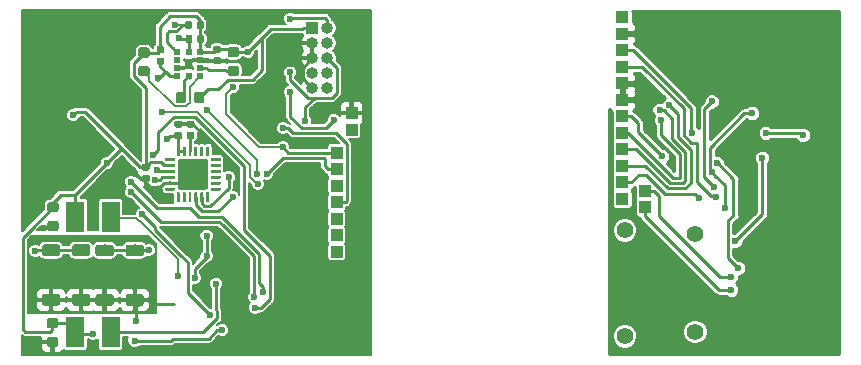
<source format=gbl>
G04 #@! TF.GenerationSoftware,KiCad,Pcbnew,5.0.2-bee76a0~70~ubuntu18.04.1*
G04 #@! TF.CreationDate,2019-05-16T13:06:06+01:00*
G04 #@! TF.ProjectId,HealthMonitor,4865616c-7468-44d6-9f6e-69746f722e6b,rev?*
G04 #@! TF.SameCoordinates,Original*
G04 #@! TF.FileFunction,Copper,L2,Bot*
G04 #@! TF.FilePolarity,Positive*
%FSLAX46Y46*%
G04 Gerber Fmt 4.6, Leading zero omitted, Abs format (unit mm)*
G04 Created by KiCad (PCBNEW 5.0.2-bee76a0~70~ubuntu18.04.1) date Thu 16 May 2019 13:06:06 BST*
%MOMM*%
%LPD*%
G01*
G04 APERTURE LIST*
G04 #@! TA.AperFunction,ComponentPad*
%ADD10C,1.400000*%
G04 #@! TD*
G04 #@! TA.AperFunction,Conductor*
%ADD11C,0.100000*%
G04 #@! TD*
G04 #@! TA.AperFunction,SMDPad,CuDef*
%ADD12C,1.000000*%
G04 #@! TD*
G04 #@! TA.AperFunction,SMDPad,CuDef*
%ADD13C,0.250000*%
G04 #@! TD*
G04 #@! TA.AperFunction,SMDPad,CuDef*
%ADD14C,2.600000*%
G04 #@! TD*
G04 #@! TA.AperFunction,ComponentPad*
%ADD15R,1.000000X1.000000*%
G04 #@! TD*
G04 #@! TA.AperFunction,SMDPad,CuDef*
%ADD16R,0.630000X0.500000*%
G04 #@! TD*
G04 #@! TA.AperFunction,SMDPad,CuDef*
%ADD17R,0.500000X0.630000*%
G04 #@! TD*
G04 #@! TA.AperFunction,SMDPad,CuDef*
%ADD18C,0.590000*%
G04 #@! TD*
G04 #@! TA.AperFunction,SMDPad,CuDef*
%ADD19C,0.875000*%
G04 #@! TD*
G04 #@! TA.AperFunction,ComponentPad*
%ADD20O,1.000000X1.000000*%
G04 #@! TD*
G04 #@! TA.AperFunction,SMDPad,CuDef*
%ADD21R,1.500000X2.600000*%
G04 #@! TD*
G04 #@! TA.AperFunction,ViaPad*
%ADD22C,0.600000*%
G04 #@! TD*
G04 #@! TA.AperFunction,Conductor*
%ADD23C,0.250000*%
G04 #@! TD*
G04 #@! TA.AperFunction,Conductor*
%ADD24C,0.150000*%
G04 #@! TD*
G04 #@! TA.AperFunction,Conductor*
%ADD25C,0.254000*%
G04 #@! TD*
G04 #@! TA.AperFunction,Conductor*
%ADD26C,0.200000*%
G04 #@! TD*
G04 APERTURE END LIST*
D10*
G04 #@! TO.P,J6,S1*
G04 #@! TO.N,Net-(FB1-Pad1)*
X159340000Y-115480000D03*
X159340000Y-123740000D03*
X153390000Y-124100000D03*
X153390000Y-115120000D03*
G04 #@! TD*
D11*
G04 #@! TO.N,Net-(D6-Pad3)*
G04 #@! TO.C,D8*
G36*
X109912129Y-120572965D02*
X109936398Y-120576565D01*
X109960196Y-120582526D01*
X109983296Y-120590791D01*
X110005474Y-120601281D01*
X110026518Y-120613894D01*
X110046223Y-120628508D01*
X110064402Y-120644984D01*
X110080878Y-120663163D01*
X110095492Y-120682868D01*
X110108105Y-120703912D01*
X110118595Y-120726090D01*
X110126860Y-120749190D01*
X110132821Y-120772988D01*
X110136421Y-120797257D01*
X110137625Y-120821761D01*
X110137625Y-121321761D01*
X110136421Y-121346265D01*
X110132821Y-121370534D01*
X110126860Y-121394332D01*
X110118595Y-121417432D01*
X110108105Y-121439610D01*
X110095492Y-121460654D01*
X110080878Y-121480359D01*
X110064402Y-121498538D01*
X110046223Y-121515014D01*
X110026518Y-121529628D01*
X110005474Y-121542241D01*
X109983296Y-121552731D01*
X109960196Y-121560996D01*
X109936398Y-121566957D01*
X109912129Y-121570557D01*
X109887625Y-121571761D01*
X108837625Y-121571761D01*
X108813121Y-121570557D01*
X108788852Y-121566957D01*
X108765054Y-121560996D01*
X108741954Y-121552731D01*
X108719776Y-121542241D01*
X108698732Y-121529628D01*
X108679027Y-121515014D01*
X108660848Y-121498538D01*
X108644372Y-121480359D01*
X108629758Y-121460654D01*
X108617145Y-121439610D01*
X108606655Y-121417432D01*
X108598390Y-121394332D01*
X108592429Y-121370534D01*
X108588829Y-121346265D01*
X108587625Y-121321761D01*
X108587625Y-120821761D01*
X108588829Y-120797257D01*
X108592429Y-120772988D01*
X108598390Y-120749190D01*
X108606655Y-120726090D01*
X108617145Y-120703912D01*
X108629758Y-120682868D01*
X108644372Y-120663163D01*
X108660848Y-120644984D01*
X108679027Y-120628508D01*
X108698732Y-120613894D01*
X108719776Y-120601281D01*
X108741954Y-120590791D01*
X108765054Y-120582526D01*
X108788852Y-120576565D01*
X108813121Y-120572965D01*
X108837625Y-120571761D01*
X109887625Y-120571761D01*
X109912129Y-120572965D01*
X109912129Y-120572965D01*
G37*
D12*
G04 #@! TD*
G04 #@! TO.P,D8,4*
G04 #@! TO.N,Net-(D6-Pad3)*
X109362625Y-121071761D03*
D11*
G04 #@! TO.N,Net-(D6-Pad3)*
G04 #@! TO.C,D8*
G36*
X112462129Y-120572965D02*
X112486398Y-120576565D01*
X112510196Y-120582526D01*
X112533296Y-120590791D01*
X112555474Y-120601281D01*
X112576518Y-120613894D01*
X112596223Y-120628508D01*
X112614402Y-120644984D01*
X112630878Y-120663163D01*
X112645492Y-120682868D01*
X112658105Y-120703912D01*
X112668595Y-120726090D01*
X112676860Y-120749190D01*
X112682821Y-120772988D01*
X112686421Y-120797257D01*
X112687625Y-120821761D01*
X112687625Y-121321761D01*
X112686421Y-121346265D01*
X112682821Y-121370534D01*
X112676860Y-121394332D01*
X112668595Y-121417432D01*
X112658105Y-121439610D01*
X112645492Y-121460654D01*
X112630878Y-121480359D01*
X112614402Y-121498538D01*
X112596223Y-121515014D01*
X112576518Y-121529628D01*
X112555474Y-121542241D01*
X112533296Y-121552731D01*
X112510196Y-121560996D01*
X112486398Y-121566957D01*
X112462129Y-121570557D01*
X112437625Y-121571761D01*
X111387625Y-121571761D01*
X111363121Y-121570557D01*
X111338852Y-121566957D01*
X111315054Y-121560996D01*
X111291954Y-121552731D01*
X111269776Y-121542241D01*
X111248732Y-121529628D01*
X111229027Y-121515014D01*
X111210848Y-121498538D01*
X111194372Y-121480359D01*
X111179758Y-121460654D01*
X111167145Y-121439610D01*
X111156655Y-121417432D01*
X111148390Y-121394332D01*
X111142429Y-121370534D01*
X111138829Y-121346265D01*
X111137625Y-121321761D01*
X111137625Y-120821761D01*
X111138829Y-120797257D01*
X111142429Y-120772988D01*
X111148390Y-120749190D01*
X111156655Y-120726090D01*
X111167145Y-120703912D01*
X111179758Y-120682868D01*
X111194372Y-120663163D01*
X111210848Y-120644984D01*
X111229027Y-120628508D01*
X111248732Y-120613894D01*
X111269776Y-120601281D01*
X111291954Y-120590791D01*
X111315054Y-120582526D01*
X111338852Y-120576565D01*
X111363121Y-120572965D01*
X111387625Y-120571761D01*
X112437625Y-120571761D01*
X112462129Y-120572965D01*
X112462129Y-120572965D01*
G37*
D12*
G04 #@! TD*
G04 #@! TO.P,D8,3*
G04 #@! TO.N,Net-(D6-Pad3)*
X111912625Y-121071761D03*
D11*
G04 #@! TO.N,Net-(D8-Pad1)*
G04 #@! TO.C,D8*
G36*
X109912129Y-116372965D02*
X109936398Y-116376565D01*
X109960196Y-116382526D01*
X109983296Y-116390791D01*
X110005474Y-116401281D01*
X110026518Y-116413894D01*
X110046223Y-116428508D01*
X110064402Y-116444984D01*
X110080878Y-116463163D01*
X110095492Y-116482868D01*
X110108105Y-116503912D01*
X110118595Y-116526090D01*
X110126860Y-116549190D01*
X110132821Y-116572988D01*
X110136421Y-116597257D01*
X110137625Y-116621761D01*
X110137625Y-117121761D01*
X110136421Y-117146265D01*
X110132821Y-117170534D01*
X110126860Y-117194332D01*
X110118595Y-117217432D01*
X110108105Y-117239610D01*
X110095492Y-117260654D01*
X110080878Y-117280359D01*
X110064402Y-117298538D01*
X110046223Y-117315014D01*
X110026518Y-117329628D01*
X110005474Y-117342241D01*
X109983296Y-117352731D01*
X109960196Y-117360996D01*
X109936398Y-117366957D01*
X109912129Y-117370557D01*
X109887625Y-117371761D01*
X108837625Y-117371761D01*
X108813121Y-117370557D01*
X108788852Y-117366957D01*
X108765054Y-117360996D01*
X108741954Y-117352731D01*
X108719776Y-117342241D01*
X108698732Y-117329628D01*
X108679027Y-117315014D01*
X108660848Y-117298538D01*
X108644372Y-117280359D01*
X108629758Y-117260654D01*
X108617145Y-117239610D01*
X108606655Y-117217432D01*
X108598390Y-117194332D01*
X108592429Y-117170534D01*
X108588829Y-117146265D01*
X108587625Y-117121761D01*
X108587625Y-116621761D01*
X108588829Y-116597257D01*
X108592429Y-116572988D01*
X108598390Y-116549190D01*
X108606655Y-116526090D01*
X108617145Y-116503912D01*
X108629758Y-116482868D01*
X108644372Y-116463163D01*
X108660848Y-116444984D01*
X108679027Y-116428508D01*
X108698732Y-116413894D01*
X108719776Y-116401281D01*
X108741954Y-116390791D01*
X108765054Y-116382526D01*
X108788852Y-116376565D01*
X108813121Y-116372965D01*
X108837625Y-116371761D01*
X109887625Y-116371761D01*
X109912129Y-116372965D01*
X109912129Y-116372965D01*
G37*
D12*
G04 #@! TD*
G04 #@! TO.P,D8,2*
G04 #@! TO.N,Net-(D8-Pad1)*
X109362625Y-116871761D03*
D11*
G04 #@! TO.N,Net-(D8-Pad1)*
G04 #@! TO.C,D8*
G36*
X112462129Y-116372965D02*
X112486398Y-116376565D01*
X112510196Y-116382526D01*
X112533296Y-116390791D01*
X112555474Y-116401281D01*
X112576518Y-116413894D01*
X112596223Y-116428508D01*
X112614402Y-116444984D01*
X112630878Y-116463163D01*
X112645492Y-116482868D01*
X112658105Y-116503912D01*
X112668595Y-116526090D01*
X112676860Y-116549190D01*
X112682821Y-116572988D01*
X112686421Y-116597257D01*
X112687625Y-116621761D01*
X112687625Y-117121761D01*
X112686421Y-117146265D01*
X112682821Y-117170534D01*
X112676860Y-117194332D01*
X112668595Y-117217432D01*
X112658105Y-117239610D01*
X112645492Y-117260654D01*
X112630878Y-117280359D01*
X112614402Y-117298538D01*
X112596223Y-117315014D01*
X112576518Y-117329628D01*
X112555474Y-117342241D01*
X112533296Y-117352731D01*
X112510196Y-117360996D01*
X112486398Y-117366957D01*
X112462129Y-117370557D01*
X112437625Y-117371761D01*
X111387625Y-117371761D01*
X111363121Y-117370557D01*
X111338852Y-117366957D01*
X111315054Y-117360996D01*
X111291954Y-117352731D01*
X111269776Y-117342241D01*
X111248732Y-117329628D01*
X111229027Y-117315014D01*
X111210848Y-117298538D01*
X111194372Y-117280359D01*
X111179758Y-117260654D01*
X111167145Y-117239610D01*
X111156655Y-117217432D01*
X111148390Y-117194332D01*
X111142429Y-117170534D01*
X111138829Y-117146265D01*
X111137625Y-117121761D01*
X111137625Y-116621761D01*
X111138829Y-116597257D01*
X111142429Y-116572988D01*
X111148390Y-116549190D01*
X111156655Y-116526090D01*
X111167145Y-116503912D01*
X111179758Y-116482868D01*
X111194372Y-116463163D01*
X111210848Y-116444984D01*
X111229027Y-116428508D01*
X111248732Y-116413894D01*
X111269776Y-116401281D01*
X111291954Y-116390791D01*
X111315054Y-116382526D01*
X111338852Y-116376565D01*
X111363121Y-116372965D01*
X111387625Y-116371761D01*
X112437625Y-116371761D01*
X112462129Y-116372965D01*
X112462129Y-116372965D01*
G37*
D12*
G04 #@! TD*
G04 #@! TO.P,D8,1*
G04 #@! TO.N,Net-(D8-Pad1)*
X111912625Y-116871761D03*
D11*
G04 #@! TO.N,Net-(U12-Pad24)*
G04 #@! TO.C,U12*
G36*
X115663627Y-111949220D02*
X115669694Y-111950120D01*
X115675644Y-111951610D01*
X115681419Y-111953677D01*
X115686963Y-111956299D01*
X115692224Y-111959452D01*
X115697151Y-111963106D01*
X115701695Y-111967225D01*
X115705814Y-111971769D01*
X115709468Y-111976696D01*
X115712621Y-111981957D01*
X115715243Y-111987501D01*
X115717310Y-111993276D01*
X115718800Y-111999226D01*
X115719700Y-112005293D01*
X115720001Y-112011419D01*
X115720001Y-112711419D01*
X115719700Y-112717545D01*
X115718800Y-112723612D01*
X115717310Y-112729562D01*
X115715243Y-112735337D01*
X115712621Y-112740881D01*
X115709468Y-112746142D01*
X115705814Y-112751069D01*
X115701695Y-112755613D01*
X115697151Y-112759732D01*
X115692224Y-112763386D01*
X115686963Y-112766539D01*
X115681419Y-112769161D01*
X115675644Y-112771228D01*
X115669694Y-112772718D01*
X115663627Y-112773618D01*
X115657501Y-112773919D01*
X115532501Y-112773919D01*
X115526375Y-112773618D01*
X115520308Y-112772718D01*
X115514358Y-112771228D01*
X115508583Y-112769161D01*
X115503039Y-112766539D01*
X115497778Y-112763386D01*
X115492851Y-112759732D01*
X115488307Y-112755613D01*
X115484188Y-112751069D01*
X115480534Y-112746142D01*
X115477381Y-112740881D01*
X115474759Y-112735337D01*
X115472692Y-112729562D01*
X115471202Y-112723612D01*
X115470302Y-112717545D01*
X115470001Y-112711419D01*
X115470001Y-112011419D01*
X115470302Y-112005293D01*
X115471202Y-111999226D01*
X115472692Y-111993276D01*
X115474759Y-111987501D01*
X115477381Y-111981957D01*
X115480534Y-111976696D01*
X115484188Y-111971769D01*
X115488307Y-111967225D01*
X115492851Y-111963106D01*
X115497778Y-111959452D01*
X115503039Y-111956299D01*
X115508583Y-111953677D01*
X115514358Y-111951610D01*
X115520308Y-111950120D01*
X115526375Y-111949220D01*
X115532501Y-111948919D01*
X115657501Y-111948919D01*
X115663627Y-111949220D01*
X115663627Y-111949220D01*
G37*
D13*
G04 #@! TD*
G04 #@! TO.P,U12,24*
G04 #@! TO.N,Net-(U12-Pad24)*
X115595001Y-112361419D03*
D11*
G04 #@! TO.N,Net-(U12-Pad23)*
G04 #@! TO.C,U12*
G36*
X116163627Y-111949220D02*
X116169694Y-111950120D01*
X116175644Y-111951610D01*
X116181419Y-111953677D01*
X116186963Y-111956299D01*
X116192224Y-111959452D01*
X116197151Y-111963106D01*
X116201695Y-111967225D01*
X116205814Y-111971769D01*
X116209468Y-111976696D01*
X116212621Y-111981957D01*
X116215243Y-111987501D01*
X116217310Y-111993276D01*
X116218800Y-111999226D01*
X116219700Y-112005293D01*
X116220001Y-112011419D01*
X116220001Y-112711419D01*
X116219700Y-112717545D01*
X116218800Y-112723612D01*
X116217310Y-112729562D01*
X116215243Y-112735337D01*
X116212621Y-112740881D01*
X116209468Y-112746142D01*
X116205814Y-112751069D01*
X116201695Y-112755613D01*
X116197151Y-112759732D01*
X116192224Y-112763386D01*
X116186963Y-112766539D01*
X116181419Y-112769161D01*
X116175644Y-112771228D01*
X116169694Y-112772718D01*
X116163627Y-112773618D01*
X116157501Y-112773919D01*
X116032501Y-112773919D01*
X116026375Y-112773618D01*
X116020308Y-112772718D01*
X116014358Y-112771228D01*
X116008583Y-112769161D01*
X116003039Y-112766539D01*
X115997778Y-112763386D01*
X115992851Y-112759732D01*
X115988307Y-112755613D01*
X115984188Y-112751069D01*
X115980534Y-112746142D01*
X115977381Y-112740881D01*
X115974759Y-112735337D01*
X115972692Y-112729562D01*
X115971202Y-112723612D01*
X115970302Y-112717545D01*
X115970001Y-112711419D01*
X115970001Y-112011419D01*
X115970302Y-112005293D01*
X115971202Y-111999226D01*
X115972692Y-111993276D01*
X115974759Y-111987501D01*
X115977381Y-111981957D01*
X115980534Y-111976696D01*
X115984188Y-111971769D01*
X115988307Y-111967225D01*
X115992851Y-111963106D01*
X115997778Y-111959452D01*
X116003039Y-111956299D01*
X116008583Y-111953677D01*
X116014358Y-111951610D01*
X116020308Y-111950120D01*
X116026375Y-111949220D01*
X116032501Y-111948919D01*
X116157501Y-111948919D01*
X116163627Y-111949220D01*
X116163627Y-111949220D01*
G37*
D13*
G04 #@! TD*
G04 #@! TO.P,U12,23*
G04 #@! TO.N,Net-(U12-Pad23)*
X116095001Y-112361419D03*
D11*
G04 #@! TO.N,Net-(U12-Pad22)*
G04 #@! TO.C,U12*
G36*
X116663627Y-111949220D02*
X116669694Y-111950120D01*
X116675644Y-111951610D01*
X116681419Y-111953677D01*
X116686963Y-111956299D01*
X116692224Y-111959452D01*
X116697151Y-111963106D01*
X116701695Y-111967225D01*
X116705814Y-111971769D01*
X116709468Y-111976696D01*
X116712621Y-111981957D01*
X116715243Y-111987501D01*
X116717310Y-111993276D01*
X116718800Y-111999226D01*
X116719700Y-112005293D01*
X116720001Y-112011419D01*
X116720001Y-112711419D01*
X116719700Y-112717545D01*
X116718800Y-112723612D01*
X116717310Y-112729562D01*
X116715243Y-112735337D01*
X116712621Y-112740881D01*
X116709468Y-112746142D01*
X116705814Y-112751069D01*
X116701695Y-112755613D01*
X116697151Y-112759732D01*
X116692224Y-112763386D01*
X116686963Y-112766539D01*
X116681419Y-112769161D01*
X116675644Y-112771228D01*
X116669694Y-112772718D01*
X116663627Y-112773618D01*
X116657501Y-112773919D01*
X116532501Y-112773919D01*
X116526375Y-112773618D01*
X116520308Y-112772718D01*
X116514358Y-112771228D01*
X116508583Y-112769161D01*
X116503039Y-112766539D01*
X116497778Y-112763386D01*
X116492851Y-112759732D01*
X116488307Y-112755613D01*
X116484188Y-112751069D01*
X116480534Y-112746142D01*
X116477381Y-112740881D01*
X116474759Y-112735337D01*
X116472692Y-112729562D01*
X116471202Y-112723612D01*
X116470302Y-112717545D01*
X116470001Y-112711419D01*
X116470001Y-112011419D01*
X116470302Y-112005293D01*
X116471202Y-111999226D01*
X116472692Y-111993276D01*
X116474759Y-111987501D01*
X116477381Y-111981957D01*
X116480534Y-111976696D01*
X116484188Y-111971769D01*
X116488307Y-111967225D01*
X116492851Y-111963106D01*
X116497778Y-111959452D01*
X116503039Y-111956299D01*
X116508583Y-111953677D01*
X116514358Y-111951610D01*
X116520308Y-111950120D01*
X116526375Y-111949220D01*
X116532501Y-111948919D01*
X116657501Y-111948919D01*
X116663627Y-111949220D01*
X116663627Y-111949220D01*
G37*
D13*
G04 #@! TD*
G04 #@! TO.P,U12,22*
G04 #@! TO.N,Net-(U12-Pad22)*
X116595001Y-112361419D03*
D11*
G04 #@! TO.N,/programmer/TX*
G04 #@! TO.C,U12*
G36*
X117163627Y-111949220D02*
X117169694Y-111950120D01*
X117175644Y-111951610D01*
X117181419Y-111953677D01*
X117186963Y-111956299D01*
X117192224Y-111959452D01*
X117197151Y-111963106D01*
X117201695Y-111967225D01*
X117205814Y-111971769D01*
X117209468Y-111976696D01*
X117212621Y-111981957D01*
X117215243Y-111987501D01*
X117217310Y-111993276D01*
X117218800Y-111999226D01*
X117219700Y-112005293D01*
X117220001Y-112011419D01*
X117220001Y-112711419D01*
X117219700Y-112717545D01*
X117218800Y-112723612D01*
X117217310Y-112729562D01*
X117215243Y-112735337D01*
X117212621Y-112740881D01*
X117209468Y-112746142D01*
X117205814Y-112751069D01*
X117201695Y-112755613D01*
X117197151Y-112759732D01*
X117192224Y-112763386D01*
X117186963Y-112766539D01*
X117181419Y-112769161D01*
X117175644Y-112771228D01*
X117169694Y-112772718D01*
X117163627Y-112773618D01*
X117157501Y-112773919D01*
X117032501Y-112773919D01*
X117026375Y-112773618D01*
X117020308Y-112772718D01*
X117014358Y-112771228D01*
X117008583Y-112769161D01*
X117003039Y-112766539D01*
X116997778Y-112763386D01*
X116992851Y-112759732D01*
X116988307Y-112755613D01*
X116984188Y-112751069D01*
X116980534Y-112746142D01*
X116977381Y-112740881D01*
X116974759Y-112735337D01*
X116972692Y-112729562D01*
X116971202Y-112723612D01*
X116970302Y-112717545D01*
X116970001Y-112711419D01*
X116970001Y-112011419D01*
X116970302Y-112005293D01*
X116971202Y-111999226D01*
X116972692Y-111993276D01*
X116974759Y-111987501D01*
X116977381Y-111981957D01*
X116980534Y-111976696D01*
X116984188Y-111971769D01*
X116988307Y-111967225D01*
X116992851Y-111963106D01*
X116997778Y-111959452D01*
X117003039Y-111956299D01*
X117008583Y-111953677D01*
X117014358Y-111951610D01*
X117020308Y-111950120D01*
X117026375Y-111949220D01*
X117032501Y-111948919D01*
X117157501Y-111948919D01*
X117163627Y-111949220D01*
X117163627Y-111949220D01*
G37*
D13*
G04 #@! TD*
G04 #@! TO.P,U12,21*
G04 #@! TO.N,/programmer/TX*
X117095001Y-112361419D03*
D11*
G04 #@! TO.N,/programmer/RX*
G04 #@! TO.C,U12*
G36*
X117663627Y-111949220D02*
X117669694Y-111950120D01*
X117675644Y-111951610D01*
X117681419Y-111953677D01*
X117686963Y-111956299D01*
X117692224Y-111959452D01*
X117697151Y-111963106D01*
X117701695Y-111967225D01*
X117705814Y-111971769D01*
X117709468Y-111976696D01*
X117712621Y-111981957D01*
X117715243Y-111987501D01*
X117717310Y-111993276D01*
X117718800Y-111999226D01*
X117719700Y-112005293D01*
X117720001Y-112011419D01*
X117720001Y-112711419D01*
X117719700Y-112717545D01*
X117718800Y-112723612D01*
X117717310Y-112729562D01*
X117715243Y-112735337D01*
X117712621Y-112740881D01*
X117709468Y-112746142D01*
X117705814Y-112751069D01*
X117701695Y-112755613D01*
X117697151Y-112759732D01*
X117692224Y-112763386D01*
X117686963Y-112766539D01*
X117681419Y-112769161D01*
X117675644Y-112771228D01*
X117669694Y-112772718D01*
X117663627Y-112773618D01*
X117657501Y-112773919D01*
X117532501Y-112773919D01*
X117526375Y-112773618D01*
X117520308Y-112772718D01*
X117514358Y-112771228D01*
X117508583Y-112769161D01*
X117503039Y-112766539D01*
X117497778Y-112763386D01*
X117492851Y-112759732D01*
X117488307Y-112755613D01*
X117484188Y-112751069D01*
X117480534Y-112746142D01*
X117477381Y-112740881D01*
X117474759Y-112735337D01*
X117472692Y-112729562D01*
X117471202Y-112723612D01*
X117470302Y-112717545D01*
X117470001Y-112711419D01*
X117470001Y-112011419D01*
X117470302Y-112005293D01*
X117471202Y-111999226D01*
X117472692Y-111993276D01*
X117474759Y-111987501D01*
X117477381Y-111981957D01*
X117480534Y-111976696D01*
X117484188Y-111971769D01*
X117488307Y-111967225D01*
X117492851Y-111963106D01*
X117497778Y-111959452D01*
X117503039Y-111956299D01*
X117508583Y-111953677D01*
X117514358Y-111951610D01*
X117520308Y-111950120D01*
X117526375Y-111949220D01*
X117532501Y-111948919D01*
X117657501Y-111948919D01*
X117663627Y-111949220D01*
X117663627Y-111949220D01*
G37*
D13*
G04 #@! TD*
G04 #@! TO.P,U12,20*
G04 #@! TO.N,/programmer/RX*
X117595001Y-112361419D03*
D11*
G04 #@! TO.N,Net-(U12-Pad19)*
G04 #@! TO.C,U12*
G36*
X118163627Y-111949220D02*
X118169694Y-111950120D01*
X118175644Y-111951610D01*
X118181419Y-111953677D01*
X118186963Y-111956299D01*
X118192224Y-111959452D01*
X118197151Y-111963106D01*
X118201695Y-111967225D01*
X118205814Y-111971769D01*
X118209468Y-111976696D01*
X118212621Y-111981957D01*
X118215243Y-111987501D01*
X118217310Y-111993276D01*
X118218800Y-111999226D01*
X118219700Y-112005293D01*
X118220001Y-112011419D01*
X118220001Y-112711419D01*
X118219700Y-112717545D01*
X118218800Y-112723612D01*
X118217310Y-112729562D01*
X118215243Y-112735337D01*
X118212621Y-112740881D01*
X118209468Y-112746142D01*
X118205814Y-112751069D01*
X118201695Y-112755613D01*
X118197151Y-112759732D01*
X118192224Y-112763386D01*
X118186963Y-112766539D01*
X118181419Y-112769161D01*
X118175644Y-112771228D01*
X118169694Y-112772718D01*
X118163627Y-112773618D01*
X118157501Y-112773919D01*
X118032501Y-112773919D01*
X118026375Y-112773618D01*
X118020308Y-112772718D01*
X118014358Y-112771228D01*
X118008583Y-112769161D01*
X118003039Y-112766539D01*
X117997778Y-112763386D01*
X117992851Y-112759732D01*
X117988307Y-112755613D01*
X117984188Y-112751069D01*
X117980534Y-112746142D01*
X117977381Y-112740881D01*
X117974759Y-112735337D01*
X117972692Y-112729562D01*
X117971202Y-112723612D01*
X117970302Y-112717545D01*
X117970001Y-112711419D01*
X117970001Y-112011419D01*
X117970302Y-112005293D01*
X117971202Y-111999226D01*
X117972692Y-111993276D01*
X117974759Y-111987501D01*
X117977381Y-111981957D01*
X117980534Y-111976696D01*
X117984188Y-111971769D01*
X117988307Y-111967225D01*
X117992851Y-111963106D01*
X117997778Y-111959452D01*
X118003039Y-111956299D01*
X118008583Y-111953677D01*
X118014358Y-111951610D01*
X118020308Y-111950120D01*
X118026375Y-111949220D01*
X118032501Y-111948919D01*
X118157501Y-111948919D01*
X118163627Y-111949220D01*
X118163627Y-111949220D01*
G37*
D13*
G04 #@! TD*
G04 #@! TO.P,U12,19*
G04 #@! TO.N,Net-(U12-Pad19)*
X118095001Y-112361419D03*
D11*
G04 #@! TO.N,Net-(U12-Pad18)*
G04 #@! TO.C,U12*
G36*
X119138627Y-111549220D02*
X119144694Y-111550120D01*
X119150644Y-111551610D01*
X119156419Y-111553677D01*
X119161963Y-111556299D01*
X119167224Y-111559452D01*
X119172151Y-111563106D01*
X119176695Y-111567225D01*
X119180814Y-111571769D01*
X119184468Y-111576696D01*
X119187621Y-111581957D01*
X119190243Y-111587501D01*
X119192310Y-111593276D01*
X119193800Y-111599226D01*
X119194700Y-111605293D01*
X119195001Y-111611419D01*
X119195001Y-111736419D01*
X119194700Y-111742545D01*
X119193800Y-111748612D01*
X119192310Y-111754562D01*
X119190243Y-111760337D01*
X119187621Y-111765881D01*
X119184468Y-111771142D01*
X119180814Y-111776069D01*
X119176695Y-111780613D01*
X119172151Y-111784732D01*
X119167224Y-111788386D01*
X119161963Y-111791539D01*
X119156419Y-111794161D01*
X119150644Y-111796228D01*
X119144694Y-111797718D01*
X119138627Y-111798618D01*
X119132501Y-111798919D01*
X118432501Y-111798919D01*
X118426375Y-111798618D01*
X118420308Y-111797718D01*
X118414358Y-111796228D01*
X118408583Y-111794161D01*
X118403039Y-111791539D01*
X118397778Y-111788386D01*
X118392851Y-111784732D01*
X118388307Y-111780613D01*
X118384188Y-111776069D01*
X118380534Y-111771142D01*
X118377381Y-111765881D01*
X118374759Y-111760337D01*
X118372692Y-111754562D01*
X118371202Y-111748612D01*
X118370302Y-111742545D01*
X118370001Y-111736419D01*
X118370001Y-111611419D01*
X118370302Y-111605293D01*
X118371202Y-111599226D01*
X118372692Y-111593276D01*
X118374759Y-111587501D01*
X118377381Y-111581957D01*
X118380534Y-111576696D01*
X118384188Y-111571769D01*
X118388307Y-111567225D01*
X118392851Y-111563106D01*
X118397778Y-111559452D01*
X118403039Y-111556299D01*
X118408583Y-111553677D01*
X118414358Y-111551610D01*
X118420308Y-111550120D01*
X118426375Y-111549220D01*
X118432501Y-111548919D01*
X119132501Y-111548919D01*
X119138627Y-111549220D01*
X119138627Y-111549220D01*
G37*
D13*
G04 #@! TD*
G04 #@! TO.P,U12,18*
G04 #@! TO.N,Net-(U12-Pad18)*
X118782501Y-111673919D03*
D11*
G04 #@! TO.N,Net-(U12-Pad17)*
G04 #@! TO.C,U12*
G36*
X119138627Y-111049220D02*
X119144694Y-111050120D01*
X119150644Y-111051610D01*
X119156419Y-111053677D01*
X119161963Y-111056299D01*
X119167224Y-111059452D01*
X119172151Y-111063106D01*
X119176695Y-111067225D01*
X119180814Y-111071769D01*
X119184468Y-111076696D01*
X119187621Y-111081957D01*
X119190243Y-111087501D01*
X119192310Y-111093276D01*
X119193800Y-111099226D01*
X119194700Y-111105293D01*
X119195001Y-111111419D01*
X119195001Y-111236419D01*
X119194700Y-111242545D01*
X119193800Y-111248612D01*
X119192310Y-111254562D01*
X119190243Y-111260337D01*
X119187621Y-111265881D01*
X119184468Y-111271142D01*
X119180814Y-111276069D01*
X119176695Y-111280613D01*
X119172151Y-111284732D01*
X119167224Y-111288386D01*
X119161963Y-111291539D01*
X119156419Y-111294161D01*
X119150644Y-111296228D01*
X119144694Y-111297718D01*
X119138627Y-111298618D01*
X119132501Y-111298919D01*
X118432501Y-111298919D01*
X118426375Y-111298618D01*
X118420308Y-111297718D01*
X118414358Y-111296228D01*
X118408583Y-111294161D01*
X118403039Y-111291539D01*
X118397778Y-111288386D01*
X118392851Y-111284732D01*
X118388307Y-111280613D01*
X118384188Y-111276069D01*
X118380534Y-111271142D01*
X118377381Y-111265881D01*
X118374759Y-111260337D01*
X118372692Y-111254562D01*
X118371202Y-111248612D01*
X118370302Y-111242545D01*
X118370001Y-111236419D01*
X118370001Y-111111419D01*
X118370302Y-111105293D01*
X118371202Y-111099226D01*
X118372692Y-111093276D01*
X118374759Y-111087501D01*
X118377381Y-111081957D01*
X118380534Y-111076696D01*
X118384188Y-111071769D01*
X118388307Y-111067225D01*
X118392851Y-111063106D01*
X118397778Y-111059452D01*
X118403039Y-111056299D01*
X118408583Y-111053677D01*
X118414358Y-111051610D01*
X118420308Y-111050120D01*
X118426375Y-111049220D01*
X118432501Y-111048919D01*
X119132501Y-111048919D01*
X119138627Y-111049220D01*
X119138627Y-111049220D01*
G37*
D13*
G04 #@! TD*
G04 #@! TO.P,U12,17*
G04 #@! TO.N,Net-(U12-Pad17)*
X118782501Y-111173919D03*
D11*
G04 #@! TO.N,Net-(U12-Pad16)*
G04 #@! TO.C,U12*
G36*
X119138627Y-110549220D02*
X119144694Y-110550120D01*
X119150644Y-110551610D01*
X119156419Y-110553677D01*
X119161963Y-110556299D01*
X119167224Y-110559452D01*
X119172151Y-110563106D01*
X119176695Y-110567225D01*
X119180814Y-110571769D01*
X119184468Y-110576696D01*
X119187621Y-110581957D01*
X119190243Y-110587501D01*
X119192310Y-110593276D01*
X119193800Y-110599226D01*
X119194700Y-110605293D01*
X119195001Y-110611419D01*
X119195001Y-110736419D01*
X119194700Y-110742545D01*
X119193800Y-110748612D01*
X119192310Y-110754562D01*
X119190243Y-110760337D01*
X119187621Y-110765881D01*
X119184468Y-110771142D01*
X119180814Y-110776069D01*
X119176695Y-110780613D01*
X119172151Y-110784732D01*
X119167224Y-110788386D01*
X119161963Y-110791539D01*
X119156419Y-110794161D01*
X119150644Y-110796228D01*
X119144694Y-110797718D01*
X119138627Y-110798618D01*
X119132501Y-110798919D01*
X118432501Y-110798919D01*
X118426375Y-110798618D01*
X118420308Y-110797718D01*
X118414358Y-110796228D01*
X118408583Y-110794161D01*
X118403039Y-110791539D01*
X118397778Y-110788386D01*
X118392851Y-110784732D01*
X118388307Y-110780613D01*
X118384188Y-110776069D01*
X118380534Y-110771142D01*
X118377381Y-110765881D01*
X118374759Y-110760337D01*
X118372692Y-110754562D01*
X118371202Y-110748612D01*
X118370302Y-110742545D01*
X118370001Y-110736419D01*
X118370001Y-110611419D01*
X118370302Y-110605293D01*
X118371202Y-110599226D01*
X118372692Y-110593276D01*
X118374759Y-110587501D01*
X118377381Y-110581957D01*
X118380534Y-110576696D01*
X118384188Y-110571769D01*
X118388307Y-110567225D01*
X118392851Y-110563106D01*
X118397778Y-110559452D01*
X118403039Y-110556299D01*
X118408583Y-110553677D01*
X118414358Y-110551610D01*
X118420308Y-110550120D01*
X118426375Y-110549220D01*
X118432501Y-110548919D01*
X119132501Y-110548919D01*
X119138627Y-110549220D01*
X119138627Y-110549220D01*
G37*
D13*
G04 #@! TD*
G04 #@! TO.P,U12,16*
G04 #@! TO.N,Net-(U12-Pad16)*
X118782501Y-110673919D03*
D11*
G04 #@! TO.N,Net-(U12-Pad15)*
G04 #@! TO.C,U12*
G36*
X119138627Y-110049220D02*
X119144694Y-110050120D01*
X119150644Y-110051610D01*
X119156419Y-110053677D01*
X119161963Y-110056299D01*
X119167224Y-110059452D01*
X119172151Y-110063106D01*
X119176695Y-110067225D01*
X119180814Y-110071769D01*
X119184468Y-110076696D01*
X119187621Y-110081957D01*
X119190243Y-110087501D01*
X119192310Y-110093276D01*
X119193800Y-110099226D01*
X119194700Y-110105293D01*
X119195001Y-110111419D01*
X119195001Y-110236419D01*
X119194700Y-110242545D01*
X119193800Y-110248612D01*
X119192310Y-110254562D01*
X119190243Y-110260337D01*
X119187621Y-110265881D01*
X119184468Y-110271142D01*
X119180814Y-110276069D01*
X119176695Y-110280613D01*
X119172151Y-110284732D01*
X119167224Y-110288386D01*
X119161963Y-110291539D01*
X119156419Y-110294161D01*
X119150644Y-110296228D01*
X119144694Y-110297718D01*
X119138627Y-110298618D01*
X119132501Y-110298919D01*
X118432501Y-110298919D01*
X118426375Y-110298618D01*
X118420308Y-110297718D01*
X118414358Y-110296228D01*
X118408583Y-110294161D01*
X118403039Y-110291539D01*
X118397778Y-110288386D01*
X118392851Y-110284732D01*
X118388307Y-110280613D01*
X118384188Y-110276069D01*
X118380534Y-110271142D01*
X118377381Y-110265881D01*
X118374759Y-110260337D01*
X118372692Y-110254562D01*
X118371202Y-110248612D01*
X118370302Y-110242545D01*
X118370001Y-110236419D01*
X118370001Y-110111419D01*
X118370302Y-110105293D01*
X118371202Y-110099226D01*
X118372692Y-110093276D01*
X118374759Y-110087501D01*
X118377381Y-110081957D01*
X118380534Y-110076696D01*
X118384188Y-110071769D01*
X118388307Y-110067225D01*
X118392851Y-110063106D01*
X118397778Y-110059452D01*
X118403039Y-110056299D01*
X118408583Y-110053677D01*
X118414358Y-110051610D01*
X118420308Y-110050120D01*
X118426375Y-110049220D01*
X118432501Y-110048919D01*
X119132501Y-110048919D01*
X119138627Y-110049220D01*
X119138627Y-110049220D01*
G37*
D13*
G04 #@! TD*
G04 #@! TO.P,U12,15*
G04 #@! TO.N,Net-(U12-Pad15)*
X118782501Y-110173919D03*
D11*
G04 #@! TO.N,Net-(U12-Pad14)*
G04 #@! TO.C,U12*
G36*
X119138627Y-109549220D02*
X119144694Y-109550120D01*
X119150644Y-109551610D01*
X119156419Y-109553677D01*
X119161963Y-109556299D01*
X119167224Y-109559452D01*
X119172151Y-109563106D01*
X119176695Y-109567225D01*
X119180814Y-109571769D01*
X119184468Y-109576696D01*
X119187621Y-109581957D01*
X119190243Y-109587501D01*
X119192310Y-109593276D01*
X119193800Y-109599226D01*
X119194700Y-109605293D01*
X119195001Y-109611419D01*
X119195001Y-109736419D01*
X119194700Y-109742545D01*
X119193800Y-109748612D01*
X119192310Y-109754562D01*
X119190243Y-109760337D01*
X119187621Y-109765881D01*
X119184468Y-109771142D01*
X119180814Y-109776069D01*
X119176695Y-109780613D01*
X119172151Y-109784732D01*
X119167224Y-109788386D01*
X119161963Y-109791539D01*
X119156419Y-109794161D01*
X119150644Y-109796228D01*
X119144694Y-109797718D01*
X119138627Y-109798618D01*
X119132501Y-109798919D01*
X118432501Y-109798919D01*
X118426375Y-109798618D01*
X118420308Y-109797718D01*
X118414358Y-109796228D01*
X118408583Y-109794161D01*
X118403039Y-109791539D01*
X118397778Y-109788386D01*
X118392851Y-109784732D01*
X118388307Y-109780613D01*
X118384188Y-109776069D01*
X118380534Y-109771142D01*
X118377381Y-109765881D01*
X118374759Y-109760337D01*
X118372692Y-109754562D01*
X118371202Y-109748612D01*
X118370302Y-109742545D01*
X118370001Y-109736419D01*
X118370001Y-109611419D01*
X118370302Y-109605293D01*
X118371202Y-109599226D01*
X118372692Y-109593276D01*
X118374759Y-109587501D01*
X118377381Y-109581957D01*
X118380534Y-109576696D01*
X118384188Y-109571769D01*
X118388307Y-109567225D01*
X118392851Y-109563106D01*
X118397778Y-109559452D01*
X118403039Y-109556299D01*
X118408583Y-109553677D01*
X118414358Y-109551610D01*
X118420308Y-109550120D01*
X118426375Y-109549220D01*
X118432501Y-109548919D01*
X119132501Y-109548919D01*
X119138627Y-109549220D01*
X119138627Y-109549220D01*
G37*
D13*
G04 #@! TD*
G04 #@! TO.P,U12,14*
G04 #@! TO.N,Net-(U12-Pad14)*
X118782501Y-109673919D03*
D11*
G04 #@! TO.N,Net-(U12-Pad13)*
G04 #@! TO.C,U12*
G36*
X119138627Y-109049220D02*
X119144694Y-109050120D01*
X119150644Y-109051610D01*
X119156419Y-109053677D01*
X119161963Y-109056299D01*
X119167224Y-109059452D01*
X119172151Y-109063106D01*
X119176695Y-109067225D01*
X119180814Y-109071769D01*
X119184468Y-109076696D01*
X119187621Y-109081957D01*
X119190243Y-109087501D01*
X119192310Y-109093276D01*
X119193800Y-109099226D01*
X119194700Y-109105293D01*
X119195001Y-109111419D01*
X119195001Y-109236419D01*
X119194700Y-109242545D01*
X119193800Y-109248612D01*
X119192310Y-109254562D01*
X119190243Y-109260337D01*
X119187621Y-109265881D01*
X119184468Y-109271142D01*
X119180814Y-109276069D01*
X119176695Y-109280613D01*
X119172151Y-109284732D01*
X119167224Y-109288386D01*
X119161963Y-109291539D01*
X119156419Y-109294161D01*
X119150644Y-109296228D01*
X119144694Y-109297718D01*
X119138627Y-109298618D01*
X119132501Y-109298919D01*
X118432501Y-109298919D01*
X118426375Y-109298618D01*
X118420308Y-109297718D01*
X118414358Y-109296228D01*
X118408583Y-109294161D01*
X118403039Y-109291539D01*
X118397778Y-109288386D01*
X118392851Y-109284732D01*
X118388307Y-109280613D01*
X118384188Y-109276069D01*
X118380534Y-109271142D01*
X118377381Y-109265881D01*
X118374759Y-109260337D01*
X118372692Y-109254562D01*
X118371202Y-109248612D01*
X118370302Y-109242545D01*
X118370001Y-109236419D01*
X118370001Y-109111419D01*
X118370302Y-109105293D01*
X118371202Y-109099226D01*
X118372692Y-109093276D01*
X118374759Y-109087501D01*
X118377381Y-109081957D01*
X118380534Y-109076696D01*
X118384188Y-109071769D01*
X118388307Y-109067225D01*
X118392851Y-109063106D01*
X118397778Y-109059452D01*
X118403039Y-109056299D01*
X118408583Y-109053677D01*
X118414358Y-109051610D01*
X118420308Y-109050120D01*
X118426375Y-109049220D01*
X118432501Y-109048919D01*
X119132501Y-109048919D01*
X119138627Y-109049220D01*
X119138627Y-109049220D01*
G37*
D13*
G04 #@! TD*
G04 #@! TO.P,U12,13*
G04 #@! TO.N,Net-(U12-Pad13)*
X118782501Y-109173919D03*
D11*
G04 #@! TO.N,Net-(U12-Pad12)*
G04 #@! TO.C,U12*
G36*
X118163627Y-108074220D02*
X118169694Y-108075120D01*
X118175644Y-108076610D01*
X118181419Y-108078677D01*
X118186963Y-108081299D01*
X118192224Y-108084452D01*
X118197151Y-108088106D01*
X118201695Y-108092225D01*
X118205814Y-108096769D01*
X118209468Y-108101696D01*
X118212621Y-108106957D01*
X118215243Y-108112501D01*
X118217310Y-108118276D01*
X118218800Y-108124226D01*
X118219700Y-108130293D01*
X118220001Y-108136419D01*
X118220001Y-108836419D01*
X118219700Y-108842545D01*
X118218800Y-108848612D01*
X118217310Y-108854562D01*
X118215243Y-108860337D01*
X118212621Y-108865881D01*
X118209468Y-108871142D01*
X118205814Y-108876069D01*
X118201695Y-108880613D01*
X118197151Y-108884732D01*
X118192224Y-108888386D01*
X118186963Y-108891539D01*
X118181419Y-108894161D01*
X118175644Y-108896228D01*
X118169694Y-108897718D01*
X118163627Y-108898618D01*
X118157501Y-108898919D01*
X118032501Y-108898919D01*
X118026375Y-108898618D01*
X118020308Y-108897718D01*
X118014358Y-108896228D01*
X118008583Y-108894161D01*
X118003039Y-108891539D01*
X117997778Y-108888386D01*
X117992851Y-108884732D01*
X117988307Y-108880613D01*
X117984188Y-108876069D01*
X117980534Y-108871142D01*
X117977381Y-108865881D01*
X117974759Y-108860337D01*
X117972692Y-108854562D01*
X117971202Y-108848612D01*
X117970302Y-108842545D01*
X117970001Y-108836419D01*
X117970001Y-108136419D01*
X117970302Y-108130293D01*
X117971202Y-108124226D01*
X117972692Y-108118276D01*
X117974759Y-108112501D01*
X117977381Y-108106957D01*
X117980534Y-108101696D01*
X117984188Y-108096769D01*
X117988307Y-108092225D01*
X117992851Y-108088106D01*
X117997778Y-108084452D01*
X118003039Y-108081299D01*
X118008583Y-108078677D01*
X118014358Y-108076610D01*
X118020308Y-108075120D01*
X118026375Y-108074220D01*
X118032501Y-108073919D01*
X118157501Y-108073919D01*
X118163627Y-108074220D01*
X118163627Y-108074220D01*
G37*
D13*
G04 #@! TD*
G04 #@! TO.P,U12,12*
G04 #@! TO.N,Net-(U12-Pad12)*
X118095001Y-108486419D03*
D11*
G04 #@! TO.N,Net-(U12-Pad11)*
G04 #@! TO.C,U12*
G36*
X117663627Y-108074220D02*
X117669694Y-108075120D01*
X117675644Y-108076610D01*
X117681419Y-108078677D01*
X117686963Y-108081299D01*
X117692224Y-108084452D01*
X117697151Y-108088106D01*
X117701695Y-108092225D01*
X117705814Y-108096769D01*
X117709468Y-108101696D01*
X117712621Y-108106957D01*
X117715243Y-108112501D01*
X117717310Y-108118276D01*
X117718800Y-108124226D01*
X117719700Y-108130293D01*
X117720001Y-108136419D01*
X117720001Y-108836419D01*
X117719700Y-108842545D01*
X117718800Y-108848612D01*
X117717310Y-108854562D01*
X117715243Y-108860337D01*
X117712621Y-108865881D01*
X117709468Y-108871142D01*
X117705814Y-108876069D01*
X117701695Y-108880613D01*
X117697151Y-108884732D01*
X117692224Y-108888386D01*
X117686963Y-108891539D01*
X117681419Y-108894161D01*
X117675644Y-108896228D01*
X117669694Y-108897718D01*
X117663627Y-108898618D01*
X117657501Y-108898919D01*
X117532501Y-108898919D01*
X117526375Y-108898618D01*
X117520308Y-108897718D01*
X117514358Y-108896228D01*
X117508583Y-108894161D01*
X117503039Y-108891539D01*
X117497778Y-108888386D01*
X117492851Y-108884732D01*
X117488307Y-108880613D01*
X117484188Y-108876069D01*
X117480534Y-108871142D01*
X117477381Y-108865881D01*
X117474759Y-108860337D01*
X117472692Y-108854562D01*
X117471202Y-108848612D01*
X117470302Y-108842545D01*
X117470001Y-108836419D01*
X117470001Y-108136419D01*
X117470302Y-108130293D01*
X117471202Y-108124226D01*
X117472692Y-108118276D01*
X117474759Y-108112501D01*
X117477381Y-108106957D01*
X117480534Y-108101696D01*
X117484188Y-108096769D01*
X117488307Y-108092225D01*
X117492851Y-108088106D01*
X117497778Y-108084452D01*
X117503039Y-108081299D01*
X117508583Y-108078677D01*
X117514358Y-108076610D01*
X117520308Y-108075120D01*
X117526375Y-108074220D01*
X117532501Y-108073919D01*
X117657501Y-108073919D01*
X117663627Y-108074220D01*
X117663627Y-108074220D01*
G37*
D13*
G04 #@! TD*
G04 #@! TO.P,U12,11*
G04 #@! TO.N,Net-(U12-Pad11)*
X117595001Y-108486419D03*
D11*
G04 #@! TO.N,Net-(U12-Pad10)*
G04 #@! TO.C,U12*
G36*
X117163627Y-108074220D02*
X117169694Y-108075120D01*
X117175644Y-108076610D01*
X117181419Y-108078677D01*
X117186963Y-108081299D01*
X117192224Y-108084452D01*
X117197151Y-108088106D01*
X117201695Y-108092225D01*
X117205814Y-108096769D01*
X117209468Y-108101696D01*
X117212621Y-108106957D01*
X117215243Y-108112501D01*
X117217310Y-108118276D01*
X117218800Y-108124226D01*
X117219700Y-108130293D01*
X117220001Y-108136419D01*
X117220001Y-108836419D01*
X117219700Y-108842545D01*
X117218800Y-108848612D01*
X117217310Y-108854562D01*
X117215243Y-108860337D01*
X117212621Y-108865881D01*
X117209468Y-108871142D01*
X117205814Y-108876069D01*
X117201695Y-108880613D01*
X117197151Y-108884732D01*
X117192224Y-108888386D01*
X117186963Y-108891539D01*
X117181419Y-108894161D01*
X117175644Y-108896228D01*
X117169694Y-108897718D01*
X117163627Y-108898618D01*
X117157501Y-108898919D01*
X117032501Y-108898919D01*
X117026375Y-108898618D01*
X117020308Y-108897718D01*
X117014358Y-108896228D01*
X117008583Y-108894161D01*
X117003039Y-108891539D01*
X116997778Y-108888386D01*
X116992851Y-108884732D01*
X116988307Y-108880613D01*
X116984188Y-108876069D01*
X116980534Y-108871142D01*
X116977381Y-108865881D01*
X116974759Y-108860337D01*
X116972692Y-108854562D01*
X116971202Y-108848612D01*
X116970302Y-108842545D01*
X116970001Y-108836419D01*
X116970001Y-108136419D01*
X116970302Y-108130293D01*
X116971202Y-108124226D01*
X116972692Y-108118276D01*
X116974759Y-108112501D01*
X116977381Y-108106957D01*
X116980534Y-108101696D01*
X116984188Y-108096769D01*
X116988307Y-108092225D01*
X116992851Y-108088106D01*
X116997778Y-108084452D01*
X117003039Y-108081299D01*
X117008583Y-108078677D01*
X117014358Y-108076610D01*
X117020308Y-108075120D01*
X117026375Y-108074220D01*
X117032501Y-108073919D01*
X117157501Y-108073919D01*
X117163627Y-108074220D01*
X117163627Y-108074220D01*
G37*
D13*
G04 #@! TD*
G04 #@! TO.P,U12,10*
G04 #@! TO.N,Net-(U12-Pad10)*
X117095001Y-108486419D03*
D11*
G04 #@! TO.N,Net-(C22-Pad1)*
G04 #@! TO.C,U12*
G36*
X116663627Y-108074220D02*
X116669694Y-108075120D01*
X116675644Y-108076610D01*
X116681419Y-108078677D01*
X116686963Y-108081299D01*
X116692224Y-108084452D01*
X116697151Y-108088106D01*
X116701695Y-108092225D01*
X116705814Y-108096769D01*
X116709468Y-108101696D01*
X116712621Y-108106957D01*
X116715243Y-108112501D01*
X116717310Y-108118276D01*
X116718800Y-108124226D01*
X116719700Y-108130293D01*
X116720001Y-108136419D01*
X116720001Y-108836419D01*
X116719700Y-108842545D01*
X116718800Y-108848612D01*
X116717310Y-108854562D01*
X116715243Y-108860337D01*
X116712621Y-108865881D01*
X116709468Y-108871142D01*
X116705814Y-108876069D01*
X116701695Y-108880613D01*
X116697151Y-108884732D01*
X116692224Y-108888386D01*
X116686963Y-108891539D01*
X116681419Y-108894161D01*
X116675644Y-108896228D01*
X116669694Y-108897718D01*
X116663627Y-108898618D01*
X116657501Y-108898919D01*
X116532501Y-108898919D01*
X116526375Y-108898618D01*
X116520308Y-108897718D01*
X116514358Y-108896228D01*
X116508583Y-108894161D01*
X116503039Y-108891539D01*
X116497778Y-108888386D01*
X116492851Y-108884732D01*
X116488307Y-108880613D01*
X116484188Y-108876069D01*
X116480534Y-108871142D01*
X116477381Y-108865881D01*
X116474759Y-108860337D01*
X116472692Y-108854562D01*
X116471202Y-108848612D01*
X116470302Y-108842545D01*
X116470001Y-108836419D01*
X116470001Y-108136419D01*
X116470302Y-108130293D01*
X116471202Y-108124226D01*
X116472692Y-108118276D01*
X116474759Y-108112501D01*
X116477381Y-108106957D01*
X116480534Y-108101696D01*
X116484188Y-108096769D01*
X116488307Y-108092225D01*
X116492851Y-108088106D01*
X116497778Y-108084452D01*
X116503039Y-108081299D01*
X116508583Y-108078677D01*
X116514358Y-108076610D01*
X116520308Y-108075120D01*
X116526375Y-108074220D01*
X116532501Y-108073919D01*
X116657501Y-108073919D01*
X116663627Y-108074220D01*
X116663627Y-108074220D01*
G37*
D13*
G04 #@! TD*
G04 #@! TO.P,U12,9*
G04 #@! TO.N,Net-(C22-Pad1)*
X116595001Y-108486419D03*
D11*
G04 #@! TO.N,/power/USB_VBUS*
G04 #@! TO.C,U12*
G36*
X116163627Y-108074220D02*
X116169694Y-108075120D01*
X116175644Y-108076610D01*
X116181419Y-108078677D01*
X116186963Y-108081299D01*
X116192224Y-108084452D01*
X116197151Y-108088106D01*
X116201695Y-108092225D01*
X116205814Y-108096769D01*
X116209468Y-108101696D01*
X116212621Y-108106957D01*
X116215243Y-108112501D01*
X116217310Y-108118276D01*
X116218800Y-108124226D01*
X116219700Y-108130293D01*
X116220001Y-108136419D01*
X116220001Y-108836419D01*
X116219700Y-108842545D01*
X116218800Y-108848612D01*
X116217310Y-108854562D01*
X116215243Y-108860337D01*
X116212621Y-108865881D01*
X116209468Y-108871142D01*
X116205814Y-108876069D01*
X116201695Y-108880613D01*
X116197151Y-108884732D01*
X116192224Y-108888386D01*
X116186963Y-108891539D01*
X116181419Y-108894161D01*
X116175644Y-108896228D01*
X116169694Y-108897718D01*
X116163627Y-108898618D01*
X116157501Y-108898919D01*
X116032501Y-108898919D01*
X116026375Y-108898618D01*
X116020308Y-108897718D01*
X116014358Y-108896228D01*
X116008583Y-108894161D01*
X116003039Y-108891539D01*
X115997778Y-108888386D01*
X115992851Y-108884732D01*
X115988307Y-108880613D01*
X115984188Y-108876069D01*
X115980534Y-108871142D01*
X115977381Y-108865881D01*
X115974759Y-108860337D01*
X115972692Y-108854562D01*
X115971202Y-108848612D01*
X115970302Y-108842545D01*
X115970001Y-108836419D01*
X115970001Y-108136419D01*
X115970302Y-108130293D01*
X115971202Y-108124226D01*
X115972692Y-108118276D01*
X115974759Y-108112501D01*
X115977381Y-108106957D01*
X115980534Y-108101696D01*
X115984188Y-108096769D01*
X115988307Y-108092225D01*
X115992851Y-108088106D01*
X115997778Y-108084452D01*
X116003039Y-108081299D01*
X116008583Y-108078677D01*
X116014358Y-108076610D01*
X116020308Y-108075120D01*
X116026375Y-108074220D01*
X116032501Y-108073919D01*
X116157501Y-108073919D01*
X116163627Y-108074220D01*
X116163627Y-108074220D01*
G37*
D13*
G04 #@! TD*
G04 #@! TO.P,U12,8*
G04 #@! TO.N,/power/USB_VBUS*
X116095001Y-108486419D03*
D11*
G04 #@! TO.N,/power/USB_VBUS*
G04 #@! TO.C,U12*
G36*
X115663627Y-108074220D02*
X115669694Y-108075120D01*
X115675644Y-108076610D01*
X115681419Y-108078677D01*
X115686963Y-108081299D01*
X115692224Y-108084452D01*
X115697151Y-108088106D01*
X115701695Y-108092225D01*
X115705814Y-108096769D01*
X115709468Y-108101696D01*
X115712621Y-108106957D01*
X115715243Y-108112501D01*
X115717310Y-108118276D01*
X115718800Y-108124226D01*
X115719700Y-108130293D01*
X115720001Y-108136419D01*
X115720001Y-108836419D01*
X115719700Y-108842545D01*
X115718800Y-108848612D01*
X115717310Y-108854562D01*
X115715243Y-108860337D01*
X115712621Y-108865881D01*
X115709468Y-108871142D01*
X115705814Y-108876069D01*
X115701695Y-108880613D01*
X115697151Y-108884732D01*
X115692224Y-108888386D01*
X115686963Y-108891539D01*
X115681419Y-108894161D01*
X115675644Y-108896228D01*
X115669694Y-108897718D01*
X115663627Y-108898618D01*
X115657501Y-108898919D01*
X115532501Y-108898919D01*
X115526375Y-108898618D01*
X115520308Y-108897718D01*
X115514358Y-108896228D01*
X115508583Y-108894161D01*
X115503039Y-108891539D01*
X115497778Y-108888386D01*
X115492851Y-108884732D01*
X115488307Y-108880613D01*
X115484188Y-108876069D01*
X115480534Y-108871142D01*
X115477381Y-108865881D01*
X115474759Y-108860337D01*
X115472692Y-108854562D01*
X115471202Y-108848612D01*
X115470302Y-108842545D01*
X115470001Y-108836419D01*
X115470001Y-108136419D01*
X115470302Y-108130293D01*
X115471202Y-108124226D01*
X115472692Y-108118276D01*
X115474759Y-108112501D01*
X115477381Y-108106957D01*
X115480534Y-108101696D01*
X115484188Y-108096769D01*
X115488307Y-108092225D01*
X115492851Y-108088106D01*
X115497778Y-108084452D01*
X115503039Y-108081299D01*
X115508583Y-108078677D01*
X115514358Y-108076610D01*
X115520308Y-108075120D01*
X115526375Y-108074220D01*
X115532501Y-108073919D01*
X115657501Y-108073919D01*
X115663627Y-108074220D01*
X115663627Y-108074220D01*
G37*
D13*
G04 #@! TD*
G04 #@! TO.P,U12,7*
G04 #@! TO.N,/power/USB_VBUS*
X115595001Y-108486419D03*
D11*
G04 #@! TO.N,Net-(U12-Pad6)*
G04 #@! TO.C,U12*
G36*
X115263627Y-109049220D02*
X115269694Y-109050120D01*
X115275644Y-109051610D01*
X115281419Y-109053677D01*
X115286963Y-109056299D01*
X115292224Y-109059452D01*
X115297151Y-109063106D01*
X115301695Y-109067225D01*
X115305814Y-109071769D01*
X115309468Y-109076696D01*
X115312621Y-109081957D01*
X115315243Y-109087501D01*
X115317310Y-109093276D01*
X115318800Y-109099226D01*
X115319700Y-109105293D01*
X115320001Y-109111419D01*
X115320001Y-109236419D01*
X115319700Y-109242545D01*
X115318800Y-109248612D01*
X115317310Y-109254562D01*
X115315243Y-109260337D01*
X115312621Y-109265881D01*
X115309468Y-109271142D01*
X115305814Y-109276069D01*
X115301695Y-109280613D01*
X115297151Y-109284732D01*
X115292224Y-109288386D01*
X115286963Y-109291539D01*
X115281419Y-109294161D01*
X115275644Y-109296228D01*
X115269694Y-109297718D01*
X115263627Y-109298618D01*
X115257501Y-109298919D01*
X114557501Y-109298919D01*
X114551375Y-109298618D01*
X114545308Y-109297718D01*
X114539358Y-109296228D01*
X114533583Y-109294161D01*
X114528039Y-109291539D01*
X114522778Y-109288386D01*
X114517851Y-109284732D01*
X114513307Y-109280613D01*
X114509188Y-109276069D01*
X114505534Y-109271142D01*
X114502381Y-109265881D01*
X114499759Y-109260337D01*
X114497692Y-109254562D01*
X114496202Y-109248612D01*
X114495302Y-109242545D01*
X114495001Y-109236419D01*
X114495001Y-109111419D01*
X114495302Y-109105293D01*
X114496202Y-109099226D01*
X114497692Y-109093276D01*
X114499759Y-109087501D01*
X114502381Y-109081957D01*
X114505534Y-109076696D01*
X114509188Y-109071769D01*
X114513307Y-109067225D01*
X114517851Y-109063106D01*
X114522778Y-109059452D01*
X114528039Y-109056299D01*
X114533583Y-109053677D01*
X114539358Y-109051610D01*
X114545308Y-109050120D01*
X114551375Y-109049220D01*
X114557501Y-109048919D01*
X115257501Y-109048919D01*
X115263627Y-109049220D01*
X115263627Y-109049220D01*
G37*
D13*
G04 #@! TD*
G04 #@! TO.P,U12,6*
G04 #@! TO.N,Net-(U12-Pad6)*
X114907501Y-109173919D03*
D11*
G04 #@! TO.N,+3V3*
G04 #@! TO.C,U12*
G36*
X115263627Y-109549220D02*
X115269694Y-109550120D01*
X115275644Y-109551610D01*
X115281419Y-109553677D01*
X115286963Y-109556299D01*
X115292224Y-109559452D01*
X115297151Y-109563106D01*
X115301695Y-109567225D01*
X115305814Y-109571769D01*
X115309468Y-109576696D01*
X115312621Y-109581957D01*
X115315243Y-109587501D01*
X115317310Y-109593276D01*
X115318800Y-109599226D01*
X115319700Y-109605293D01*
X115320001Y-109611419D01*
X115320001Y-109736419D01*
X115319700Y-109742545D01*
X115318800Y-109748612D01*
X115317310Y-109754562D01*
X115315243Y-109760337D01*
X115312621Y-109765881D01*
X115309468Y-109771142D01*
X115305814Y-109776069D01*
X115301695Y-109780613D01*
X115297151Y-109784732D01*
X115292224Y-109788386D01*
X115286963Y-109791539D01*
X115281419Y-109794161D01*
X115275644Y-109796228D01*
X115269694Y-109797718D01*
X115263627Y-109798618D01*
X115257501Y-109798919D01*
X114557501Y-109798919D01*
X114551375Y-109798618D01*
X114545308Y-109797718D01*
X114539358Y-109796228D01*
X114533583Y-109794161D01*
X114528039Y-109791539D01*
X114522778Y-109788386D01*
X114517851Y-109784732D01*
X114513307Y-109780613D01*
X114509188Y-109776069D01*
X114505534Y-109771142D01*
X114502381Y-109765881D01*
X114499759Y-109760337D01*
X114497692Y-109754562D01*
X114496202Y-109748612D01*
X114495302Y-109742545D01*
X114495001Y-109736419D01*
X114495001Y-109611419D01*
X114495302Y-109605293D01*
X114496202Y-109599226D01*
X114497692Y-109593276D01*
X114499759Y-109587501D01*
X114502381Y-109581957D01*
X114505534Y-109576696D01*
X114509188Y-109571769D01*
X114513307Y-109567225D01*
X114517851Y-109563106D01*
X114522778Y-109559452D01*
X114528039Y-109556299D01*
X114533583Y-109553677D01*
X114539358Y-109551610D01*
X114545308Y-109550120D01*
X114551375Y-109549220D01*
X114557501Y-109548919D01*
X115257501Y-109548919D01*
X115263627Y-109549220D01*
X115263627Y-109549220D01*
G37*
D13*
G04 #@! TD*
G04 #@! TO.P,U12,5*
G04 #@! TO.N,+3V3*
X114907501Y-109673919D03*
D11*
G04 #@! TO.N,/programmer/D-*
G04 #@! TO.C,U12*
G36*
X115263627Y-110049220D02*
X115269694Y-110050120D01*
X115275644Y-110051610D01*
X115281419Y-110053677D01*
X115286963Y-110056299D01*
X115292224Y-110059452D01*
X115297151Y-110063106D01*
X115301695Y-110067225D01*
X115305814Y-110071769D01*
X115309468Y-110076696D01*
X115312621Y-110081957D01*
X115315243Y-110087501D01*
X115317310Y-110093276D01*
X115318800Y-110099226D01*
X115319700Y-110105293D01*
X115320001Y-110111419D01*
X115320001Y-110236419D01*
X115319700Y-110242545D01*
X115318800Y-110248612D01*
X115317310Y-110254562D01*
X115315243Y-110260337D01*
X115312621Y-110265881D01*
X115309468Y-110271142D01*
X115305814Y-110276069D01*
X115301695Y-110280613D01*
X115297151Y-110284732D01*
X115292224Y-110288386D01*
X115286963Y-110291539D01*
X115281419Y-110294161D01*
X115275644Y-110296228D01*
X115269694Y-110297718D01*
X115263627Y-110298618D01*
X115257501Y-110298919D01*
X114557501Y-110298919D01*
X114551375Y-110298618D01*
X114545308Y-110297718D01*
X114539358Y-110296228D01*
X114533583Y-110294161D01*
X114528039Y-110291539D01*
X114522778Y-110288386D01*
X114517851Y-110284732D01*
X114513307Y-110280613D01*
X114509188Y-110276069D01*
X114505534Y-110271142D01*
X114502381Y-110265881D01*
X114499759Y-110260337D01*
X114497692Y-110254562D01*
X114496202Y-110248612D01*
X114495302Y-110242545D01*
X114495001Y-110236419D01*
X114495001Y-110111419D01*
X114495302Y-110105293D01*
X114496202Y-110099226D01*
X114497692Y-110093276D01*
X114499759Y-110087501D01*
X114502381Y-110081957D01*
X114505534Y-110076696D01*
X114509188Y-110071769D01*
X114513307Y-110067225D01*
X114517851Y-110063106D01*
X114522778Y-110059452D01*
X114528039Y-110056299D01*
X114533583Y-110053677D01*
X114539358Y-110051610D01*
X114545308Y-110050120D01*
X114551375Y-110049220D01*
X114557501Y-110048919D01*
X115257501Y-110048919D01*
X115263627Y-110049220D01*
X115263627Y-110049220D01*
G37*
D13*
G04 #@! TD*
G04 #@! TO.P,U12,4*
G04 #@! TO.N,/programmer/D-*
X114907501Y-110173919D03*
D11*
G04 #@! TO.N,/programmer/D+*
G04 #@! TO.C,U12*
G36*
X115263627Y-110549220D02*
X115269694Y-110550120D01*
X115275644Y-110551610D01*
X115281419Y-110553677D01*
X115286963Y-110556299D01*
X115292224Y-110559452D01*
X115297151Y-110563106D01*
X115301695Y-110567225D01*
X115305814Y-110571769D01*
X115309468Y-110576696D01*
X115312621Y-110581957D01*
X115315243Y-110587501D01*
X115317310Y-110593276D01*
X115318800Y-110599226D01*
X115319700Y-110605293D01*
X115320001Y-110611419D01*
X115320001Y-110736419D01*
X115319700Y-110742545D01*
X115318800Y-110748612D01*
X115317310Y-110754562D01*
X115315243Y-110760337D01*
X115312621Y-110765881D01*
X115309468Y-110771142D01*
X115305814Y-110776069D01*
X115301695Y-110780613D01*
X115297151Y-110784732D01*
X115292224Y-110788386D01*
X115286963Y-110791539D01*
X115281419Y-110794161D01*
X115275644Y-110796228D01*
X115269694Y-110797718D01*
X115263627Y-110798618D01*
X115257501Y-110798919D01*
X114557501Y-110798919D01*
X114551375Y-110798618D01*
X114545308Y-110797718D01*
X114539358Y-110796228D01*
X114533583Y-110794161D01*
X114528039Y-110791539D01*
X114522778Y-110788386D01*
X114517851Y-110784732D01*
X114513307Y-110780613D01*
X114509188Y-110776069D01*
X114505534Y-110771142D01*
X114502381Y-110765881D01*
X114499759Y-110760337D01*
X114497692Y-110754562D01*
X114496202Y-110748612D01*
X114495302Y-110742545D01*
X114495001Y-110736419D01*
X114495001Y-110611419D01*
X114495302Y-110605293D01*
X114496202Y-110599226D01*
X114497692Y-110593276D01*
X114499759Y-110587501D01*
X114502381Y-110581957D01*
X114505534Y-110576696D01*
X114509188Y-110571769D01*
X114513307Y-110567225D01*
X114517851Y-110563106D01*
X114522778Y-110559452D01*
X114528039Y-110556299D01*
X114533583Y-110553677D01*
X114539358Y-110551610D01*
X114545308Y-110550120D01*
X114551375Y-110549220D01*
X114557501Y-110548919D01*
X115257501Y-110548919D01*
X115263627Y-110549220D01*
X115263627Y-110549220D01*
G37*
D13*
G04 #@! TD*
G04 #@! TO.P,U12,3*
G04 #@! TO.N,/programmer/D+*
X114907501Y-110673919D03*
D11*
G04 #@! TO.N,GND*
G04 #@! TO.C,U12*
G36*
X115263627Y-111049220D02*
X115269694Y-111050120D01*
X115275644Y-111051610D01*
X115281419Y-111053677D01*
X115286963Y-111056299D01*
X115292224Y-111059452D01*
X115297151Y-111063106D01*
X115301695Y-111067225D01*
X115305814Y-111071769D01*
X115309468Y-111076696D01*
X115312621Y-111081957D01*
X115315243Y-111087501D01*
X115317310Y-111093276D01*
X115318800Y-111099226D01*
X115319700Y-111105293D01*
X115320001Y-111111419D01*
X115320001Y-111236419D01*
X115319700Y-111242545D01*
X115318800Y-111248612D01*
X115317310Y-111254562D01*
X115315243Y-111260337D01*
X115312621Y-111265881D01*
X115309468Y-111271142D01*
X115305814Y-111276069D01*
X115301695Y-111280613D01*
X115297151Y-111284732D01*
X115292224Y-111288386D01*
X115286963Y-111291539D01*
X115281419Y-111294161D01*
X115275644Y-111296228D01*
X115269694Y-111297718D01*
X115263627Y-111298618D01*
X115257501Y-111298919D01*
X114557501Y-111298919D01*
X114551375Y-111298618D01*
X114545308Y-111297718D01*
X114539358Y-111296228D01*
X114533583Y-111294161D01*
X114528039Y-111291539D01*
X114522778Y-111288386D01*
X114517851Y-111284732D01*
X114513307Y-111280613D01*
X114509188Y-111276069D01*
X114505534Y-111271142D01*
X114502381Y-111265881D01*
X114499759Y-111260337D01*
X114497692Y-111254562D01*
X114496202Y-111248612D01*
X114495302Y-111242545D01*
X114495001Y-111236419D01*
X114495001Y-111111419D01*
X114495302Y-111105293D01*
X114496202Y-111099226D01*
X114497692Y-111093276D01*
X114499759Y-111087501D01*
X114502381Y-111081957D01*
X114505534Y-111076696D01*
X114509188Y-111071769D01*
X114513307Y-111067225D01*
X114517851Y-111063106D01*
X114522778Y-111059452D01*
X114528039Y-111056299D01*
X114533583Y-111053677D01*
X114539358Y-111051610D01*
X114545308Y-111050120D01*
X114551375Y-111049220D01*
X114557501Y-111048919D01*
X115257501Y-111048919D01*
X115263627Y-111049220D01*
X115263627Y-111049220D01*
G37*
D13*
G04 #@! TD*
G04 #@! TO.P,U12,2*
G04 #@! TO.N,GND*
X114907501Y-111173919D03*
D11*
G04 #@! TO.N,Net-(U12-Pad1)*
G04 #@! TO.C,U12*
G36*
X115263627Y-111549220D02*
X115269694Y-111550120D01*
X115275644Y-111551610D01*
X115281419Y-111553677D01*
X115286963Y-111556299D01*
X115292224Y-111559452D01*
X115297151Y-111563106D01*
X115301695Y-111567225D01*
X115305814Y-111571769D01*
X115309468Y-111576696D01*
X115312621Y-111581957D01*
X115315243Y-111587501D01*
X115317310Y-111593276D01*
X115318800Y-111599226D01*
X115319700Y-111605293D01*
X115320001Y-111611419D01*
X115320001Y-111736419D01*
X115319700Y-111742545D01*
X115318800Y-111748612D01*
X115317310Y-111754562D01*
X115315243Y-111760337D01*
X115312621Y-111765881D01*
X115309468Y-111771142D01*
X115305814Y-111776069D01*
X115301695Y-111780613D01*
X115297151Y-111784732D01*
X115292224Y-111788386D01*
X115286963Y-111791539D01*
X115281419Y-111794161D01*
X115275644Y-111796228D01*
X115269694Y-111797718D01*
X115263627Y-111798618D01*
X115257501Y-111798919D01*
X114557501Y-111798919D01*
X114551375Y-111798618D01*
X114545308Y-111797718D01*
X114539358Y-111796228D01*
X114533583Y-111794161D01*
X114528039Y-111791539D01*
X114522778Y-111788386D01*
X114517851Y-111784732D01*
X114513307Y-111780613D01*
X114509188Y-111776069D01*
X114505534Y-111771142D01*
X114502381Y-111765881D01*
X114499759Y-111760337D01*
X114497692Y-111754562D01*
X114496202Y-111748612D01*
X114495302Y-111742545D01*
X114495001Y-111736419D01*
X114495001Y-111611419D01*
X114495302Y-111605293D01*
X114496202Y-111599226D01*
X114497692Y-111593276D01*
X114499759Y-111587501D01*
X114502381Y-111581957D01*
X114505534Y-111576696D01*
X114509188Y-111571769D01*
X114513307Y-111567225D01*
X114517851Y-111563106D01*
X114522778Y-111559452D01*
X114528039Y-111556299D01*
X114533583Y-111553677D01*
X114539358Y-111551610D01*
X114545308Y-111550120D01*
X114551375Y-111549220D01*
X114557501Y-111548919D01*
X115257501Y-111548919D01*
X115263627Y-111549220D01*
X115263627Y-111549220D01*
G37*
D13*
G04 #@! TD*
G04 #@! TO.P,U12,1*
G04 #@! TO.N,Net-(U12-Pad1)*
X114907501Y-111673919D03*
D11*
G04 #@! TO.N,GND*
G04 #@! TO.C,U12*
G36*
X117919505Y-109125123D02*
X117943774Y-109128723D01*
X117967572Y-109134684D01*
X117990672Y-109142949D01*
X118012850Y-109153439D01*
X118033894Y-109166052D01*
X118053599Y-109180666D01*
X118071778Y-109197142D01*
X118088254Y-109215321D01*
X118102868Y-109235026D01*
X118115481Y-109256070D01*
X118125971Y-109278248D01*
X118134236Y-109301348D01*
X118140197Y-109325146D01*
X118143797Y-109349415D01*
X118145001Y-109373919D01*
X118145001Y-111473919D01*
X118143797Y-111498423D01*
X118140197Y-111522692D01*
X118134236Y-111546490D01*
X118125971Y-111569590D01*
X118115481Y-111591768D01*
X118102868Y-111612812D01*
X118088254Y-111632517D01*
X118071778Y-111650696D01*
X118053599Y-111667172D01*
X118033894Y-111681786D01*
X118012850Y-111694399D01*
X117990672Y-111704889D01*
X117967572Y-111713154D01*
X117943774Y-111719115D01*
X117919505Y-111722715D01*
X117895001Y-111723919D01*
X115795001Y-111723919D01*
X115770497Y-111722715D01*
X115746228Y-111719115D01*
X115722430Y-111713154D01*
X115699330Y-111704889D01*
X115677152Y-111694399D01*
X115656108Y-111681786D01*
X115636403Y-111667172D01*
X115618224Y-111650696D01*
X115601748Y-111632517D01*
X115587134Y-111612812D01*
X115574521Y-111591768D01*
X115564031Y-111569590D01*
X115555766Y-111546490D01*
X115549805Y-111522692D01*
X115546205Y-111498423D01*
X115545001Y-111473919D01*
X115545001Y-109373919D01*
X115546205Y-109349415D01*
X115549805Y-109325146D01*
X115555766Y-109301348D01*
X115564031Y-109278248D01*
X115574521Y-109256070D01*
X115587134Y-109235026D01*
X115601748Y-109215321D01*
X115618224Y-109197142D01*
X115636403Y-109180666D01*
X115656108Y-109166052D01*
X115677152Y-109153439D01*
X115699330Y-109142949D01*
X115722430Y-109134684D01*
X115746228Y-109128723D01*
X115770497Y-109125123D01*
X115795001Y-109123919D01*
X117895001Y-109123919D01*
X117919505Y-109125123D01*
X117919505Y-109125123D01*
G37*
D14*
G04 #@! TD*
G04 #@! TO.P,U12,25*
G04 #@! TO.N,GND*
X116845001Y-110423919D03*
D15*
G04 #@! TO.P,J25,1*
G04 #@! TO.N,/DIS_SW*
X129030000Y-111400000D03*
G04 #@! TD*
G04 #@! TO.P,J17,1*
G04 #@! TO.N,/power/USB_VBUS*
X129030000Y-114200000D03*
G04 #@! TD*
G04 #@! TO.P,J18,1*
G04 #@! TO.N,/programmer/D+*
X129030000Y-115600000D03*
G04 #@! TD*
G04 #@! TO.P,J19,1*
G04 #@! TO.N,/programmer/D-*
X129030000Y-117000000D03*
G04 #@! TD*
G04 #@! TO.P,J20,1*
G04 #@! TO.N,/SDA*
X129030000Y-110000000D03*
G04 #@! TD*
G04 #@! TO.P,J21,1*
G04 #@! TO.N,/SCL*
X129030000Y-108600000D03*
G04 #@! TD*
G04 #@! TO.P,J22,1*
G04 #@! TO.N,+3V3*
X130280000Y-106660000D03*
G04 #@! TD*
G04 #@! TO.P,J23,1*
G04 #@! TO.N,GND*
X130280000Y-105260000D03*
G04 #@! TD*
G04 #@! TO.P,J24,1*
G04 #@! TO.N,/BAT_CHRG*
X129030000Y-112800000D03*
G04 #@! TD*
D16*
G04 #@! TO.P,U5,7*
G04 #@! TO.N,GND*
X115476198Y-101434209D03*
G04 #@! TO.P,U5,6*
G04 #@! TO.N,/BVP_INT*
X115476198Y-102134209D03*
G04 #@! TO.P,U5,8*
G04 #@! TO.N,Net-(U5-Pad8)*
X115476198Y-100734209D03*
G04 #@! TO.P,U5,4*
G04 #@! TO.N,Net-(D2-Pad1)*
X117466198Y-102134209D03*
G04 #@! TO.P,U5,2*
G04 #@! TO.N,GND*
X117466198Y-100734209D03*
G04 #@! TO.P,U5,3*
G04 #@! TO.N,Net-(D3-Pad1)*
X117466198Y-101434209D03*
D17*
G04 #@! TO.P,U5,5*
G04 #@! TO.N,Net-(D1-Pad1)*
X116471198Y-102079209D03*
G04 #@! TO.P,U5,10*
G04 #@! TO.N,/SCL*
X116471198Y-100089209D03*
D16*
G04 #@! TO.P,U5,9*
G04 #@! TO.N,/SDA*
X115476198Y-100034209D03*
G04 #@! TO.P,U5,1*
G04 #@! TO.N,+3V3*
X117466198Y-100034209D03*
G04 #@! TD*
D11*
G04 #@! TO.N,+3V3*
G04 #@! TO.C,R23*
G36*
X117643156Y-98639919D02*
X117657474Y-98642043D01*
X117671515Y-98645560D01*
X117685144Y-98650437D01*
X117698229Y-98656626D01*
X117710645Y-98664067D01*
X117722271Y-98672690D01*
X117732996Y-98682411D01*
X117742717Y-98693136D01*
X117751340Y-98704762D01*
X117758781Y-98717178D01*
X117764970Y-98730263D01*
X117769847Y-98743892D01*
X117773364Y-98757933D01*
X117775488Y-98772251D01*
X117776198Y-98786709D01*
X117776198Y-99131709D01*
X117775488Y-99146167D01*
X117773364Y-99160485D01*
X117769847Y-99174526D01*
X117764970Y-99188155D01*
X117758781Y-99201240D01*
X117751340Y-99213656D01*
X117742717Y-99225282D01*
X117732996Y-99236007D01*
X117722271Y-99245728D01*
X117710645Y-99254351D01*
X117698229Y-99261792D01*
X117685144Y-99267981D01*
X117671515Y-99272858D01*
X117657474Y-99276375D01*
X117643156Y-99278499D01*
X117628698Y-99279209D01*
X117333698Y-99279209D01*
X117319240Y-99278499D01*
X117304922Y-99276375D01*
X117290881Y-99272858D01*
X117277252Y-99267981D01*
X117264167Y-99261792D01*
X117251751Y-99254351D01*
X117240125Y-99245728D01*
X117229400Y-99236007D01*
X117219679Y-99225282D01*
X117211056Y-99213656D01*
X117203615Y-99201240D01*
X117197426Y-99188155D01*
X117192549Y-99174526D01*
X117189032Y-99160485D01*
X117186908Y-99146167D01*
X117186198Y-99131709D01*
X117186198Y-98786709D01*
X117186908Y-98772251D01*
X117189032Y-98757933D01*
X117192549Y-98743892D01*
X117197426Y-98730263D01*
X117203615Y-98717178D01*
X117211056Y-98704762D01*
X117219679Y-98693136D01*
X117229400Y-98682411D01*
X117240125Y-98672690D01*
X117251751Y-98664067D01*
X117264167Y-98656626D01*
X117277252Y-98650437D01*
X117290881Y-98645560D01*
X117304922Y-98642043D01*
X117319240Y-98639919D01*
X117333698Y-98639209D01*
X117628698Y-98639209D01*
X117643156Y-98639919D01*
X117643156Y-98639919D01*
G37*
D18*
G04 #@! TD*
G04 #@! TO.P,R23,1*
G04 #@! TO.N,+3V3*
X117481198Y-98959209D03*
D11*
G04 #@! TO.N,/SCL*
G04 #@! TO.C,R23*
G36*
X116673156Y-98639919D02*
X116687474Y-98642043D01*
X116701515Y-98645560D01*
X116715144Y-98650437D01*
X116728229Y-98656626D01*
X116740645Y-98664067D01*
X116752271Y-98672690D01*
X116762996Y-98682411D01*
X116772717Y-98693136D01*
X116781340Y-98704762D01*
X116788781Y-98717178D01*
X116794970Y-98730263D01*
X116799847Y-98743892D01*
X116803364Y-98757933D01*
X116805488Y-98772251D01*
X116806198Y-98786709D01*
X116806198Y-99131709D01*
X116805488Y-99146167D01*
X116803364Y-99160485D01*
X116799847Y-99174526D01*
X116794970Y-99188155D01*
X116788781Y-99201240D01*
X116781340Y-99213656D01*
X116772717Y-99225282D01*
X116762996Y-99236007D01*
X116752271Y-99245728D01*
X116740645Y-99254351D01*
X116728229Y-99261792D01*
X116715144Y-99267981D01*
X116701515Y-99272858D01*
X116687474Y-99276375D01*
X116673156Y-99278499D01*
X116658698Y-99279209D01*
X116363698Y-99279209D01*
X116349240Y-99278499D01*
X116334922Y-99276375D01*
X116320881Y-99272858D01*
X116307252Y-99267981D01*
X116294167Y-99261792D01*
X116281751Y-99254351D01*
X116270125Y-99245728D01*
X116259400Y-99236007D01*
X116249679Y-99225282D01*
X116241056Y-99213656D01*
X116233615Y-99201240D01*
X116227426Y-99188155D01*
X116222549Y-99174526D01*
X116219032Y-99160485D01*
X116216908Y-99146167D01*
X116216198Y-99131709D01*
X116216198Y-98786709D01*
X116216908Y-98772251D01*
X116219032Y-98757933D01*
X116222549Y-98743892D01*
X116227426Y-98730263D01*
X116233615Y-98717178D01*
X116241056Y-98704762D01*
X116249679Y-98693136D01*
X116259400Y-98682411D01*
X116270125Y-98672690D01*
X116281751Y-98664067D01*
X116294167Y-98656626D01*
X116307252Y-98650437D01*
X116320881Y-98645560D01*
X116334922Y-98642043D01*
X116349240Y-98639919D01*
X116363698Y-98639209D01*
X116658698Y-98639209D01*
X116673156Y-98639919D01*
X116673156Y-98639919D01*
G37*
D18*
G04 #@! TD*
G04 #@! TO.P,R23,2*
G04 #@! TO.N,/SCL*
X116511198Y-98959209D03*
D11*
G04 #@! TO.N,/SDA*
G04 #@! TO.C,R24*
G36*
X116648156Y-97464919D02*
X116662474Y-97467043D01*
X116676515Y-97470560D01*
X116690144Y-97475437D01*
X116703229Y-97481626D01*
X116715645Y-97489067D01*
X116727271Y-97497690D01*
X116737996Y-97507411D01*
X116747717Y-97518136D01*
X116756340Y-97529762D01*
X116763781Y-97542178D01*
X116769970Y-97555263D01*
X116774847Y-97568892D01*
X116778364Y-97582933D01*
X116780488Y-97597251D01*
X116781198Y-97611709D01*
X116781198Y-97956709D01*
X116780488Y-97971167D01*
X116778364Y-97985485D01*
X116774847Y-97999526D01*
X116769970Y-98013155D01*
X116763781Y-98026240D01*
X116756340Y-98038656D01*
X116747717Y-98050282D01*
X116737996Y-98061007D01*
X116727271Y-98070728D01*
X116715645Y-98079351D01*
X116703229Y-98086792D01*
X116690144Y-98092981D01*
X116676515Y-98097858D01*
X116662474Y-98101375D01*
X116648156Y-98103499D01*
X116633698Y-98104209D01*
X116338698Y-98104209D01*
X116324240Y-98103499D01*
X116309922Y-98101375D01*
X116295881Y-98097858D01*
X116282252Y-98092981D01*
X116269167Y-98086792D01*
X116256751Y-98079351D01*
X116245125Y-98070728D01*
X116234400Y-98061007D01*
X116224679Y-98050282D01*
X116216056Y-98038656D01*
X116208615Y-98026240D01*
X116202426Y-98013155D01*
X116197549Y-97999526D01*
X116194032Y-97985485D01*
X116191908Y-97971167D01*
X116191198Y-97956709D01*
X116191198Y-97611709D01*
X116191908Y-97597251D01*
X116194032Y-97582933D01*
X116197549Y-97568892D01*
X116202426Y-97555263D01*
X116208615Y-97542178D01*
X116216056Y-97529762D01*
X116224679Y-97518136D01*
X116234400Y-97507411D01*
X116245125Y-97497690D01*
X116256751Y-97489067D01*
X116269167Y-97481626D01*
X116282252Y-97475437D01*
X116295881Y-97470560D01*
X116309922Y-97467043D01*
X116324240Y-97464919D01*
X116338698Y-97464209D01*
X116633698Y-97464209D01*
X116648156Y-97464919D01*
X116648156Y-97464919D01*
G37*
D18*
G04 #@! TD*
G04 #@! TO.P,R24,2*
G04 #@! TO.N,/SDA*
X116486198Y-97784209D03*
D11*
G04 #@! TO.N,+3V3*
G04 #@! TO.C,R24*
G36*
X117618156Y-97464919D02*
X117632474Y-97467043D01*
X117646515Y-97470560D01*
X117660144Y-97475437D01*
X117673229Y-97481626D01*
X117685645Y-97489067D01*
X117697271Y-97497690D01*
X117707996Y-97507411D01*
X117717717Y-97518136D01*
X117726340Y-97529762D01*
X117733781Y-97542178D01*
X117739970Y-97555263D01*
X117744847Y-97568892D01*
X117748364Y-97582933D01*
X117750488Y-97597251D01*
X117751198Y-97611709D01*
X117751198Y-97956709D01*
X117750488Y-97971167D01*
X117748364Y-97985485D01*
X117744847Y-97999526D01*
X117739970Y-98013155D01*
X117733781Y-98026240D01*
X117726340Y-98038656D01*
X117717717Y-98050282D01*
X117707996Y-98061007D01*
X117697271Y-98070728D01*
X117685645Y-98079351D01*
X117673229Y-98086792D01*
X117660144Y-98092981D01*
X117646515Y-98097858D01*
X117632474Y-98101375D01*
X117618156Y-98103499D01*
X117603698Y-98104209D01*
X117308698Y-98104209D01*
X117294240Y-98103499D01*
X117279922Y-98101375D01*
X117265881Y-98097858D01*
X117252252Y-98092981D01*
X117239167Y-98086792D01*
X117226751Y-98079351D01*
X117215125Y-98070728D01*
X117204400Y-98061007D01*
X117194679Y-98050282D01*
X117186056Y-98038656D01*
X117178615Y-98026240D01*
X117172426Y-98013155D01*
X117167549Y-97999526D01*
X117164032Y-97985485D01*
X117161908Y-97971167D01*
X117161198Y-97956709D01*
X117161198Y-97611709D01*
X117161908Y-97597251D01*
X117164032Y-97582933D01*
X117167549Y-97568892D01*
X117172426Y-97555263D01*
X117178615Y-97542178D01*
X117186056Y-97529762D01*
X117194679Y-97518136D01*
X117204400Y-97507411D01*
X117215125Y-97497690D01*
X117226751Y-97489067D01*
X117239167Y-97481626D01*
X117252252Y-97475437D01*
X117265881Y-97470560D01*
X117279922Y-97467043D01*
X117294240Y-97464919D01*
X117308698Y-97464209D01*
X117603698Y-97464209D01*
X117618156Y-97464919D01*
X117618156Y-97464919D01*
G37*
D18*
G04 #@! TD*
G04 #@! TO.P,R24,1*
G04 #@! TO.N,+3V3*
X117456198Y-97784209D03*
D11*
G04 #@! TO.N,+3V3*
G04 #@! TO.C,R25*
G36*
X114283156Y-99579919D02*
X114297474Y-99582043D01*
X114311515Y-99585560D01*
X114325144Y-99590437D01*
X114338229Y-99596626D01*
X114350645Y-99604067D01*
X114362271Y-99612690D01*
X114372996Y-99622411D01*
X114382717Y-99633136D01*
X114391340Y-99644762D01*
X114398781Y-99657178D01*
X114404970Y-99670263D01*
X114409847Y-99683892D01*
X114413364Y-99697933D01*
X114415488Y-99712251D01*
X114416198Y-99726709D01*
X114416198Y-100021709D01*
X114415488Y-100036167D01*
X114413364Y-100050485D01*
X114409847Y-100064526D01*
X114404970Y-100078155D01*
X114398781Y-100091240D01*
X114391340Y-100103656D01*
X114382717Y-100115282D01*
X114372996Y-100126007D01*
X114362271Y-100135728D01*
X114350645Y-100144351D01*
X114338229Y-100151792D01*
X114325144Y-100157981D01*
X114311515Y-100162858D01*
X114297474Y-100166375D01*
X114283156Y-100168499D01*
X114268698Y-100169209D01*
X113923698Y-100169209D01*
X113909240Y-100168499D01*
X113894922Y-100166375D01*
X113880881Y-100162858D01*
X113867252Y-100157981D01*
X113854167Y-100151792D01*
X113841751Y-100144351D01*
X113830125Y-100135728D01*
X113819400Y-100126007D01*
X113809679Y-100115282D01*
X113801056Y-100103656D01*
X113793615Y-100091240D01*
X113787426Y-100078155D01*
X113782549Y-100064526D01*
X113779032Y-100050485D01*
X113776908Y-100036167D01*
X113776198Y-100021709D01*
X113776198Y-99726709D01*
X113776908Y-99712251D01*
X113779032Y-99697933D01*
X113782549Y-99683892D01*
X113787426Y-99670263D01*
X113793615Y-99657178D01*
X113801056Y-99644762D01*
X113809679Y-99633136D01*
X113819400Y-99622411D01*
X113830125Y-99612690D01*
X113841751Y-99604067D01*
X113854167Y-99596626D01*
X113867252Y-99590437D01*
X113880881Y-99585560D01*
X113894922Y-99582043D01*
X113909240Y-99579919D01*
X113923698Y-99579209D01*
X114268698Y-99579209D01*
X114283156Y-99579919D01*
X114283156Y-99579919D01*
G37*
D18*
G04 #@! TD*
G04 #@! TO.P,R25,1*
G04 #@! TO.N,+3V3*
X114096198Y-99874209D03*
D11*
G04 #@! TO.N,/BVP_INT*
G04 #@! TO.C,R25*
G36*
X114283156Y-100549919D02*
X114297474Y-100552043D01*
X114311515Y-100555560D01*
X114325144Y-100560437D01*
X114338229Y-100566626D01*
X114350645Y-100574067D01*
X114362271Y-100582690D01*
X114372996Y-100592411D01*
X114382717Y-100603136D01*
X114391340Y-100614762D01*
X114398781Y-100627178D01*
X114404970Y-100640263D01*
X114409847Y-100653892D01*
X114413364Y-100667933D01*
X114415488Y-100682251D01*
X114416198Y-100696709D01*
X114416198Y-100991709D01*
X114415488Y-101006167D01*
X114413364Y-101020485D01*
X114409847Y-101034526D01*
X114404970Y-101048155D01*
X114398781Y-101061240D01*
X114391340Y-101073656D01*
X114382717Y-101085282D01*
X114372996Y-101096007D01*
X114362271Y-101105728D01*
X114350645Y-101114351D01*
X114338229Y-101121792D01*
X114325144Y-101127981D01*
X114311515Y-101132858D01*
X114297474Y-101136375D01*
X114283156Y-101138499D01*
X114268698Y-101139209D01*
X113923698Y-101139209D01*
X113909240Y-101138499D01*
X113894922Y-101136375D01*
X113880881Y-101132858D01*
X113867252Y-101127981D01*
X113854167Y-101121792D01*
X113841751Y-101114351D01*
X113830125Y-101105728D01*
X113819400Y-101096007D01*
X113809679Y-101085282D01*
X113801056Y-101073656D01*
X113793615Y-101061240D01*
X113787426Y-101048155D01*
X113782549Y-101034526D01*
X113779032Y-101020485D01*
X113776908Y-101006167D01*
X113776198Y-100991709D01*
X113776198Y-100696709D01*
X113776908Y-100682251D01*
X113779032Y-100667933D01*
X113782549Y-100653892D01*
X113787426Y-100640263D01*
X113793615Y-100627178D01*
X113801056Y-100614762D01*
X113809679Y-100603136D01*
X113819400Y-100592411D01*
X113830125Y-100582690D01*
X113841751Y-100574067D01*
X113854167Y-100566626D01*
X113867252Y-100560437D01*
X113880881Y-100555560D01*
X113894922Y-100552043D01*
X113909240Y-100549919D01*
X113923698Y-100549209D01*
X114268698Y-100549209D01*
X114283156Y-100549919D01*
X114283156Y-100549919D01*
G37*
D18*
G04 #@! TD*
G04 #@! TO.P,R25,2*
G04 #@! TO.N,/BVP_INT*
X114096198Y-100844209D03*
D11*
G04 #@! TO.N,GND*
G04 #@! TO.C,C17*
G36*
X105227691Y-124176053D02*
X105248926Y-124179203D01*
X105269750Y-124184419D01*
X105289962Y-124191651D01*
X105309368Y-124200830D01*
X105327781Y-124211866D01*
X105345024Y-124224654D01*
X105360930Y-124239070D01*
X105375346Y-124254976D01*
X105388134Y-124272219D01*
X105399170Y-124290632D01*
X105408349Y-124310038D01*
X105415581Y-124330250D01*
X105420797Y-124351074D01*
X105423947Y-124372309D01*
X105425000Y-124393750D01*
X105425000Y-124831250D01*
X105423947Y-124852691D01*
X105420797Y-124873926D01*
X105415581Y-124894750D01*
X105408349Y-124914962D01*
X105399170Y-124934368D01*
X105388134Y-124952781D01*
X105375346Y-124970024D01*
X105360930Y-124985930D01*
X105345024Y-125000346D01*
X105327781Y-125013134D01*
X105309368Y-125024170D01*
X105289962Y-125033349D01*
X105269750Y-125040581D01*
X105248926Y-125045797D01*
X105227691Y-125048947D01*
X105206250Y-125050000D01*
X104693750Y-125050000D01*
X104672309Y-125048947D01*
X104651074Y-125045797D01*
X104630250Y-125040581D01*
X104610038Y-125033349D01*
X104590632Y-125024170D01*
X104572219Y-125013134D01*
X104554976Y-125000346D01*
X104539070Y-124985930D01*
X104524654Y-124970024D01*
X104511866Y-124952781D01*
X104500830Y-124934368D01*
X104491651Y-124914962D01*
X104484419Y-124894750D01*
X104479203Y-124873926D01*
X104476053Y-124852691D01*
X104475000Y-124831250D01*
X104475000Y-124393750D01*
X104476053Y-124372309D01*
X104479203Y-124351074D01*
X104484419Y-124330250D01*
X104491651Y-124310038D01*
X104500830Y-124290632D01*
X104511866Y-124272219D01*
X104524654Y-124254976D01*
X104539070Y-124239070D01*
X104554976Y-124224654D01*
X104572219Y-124211866D01*
X104590632Y-124200830D01*
X104610038Y-124191651D01*
X104630250Y-124184419D01*
X104651074Y-124179203D01*
X104672309Y-124176053D01*
X104693750Y-124175000D01*
X105206250Y-124175000D01*
X105227691Y-124176053D01*
X105227691Y-124176053D01*
G37*
D19*
G04 #@! TD*
G04 #@! TO.P,C17,2*
G04 #@! TO.N,GND*
X104950000Y-124612500D03*
D11*
G04 #@! TO.N,+3V3*
G04 #@! TO.C,C17*
G36*
X105227691Y-122601053D02*
X105248926Y-122604203D01*
X105269750Y-122609419D01*
X105289962Y-122616651D01*
X105309368Y-122625830D01*
X105327781Y-122636866D01*
X105345024Y-122649654D01*
X105360930Y-122664070D01*
X105375346Y-122679976D01*
X105388134Y-122697219D01*
X105399170Y-122715632D01*
X105408349Y-122735038D01*
X105415581Y-122755250D01*
X105420797Y-122776074D01*
X105423947Y-122797309D01*
X105425000Y-122818750D01*
X105425000Y-123256250D01*
X105423947Y-123277691D01*
X105420797Y-123298926D01*
X105415581Y-123319750D01*
X105408349Y-123339962D01*
X105399170Y-123359368D01*
X105388134Y-123377781D01*
X105375346Y-123395024D01*
X105360930Y-123410930D01*
X105345024Y-123425346D01*
X105327781Y-123438134D01*
X105309368Y-123449170D01*
X105289962Y-123458349D01*
X105269750Y-123465581D01*
X105248926Y-123470797D01*
X105227691Y-123473947D01*
X105206250Y-123475000D01*
X104693750Y-123475000D01*
X104672309Y-123473947D01*
X104651074Y-123470797D01*
X104630250Y-123465581D01*
X104610038Y-123458349D01*
X104590632Y-123449170D01*
X104572219Y-123438134D01*
X104554976Y-123425346D01*
X104539070Y-123410930D01*
X104524654Y-123395024D01*
X104511866Y-123377781D01*
X104500830Y-123359368D01*
X104491651Y-123339962D01*
X104484419Y-123319750D01*
X104479203Y-123298926D01*
X104476053Y-123277691D01*
X104475000Y-123256250D01*
X104475000Y-122818750D01*
X104476053Y-122797309D01*
X104479203Y-122776074D01*
X104484419Y-122755250D01*
X104491651Y-122735038D01*
X104500830Y-122715632D01*
X104511866Y-122697219D01*
X104524654Y-122679976D01*
X104539070Y-122664070D01*
X104554976Y-122649654D01*
X104572219Y-122636866D01*
X104590632Y-122625830D01*
X104610038Y-122616651D01*
X104630250Y-122609419D01*
X104651074Y-122604203D01*
X104672309Y-122601053D01*
X104693750Y-122600000D01*
X105206250Y-122600000D01*
X105227691Y-122601053D01*
X105227691Y-122601053D01*
G37*
D19*
G04 #@! TD*
G04 #@! TO.P,C17,1*
G04 #@! TO.N,+3V3*
X104950000Y-123037500D03*
D20*
G04 #@! TO.P,J7,10*
G04 #@! TO.N,/SoC/P21*
X128220000Y-103130000D03*
G04 #@! TO.P,J7,9*
G04 #@! TO.N,GND*
X126950000Y-103130000D03*
G04 #@! TO.P,J7,8*
G04 #@! TO.N,Net-(J7-Pad8)*
X128220000Y-101860000D03*
G04 #@! TO.P,J7,7*
G04 #@! TO.N,Net-(J7-Pad7)*
X126950000Y-101860000D03*
G04 #@! TO.P,J7,6*
G04 #@! TO.N,/SoC/P18*
X128220000Y-100590000D03*
G04 #@! TO.P,J7,5*
G04 #@! TO.N,GND*
X126950000Y-100590000D03*
G04 #@! TO.P,J7,4*
G04 #@! TO.N,/SoC/SWCLK*
X128220000Y-99320000D03*
G04 #@! TO.P,J7,3*
G04 #@! TO.N,GND*
X126950000Y-99320000D03*
G04 #@! TO.P,J7,2*
G04 #@! TO.N,/SoC/SWDIO*
X128220000Y-98050000D03*
D15*
G04 #@! TO.P,J7,1*
G04 #@! TO.N,+3V3*
X126950000Y-98050000D03*
G04 #@! TD*
D11*
G04 #@! TO.N,GND*
G04 #@! TO.C,C27*
G36*
X105267691Y-114361053D02*
X105288926Y-114364203D01*
X105309750Y-114369419D01*
X105329962Y-114376651D01*
X105349368Y-114385830D01*
X105367781Y-114396866D01*
X105385024Y-114409654D01*
X105400930Y-114424070D01*
X105415346Y-114439976D01*
X105428134Y-114457219D01*
X105439170Y-114475632D01*
X105448349Y-114495038D01*
X105455581Y-114515250D01*
X105460797Y-114536074D01*
X105463947Y-114557309D01*
X105465000Y-114578750D01*
X105465000Y-115016250D01*
X105463947Y-115037691D01*
X105460797Y-115058926D01*
X105455581Y-115079750D01*
X105448349Y-115099962D01*
X105439170Y-115119368D01*
X105428134Y-115137781D01*
X105415346Y-115155024D01*
X105400930Y-115170930D01*
X105385024Y-115185346D01*
X105367781Y-115198134D01*
X105349368Y-115209170D01*
X105329962Y-115218349D01*
X105309750Y-115225581D01*
X105288926Y-115230797D01*
X105267691Y-115233947D01*
X105246250Y-115235000D01*
X104733750Y-115235000D01*
X104712309Y-115233947D01*
X104691074Y-115230797D01*
X104670250Y-115225581D01*
X104650038Y-115218349D01*
X104630632Y-115209170D01*
X104612219Y-115198134D01*
X104594976Y-115185346D01*
X104579070Y-115170930D01*
X104564654Y-115155024D01*
X104551866Y-115137781D01*
X104540830Y-115119368D01*
X104531651Y-115099962D01*
X104524419Y-115079750D01*
X104519203Y-115058926D01*
X104516053Y-115037691D01*
X104515000Y-115016250D01*
X104515000Y-114578750D01*
X104516053Y-114557309D01*
X104519203Y-114536074D01*
X104524419Y-114515250D01*
X104531651Y-114495038D01*
X104540830Y-114475632D01*
X104551866Y-114457219D01*
X104564654Y-114439976D01*
X104579070Y-114424070D01*
X104594976Y-114409654D01*
X104612219Y-114396866D01*
X104630632Y-114385830D01*
X104650038Y-114376651D01*
X104670250Y-114369419D01*
X104691074Y-114364203D01*
X104712309Y-114361053D01*
X104733750Y-114360000D01*
X105246250Y-114360000D01*
X105267691Y-114361053D01*
X105267691Y-114361053D01*
G37*
D19*
G04 #@! TD*
G04 #@! TO.P,C27,2*
G04 #@! TO.N,GND*
X104990000Y-114797500D03*
D11*
G04 #@! TO.N,+3V3*
G04 #@! TO.C,C27*
G36*
X105267691Y-112786053D02*
X105288926Y-112789203D01*
X105309750Y-112794419D01*
X105329962Y-112801651D01*
X105349368Y-112810830D01*
X105367781Y-112821866D01*
X105385024Y-112834654D01*
X105400930Y-112849070D01*
X105415346Y-112864976D01*
X105428134Y-112882219D01*
X105439170Y-112900632D01*
X105448349Y-112920038D01*
X105455581Y-112940250D01*
X105460797Y-112961074D01*
X105463947Y-112982309D01*
X105465000Y-113003750D01*
X105465000Y-113441250D01*
X105463947Y-113462691D01*
X105460797Y-113483926D01*
X105455581Y-113504750D01*
X105448349Y-113524962D01*
X105439170Y-113544368D01*
X105428134Y-113562781D01*
X105415346Y-113580024D01*
X105400930Y-113595930D01*
X105385024Y-113610346D01*
X105367781Y-113623134D01*
X105349368Y-113634170D01*
X105329962Y-113643349D01*
X105309750Y-113650581D01*
X105288926Y-113655797D01*
X105267691Y-113658947D01*
X105246250Y-113660000D01*
X104733750Y-113660000D01*
X104712309Y-113658947D01*
X104691074Y-113655797D01*
X104670250Y-113650581D01*
X104650038Y-113643349D01*
X104630632Y-113634170D01*
X104612219Y-113623134D01*
X104594976Y-113610346D01*
X104579070Y-113595930D01*
X104564654Y-113580024D01*
X104551866Y-113562781D01*
X104540830Y-113544368D01*
X104531651Y-113524962D01*
X104524419Y-113504750D01*
X104519203Y-113483926D01*
X104516053Y-113462691D01*
X104515000Y-113441250D01*
X104515000Y-113003750D01*
X104516053Y-112982309D01*
X104519203Y-112961074D01*
X104524419Y-112940250D01*
X104531651Y-112920038D01*
X104540830Y-112900632D01*
X104551866Y-112882219D01*
X104564654Y-112864976D01*
X104579070Y-112849070D01*
X104594976Y-112834654D01*
X104612219Y-112821866D01*
X104630632Y-112810830D01*
X104650038Y-112801651D01*
X104670250Y-112794419D01*
X104691074Y-112789203D01*
X104712309Y-112786053D01*
X104733750Y-112785000D01*
X105246250Y-112785000D01*
X105267691Y-112786053D01*
X105267691Y-112786053D01*
G37*
D19*
G04 #@! TD*
G04 #@! TO.P,C27,1*
G04 #@! TO.N,+3V3*
X104990000Y-113222500D03*
D21*
G04 #@! TO.P,D7,2*
G04 #@! TO.N,+3V3*
X106870000Y-123785000D03*
G04 #@! TO.P,D7,1*
G04 #@! TO.N,Net-(D7-Pad1)*
X109870000Y-123785000D03*
G04 #@! TD*
G04 #@! TO.P,D5,2*
G04 #@! TO.N,+3V3*
X106890000Y-114010000D03*
G04 #@! TO.P,D5,1*
G04 #@! TO.N,Net-(D5-Pad1)*
X109890000Y-114010000D03*
G04 #@! TD*
D11*
G04 #@! TO.N,Net-(D6-Pad3)*
G04 #@! TO.C,D6*
G36*
X105384504Y-120551204D02*
X105408773Y-120554804D01*
X105432571Y-120560765D01*
X105455671Y-120569030D01*
X105477849Y-120579520D01*
X105498893Y-120592133D01*
X105518598Y-120606747D01*
X105536777Y-120623223D01*
X105553253Y-120641402D01*
X105567867Y-120661107D01*
X105580480Y-120682151D01*
X105590970Y-120704329D01*
X105599235Y-120727429D01*
X105605196Y-120751227D01*
X105608796Y-120775496D01*
X105610000Y-120800000D01*
X105610000Y-121300000D01*
X105608796Y-121324504D01*
X105605196Y-121348773D01*
X105599235Y-121372571D01*
X105590970Y-121395671D01*
X105580480Y-121417849D01*
X105567867Y-121438893D01*
X105553253Y-121458598D01*
X105536777Y-121476777D01*
X105518598Y-121493253D01*
X105498893Y-121507867D01*
X105477849Y-121520480D01*
X105455671Y-121530970D01*
X105432571Y-121539235D01*
X105408773Y-121545196D01*
X105384504Y-121548796D01*
X105360000Y-121550000D01*
X104310000Y-121550000D01*
X104285496Y-121548796D01*
X104261227Y-121545196D01*
X104237429Y-121539235D01*
X104214329Y-121530970D01*
X104192151Y-121520480D01*
X104171107Y-121507867D01*
X104151402Y-121493253D01*
X104133223Y-121476777D01*
X104116747Y-121458598D01*
X104102133Y-121438893D01*
X104089520Y-121417849D01*
X104079030Y-121395671D01*
X104070765Y-121372571D01*
X104064804Y-121348773D01*
X104061204Y-121324504D01*
X104060000Y-121300000D01*
X104060000Y-120800000D01*
X104061204Y-120775496D01*
X104064804Y-120751227D01*
X104070765Y-120727429D01*
X104079030Y-120704329D01*
X104089520Y-120682151D01*
X104102133Y-120661107D01*
X104116747Y-120641402D01*
X104133223Y-120623223D01*
X104151402Y-120606747D01*
X104171107Y-120592133D01*
X104192151Y-120579520D01*
X104214329Y-120569030D01*
X104237429Y-120560765D01*
X104261227Y-120554804D01*
X104285496Y-120551204D01*
X104310000Y-120550000D01*
X105360000Y-120550000D01*
X105384504Y-120551204D01*
X105384504Y-120551204D01*
G37*
D12*
G04 #@! TD*
G04 #@! TO.P,D6,4*
G04 #@! TO.N,Net-(D6-Pad3)*
X104835000Y-121050000D03*
D11*
G04 #@! TO.N,Net-(D6-Pad3)*
G04 #@! TO.C,D6*
G36*
X107934504Y-120551204D02*
X107958773Y-120554804D01*
X107982571Y-120560765D01*
X108005671Y-120569030D01*
X108027849Y-120579520D01*
X108048893Y-120592133D01*
X108068598Y-120606747D01*
X108086777Y-120623223D01*
X108103253Y-120641402D01*
X108117867Y-120661107D01*
X108130480Y-120682151D01*
X108140970Y-120704329D01*
X108149235Y-120727429D01*
X108155196Y-120751227D01*
X108158796Y-120775496D01*
X108160000Y-120800000D01*
X108160000Y-121300000D01*
X108158796Y-121324504D01*
X108155196Y-121348773D01*
X108149235Y-121372571D01*
X108140970Y-121395671D01*
X108130480Y-121417849D01*
X108117867Y-121438893D01*
X108103253Y-121458598D01*
X108086777Y-121476777D01*
X108068598Y-121493253D01*
X108048893Y-121507867D01*
X108027849Y-121520480D01*
X108005671Y-121530970D01*
X107982571Y-121539235D01*
X107958773Y-121545196D01*
X107934504Y-121548796D01*
X107910000Y-121550000D01*
X106860000Y-121550000D01*
X106835496Y-121548796D01*
X106811227Y-121545196D01*
X106787429Y-121539235D01*
X106764329Y-121530970D01*
X106742151Y-121520480D01*
X106721107Y-121507867D01*
X106701402Y-121493253D01*
X106683223Y-121476777D01*
X106666747Y-121458598D01*
X106652133Y-121438893D01*
X106639520Y-121417849D01*
X106629030Y-121395671D01*
X106620765Y-121372571D01*
X106614804Y-121348773D01*
X106611204Y-121324504D01*
X106610000Y-121300000D01*
X106610000Y-120800000D01*
X106611204Y-120775496D01*
X106614804Y-120751227D01*
X106620765Y-120727429D01*
X106629030Y-120704329D01*
X106639520Y-120682151D01*
X106652133Y-120661107D01*
X106666747Y-120641402D01*
X106683223Y-120623223D01*
X106701402Y-120606747D01*
X106721107Y-120592133D01*
X106742151Y-120579520D01*
X106764329Y-120569030D01*
X106787429Y-120560765D01*
X106811227Y-120554804D01*
X106835496Y-120551204D01*
X106860000Y-120550000D01*
X107910000Y-120550000D01*
X107934504Y-120551204D01*
X107934504Y-120551204D01*
G37*
D12*
G04 #@! TD*
G04 #@! TO.P,D6,3*
G04 #@! TO.N,Net-(D6-Pad3)*
X107385000Y-121050000D03*
D11*
G04 #@! TO.N,Net-(D6-Pad1)*
G04 #@! TO.C,D6*
G36*
X105384504Y-116351204D02*
X105408773Y-116354804D01*
X105432571Y-116360765D01*
X105455671Y-116369030D01*
X105477849Y-116379520D01*
X105498893Y-116392133D01*
X105518598Y-116406747D01*
X105536777Y-116423223D01*
X105553253Y-116441402D01*
X105567867Y-116461107D01*
X105580480Y-116482151D01*
X105590970Y-116504329D01*
X105599235Y-116527429D01*
X105605196Y-116551227D01*
X105608796Y-116575496D01*
X105610000Y-116600000D01*
X105610000Y-117100000D01*
X105608796Y-117124504D01*
X105605196Y-117148773D01*
X105599235Y-117172571D01*
X105590970Y-117195671D01*
X105580480Y-117217849D01*
X105567867Y-117238893D01*
X105553253Y-117258598D01*
X105536777Y-117276777D01*
X105518598Y-117293253D01*
X105498893Y-117307867D01*
X105477849Y-117320480D01*
X105455671Y-117330970D01*
X105432571Y-117339235D01*
X105408773Y-117345196D01*
X105384504Y-117348796D01*
X105360000Y-117350000D01*
X104310000Y-117350000D01*
X104285496Y-117348796D01*
X104261227Y-117345196D01*
X104237429Y-117339235D01*
X104214329Y-117330970D01*
X104192151Y-117320480D01*
X104171107Y-117307867D01*
X104151402Y-117293253D01*
X104133223Y-117276777D01*
X104116747Y-117258598D01*
X104102133Y-117238893D01*
X104089520Y-117217849D01*
X104079030Y-117195671D01*
X104070765Y-117172571D01*
X104064804Y-117148773D01*
X104061204Y-117124504D01*
X104060000Y-117100000D01*
X104060000Y-116600000D01*
X104061204Y-116575496D01*
X104064804Y-116551227D01*
X104070765Y-116527429D01*
X104079030Y-116504329D01*
X104089520Y-116482151D01*
X104102133Y-116461107D01*
X104116747Y-116441402D01*
X104133223Y-116423223D01*
X104151402Y-116406747D01*
X104171107Y-116392133D01*
X104192151Y-116379520D01*
X104214329Y-116369030D01*
X104237429Y-116360765D01*
X104261227Y-116354804D01*
X104285496Y-116351204D01*
X104310000Y-116350000D01*
X105360000Y-116350000D01*
X105384504Y-116351204D01*
X105384504Y-116351204D01*
G37*
D12*
G04 #@! TD*
G04 #@! TO.P,D6,2*
G04 #@! TO.N,Net-(D6-Pad1)*
X104835000Y-116850000D03*
D11*
G04 #@! TO.N,Net-(D6-Pad1)*
G04 #@! TO.C,D6*
G36*
X107934504Y-116351204D02*
X107958773Y-116354804D01*
X107982571Y-116360765D01*
X108005671Y-116369030D01*
X108027849Y-116379520D01*
X108048893Y-116392133D01*
X108068598Y-116406747D01*
X108086777Y-116423223D01*
X108103253Y-116441402D01*
X108117867Y-116461107D01*
X108130480Y-116482151D01*
X108140970Y-116504329D01*
X108149235Y-116527429D01*
X108155196Y-116551227D01*
X108158796Y-116575496D01*
X108160000Y-116600000D01*
X108160000Y-117100000D01*
X108158796Y-117124504D01*
X108155196Y-117148773D01*
X108149235Y-117172571D01*
X108140970Y-117195671D01*
X108130480Y-117217849D01*
X108117867Y-117238893D01*
X108103253Y-117258598D01*
X108086777Y-117276777D01*
X108068598Y-117293253D01*
X108048893Y-117307867D01*
X108027849Y-117320480D01*
X108005671Y-117330970D01*
X107982571Y-117339235D01*
X107958773Y-117345196D01*
X107934504Y-117348796D01*
X107910000Y-117350000D01*
X106860000Y-117350000D01*
X106835496Y-117348796D01*
X106811227Y-117345196D01*
X106787429Y-117339235D01*
X106764329Y-117330970D01*
X106742151Y-117320480D01*
X106721107Y-117307867D01*
X106701402Y-117293253D01*
X106683223Y-117276777D01*
X106666747Y-117258598D01*
X106652133Y-117238893D01*
X106639520Y-117217849D01*
X106629030Y-117195671D01*
X106620765Y-117172571D01*
X106614804Y-117148773D01*
X106611204Y-117124504D01*
X106610000Y-117100000D01*
X106610000Y-116600000D01*
X106611204Y-116575496D01*
X106614804Y-116551227D01*
X106620765Y-116527429D01*
X106629030Y-116504329D01*
X106639520Y-116482151D01*
X106652133Y-116461107D01*
X106666747Y-116441402D01*
X106683223Y-116423223D01*
X106701402Y-116406747D01*
X106721107Y-116392133D01*
X106742151Y-116379520D01*
X106764329Y-116369030D01*
X106787429Y-116360765D01*
X106811227Y-116354804D01*
X106835496Y-116351204D01*
X106860000Y-116350000D01*
X107910000Y-116350000D01*
X107934504Y-116351204D01*
X107934504Y-116351204D01*
G37*
D12*
G04 #@! TD*
G04 #@! TO.P,D6,1*
G04 #@! TO.N,Net-(D6-Pad1)*
X107385000Y-116850000D03*
D15*
G04 #@! TO.P,J16,1*
G04 #@! TO.N,/power/USB_VBUS*
X153180000Y-112510000D03*
G04 #@! TD*
G04 #@! TO.P,J15,1*
G04 #@! TO.N,/programmer/D-*
X155130000Y-113210000D03*
G04 #@! TD*
G04 #@! TO.P,J14,1*
G04 #@! TO.N,/programmer/D+*
X155130000Y-111810000D03*
G04 #@! TD*
G04 #@! TO.P,J8,1*
G04 #@! TO.N,+3V3*
X153180000Y-105510000D03*
G04 #@! TD*
G04 #@! TO.P,J10,1*
G04 #@! TO.N,/SDA*
X153180000Y-108310000D03*
G04 #@! TD*
G04 #@! TO.P,J11,1*
G04 #@! TO.N,/SCL*
X153180000Y-106910000D03*
G04 #@! TD*
G04 #@! TO.P,J13,1*
G04 #@! TO.N,/BAT_CHRG*
X153180000Y-111110000D03*
G04 #@! TD*
G04 #@! TO.P,J12,1*
G04 #@! TO.N,/DIS_SW*
X153180000Y-109710000D03*
G04 #@! TD*
G04 #@! TO.P,J9,1*
G04 #@! TO.N,GND*
X153180000Y-104110000D03*
G04 #@! TD*
D11*
G04 #@! TO.N,GND*
G04 #@! TO.C,C22*
G36*
X116836958Y-105879630D02*
X116851276Y-105881754D01*
X116865317Y-105885271D01*
X116878946Y-105890148D01*
X116892031Y-105896337D01*
X116904447Y-105903778D01*
X116916073Y-105912401D01*
X116926798Y-105922122D01*
X116936519Y-105932847D01*
X116945142Y-105944473D01*
X116952583Y-105956889D01*
X116958772Y-105969974D01*
X116963649Y-105983603D01*
X116967166Y-105997644D01*
X116969290Y-106011962D01*
X116970000Y-106026420D01*
X116970000Y-106321420D01*
X116969290Y-106335878D01*
X116967166Y-106350196D01*
X116963649Y-106364237D01*
X116958772Y-106377866D01*
X116952583Y-106390951D01*
X116945142Y-106403367D01*
X116936519Y-106414993D01*
X116926798Y-106425718D01*
X116916073Y-106435439D01*
X116904447Y-106444062D01*
X116892031Y-106451503D01*
X116878946Y-106457692D01*
X116865317Y-106462569D01*
X116851276Y-106466086D01*
X116836958Y-106468210D01*
X116822500Y-106468920D01*
X116477500Y-106468920D01*
X116463042Y-106468210D01*
X116448724Y-106466086D01*
X116434683Y-106462569D01*
X116421054Y-106457692D01*
X116407969Y-106451503D01*
X116395553Y-106444062D01*
X116383927Y-106435439D01*
X116373202Y-106425718D01*
X116363481Y-106414993D01*
X116354858Y-106403367D01*
X116347417Y-106390951D01*
X116341228Y-106377866D01*
X116336351Y-106364237D01*
X116332834Y-106350196D01*
X116330710Y-106335878D01*
X116330000Y-106321420D01*
X116330000Y-106026420D01*
X116330710Y-106011962D01*
X116332834Y-105997644D01*
X116336351Y-105983603D01*
X116341228Y-105969974D01*
X116347417Y-105956889D01*
X116354858Y-105944473D01*
X116363481Y-105932847D01*
X116373202Y-105922122D01*
X116383927Y-105912401D01*
X116395553Y-105903778D01*
X116407969Y-105896337D01*
X116421054Y-105890148D01*
X116434683Y-105885271D01*
X116448724Y-105881754D01*
X116463042Y-105879630D01*
X116477500Y-105878920D01*
X116822500Y-105878920D01*
X116836958Y-105879630D01*
X116836958Y-105879630D01*
G37*
D18*
G04 #@! TD*
G04 #@! TO.P,C22,2*
G04 #@! TO.N,GND*
X116650000Y-106173920D03*
D11*
G04 #@! TO.N,Net-(C22-Pad1)*
G04 #@! TO.C,C22*
G36*
X116836958Y-106849630D02*
X116851276Y-106851754D01*
X116865317Y-106855271D01*
X116878946Y-106860148D01*
X116892031Y-106866337D01*
X116904447Y-106873778D01*
X116916073Y-106882401D01*
X116926798Y-106892122D01*
X116936519Y-106902847D01*
X116945142Y-106914473D01*
X116952583Y-106926889D01*
X116958772Y-106939974D01*
X116963649Y-106953603D01*
X116967166Y-106967644D01*
X116969290Y-106981962D01*
X116970000Y-106996420D01*
X116970000Y-107291420D01*
X116969290Y-107305878D01*
X116967166Y-107320196D01*
X116963649Y-107334237D01*
X116958772Y-107347866D01*
X116952583Y-107360951D01*
X116945142Y-107373367D01*
X116936519Y-107384993D01*
X116926798Y-107395718D01*
X116916073Y-107405439D01*
X116904447Y-107414062D01*
X116892031Y-107421503D01*
X116878946Y-107427692D01*
X116865317Y-107432569D01*
X116851276Y-107436086D01*
X116836958Y-107438210D01*
X116822500Y-107438920D01*
X116477500Y-107438920D01*
X116463042Y-107438210D01*
X116448724Y-107436086D01*
X116434683Y-107432569D01*
X116421054Y-107427692D01*
X116407969Y-107421503D01*
X116395553Y-107414062D01*
X116383927Y-107405439D01*
X116373202Y-107395718D01*
X116363481Y-107384993D01*
X116354858Y-107373367D01*
X116347417Y-107360951D01*
X116341228Y-107347866D01*
X116336351Y-107334237D01*
X116332834Y-107320196D01*
X116330710Y-107305878D01*
X116330000Y-107291420D01*
X116330000Y-106996420D01*
X116330710Y-106981962D01*
X116332834Y-106967644D01*
X116336351Y-106953603D01*
X116341228Y-106939974D01*
X116347417Y-106926889D01*
X116354858Y-106914473D01*
X116363481Y-106902847D01*
X116373202Y-106892122D01*
X116383927Y-106882401D01*
X116395553Y-106873778D01*
X116407969Y-106866337D01*
X116421054Y-106860148D01*
X116434683Y-106855271D01*
X116448724Y-106851754D01*
X116463042Y-106849630D01*
X116477500Y-106848920D01*
X116822500Y-106848920D01*
X116836958Y-106849630D01*
X116836958Y-106849630D01*
G37*
D18*
G04 #@! TD*
G04 #@! TO.P,C22,1*
G04 #@! TO.N,Net-(C22-Pad1)*
X116650000Y-107143920D03*
D11*
G04 #@! TO.N,GND*
G04 #@! TO.C,C7*
G36*
X119083156Y-100524919D02*
X119097474Y-100527043D01*
X119111515Y-100530560D01*
X119125144Y-100535437D01*
X119138229Y-100541626D01*
X119150645Y-100549067D01*
X119162271Y-100557690D01*
X119172996Y-100567411D01*
X119182717Y-100578136D01*
X119191340Y-100589762D01*
X119198781Y-100602178D01*
X119204970Y-100615263D01*
X119209847Y-100628892D01*
X119213364Y-100642933D01*
X119215488Y-100657251D01*
X119216198Y-100671709D01*
X119216198Y-100966709D01*
X119215488Y-100981167D01*
X119213364Y-100995485D01*
X119209847Y-101009526D01*
X119204970Y-101023155D01*
X119198781Y-101036240D01*
X119191340Y-101048656D01*
X119182717Y-101060282D01*
X119172996Y-101071007D01*
X119162271Y-101080728D01*
X119150645Y-101089351D01*
X119138229Y-101096792D01*
X119125144Y-101102981D01*
X119111515Y-101107858D01*
X119097474Y-101111375D01*
X119083156Y-101113499D01*
X119068698Y-101114209D01*
X118723698Y-101114209D01*
X118709240Y-101113499D01*
X118694922Y-101111375D01*
X118680881Y-101107858D01*
X118667252Y-101102981D01*
X118654167Y-101096792D01*
X118641751Y-101089351D01*
X118630125Y-101080728D01*
X118619400Y-101071007D01*
X118609679Y-101060282D01*
X118601056Y-101048656D01*
X118593615Y-101036240D01*
X118587426Y-101023155D01*
X118582549Y-101009526D01*
X118579032Y-100995485D01*
X118576908Y-100981167D01*
X118576198Y-100966709D01*
X118576198Y-100671709D01*
X118576908Y-100657251D01*
X118579032Y-100642933D01*
X118582549Y-100628892D01*
X118587426Y-100615263D01*
X118593615Y-100602178D01*
X118601056Y-100589762D01*
X118609679Y-100578136D01*
X118619400Y-100567411D01*
X118630125Y-100557690D01*
X118641751Y-100549067D01*
X118654167Y-100541626D01*
X118667252Y-100535437D01*
X118680881Y-100530560D01*
X118694922Y-100527043D01*
X118709240Y-100524919D01*
X118723698Y-100524209D01*
X119068698Y-100524209D01*
X119083156Y-100524919D01*
X119083156Y-100524919D01*
G37*
D18*
G04 #@! TD*
G04 #@! TO.P,C7,2*
G04 #@! TO.N,GND*
X118896198Y-100819209D03*
D11*
G04 #@! TO.N,+3V3*
G04 #@! TO.C,C7*
G36*
X119083156Y-99554919D02*
X119097474Y-99557043D01*
X119111515Y-99560560D01*
X119125144Y-99565437D01*
X119138229Y-99571626D01*
X119150645Y-99579067D01*
X119162271Y-99587690D01*
X119172996Y-99597411D01*
X119182717Y-99608136D01*
X119191340Y-99619762D01*
X119198781Y-99632178D01*
X119204970Y-99645263D01*
X119209847Y-99658892D01*
X119213364Y-99672933D01*
X119215488Y-99687251D01*
X119216198Y-99701709D01*
X119216198Y-99996709D01*
X119215488Y-100011167D01*
X119213364Y-100025485D01*
X119209847Y-100039526D01*
X119204970Y-100053155D01*
X119198781Y-100066240D01*
X119191340Y-100078656D01*
X119182717Y-100090282D01*
X119172996Y-100101007D01*
X119162271Y-100110728D01*
X119150645Y-100119351D01*
X119138229Y-100126792D01*
X119125144Y-100132981D01*
X119111515Y-100137858D01*
X119097474Y-100141375D01*
X119083156Y-100143499D01*
X119068698Y-100144209D01*
X118723698Y-100144209D01*
X118709240Y-100143499D01*
X118694922Y-100141375D01*
X118680881Y-100137858D01*
X118667252Y-100132981D01*
X118654167Y-100126792D01*
X118641751Y-100119351D01*
X118630125Y-100110728D01*
X118619400Y-100101007D01*
X118609679Y-100090282D01*
X118601056Y-100078656D01*
X118593615Y-100066240D01*
X118587426Y-100053155D01*
X118582549Y-100039526D01*
X118579032Y-100025485D01*
X118576908Y-100011167D01*
X118576198Y-99996709D01*
X118576198Y-99701709D01*
X118576908Y-99687251D01*
X118579032Y-99672933D01*
X118582549Y-99658892D01*
X118587426Y-99645263D01*
X118593615Y-99632178D01*
X118601056Y-99619762D01*
X118609679Y-99608136D01*
X118619400Y-99597411D01*
X118630125Y-99587690D01*
X118641751Y-99579067D01*
X118654167Y-99571626D01*
X118667252Y-99565437D01*
X118680881Y-99560560D01*
X118694922Y-99557043D01*
X118709240Y-99554919D01*
X118723698Y-99554209D01*
X119068698Y-99554209D01*
X119083156Y-99554919D01*
X119083156Y-99554919D01*
G37*
D18*
G04 #@! TD*
G04 #@! TO.P,C7,1*
G04 #@! TO.N,+3V3*
X118896198Y-99849209D03*
D11*
G04 #@! TO.N,GND*
G04 #@! TO.C,C21*
G36*
X115786958Y-105879630D02*
X115801276Y-105881754D01*
X115815317Y-105885271D01*
X115828946Y-105890148D01*
X115842031Y-105896337D01*
X115854447Y-105903778D01*
X115866073Y-105912401D01*
X115876798Y-105922122D01*
X115886519Y-105932847D01*
X115895142Y-105944473D01*
X115902583Y-105956889D01*
X115908772Y-105969974D01*
X115913649Y-105983603D01*
X115917166Y-105997644D01*
X115919290Y-106011962D01*
X115920000Y-106026420D01*
X115920000Y-106321420D01*
X115919290Y-106335878D01*
X115917166Y-106350196D01*
X115913649Y-106364237D01*
X115908772Y-106377866D01*
X115902583Y-106390951D01*
X115895142Y-106403367D01*
X115886519Y-106414993D01*
X115876798Y-106425718D01*
X115866073Y-106435439D01*
X115854447Y-106444062D01*
X115842031Y-106451503D01*
X115828946Y-106457692D01*
X115815317Y-106462569D01*
X115801276Y-106466086D01*
X115786958Y-106468210D01*
X115772500Y-106468920D01*
X115427500Y-106468920D01*
X115413042Y-106468210D01*
X115398724Y-106466086D01*
X115384683Y-106462569D01*
X115371054Y-106457692D01*
X115357969Y-106451503D01*
X115345553Y-106444062D01*
X115333927Y-106435439D01*
X115323202Y-106425718D01*
X115313481Y-106414993D01*
X115304858Y-106403367D01*
X115297417Y-106390951D01*
X115291228Y-106377866D01*
X115286351Y-106364237D01*
X115282834Y-106350196D01*
X115280710Y-106335878D01*
X115280000Y-106321420D01*
X115280000Y-106026420D01*
X115280710Y-106011962D01*
X115282834Y-105997644D01*
X115286351Y-105983603D01*
X115291228Y-105969974D01*
X115297417Y-105956889D01*
X115304858Y-105944473D01*
X115313481Y-105932847D01*
X115323202Y-105922122D01*
X115333927Y-105912401D01*
X115345553Y-105903778D01*
X115357969Y-105896337D01*
X115371054Y-105890148D01*
X115384683Y-105885271D01*
X115398724Y-105881754D01*
X115413042Y-105879630D01*
X115427500Y-105878920D01*
X115772500Y-105878920D01*
X115786958Y-105879630D01*
X115786958Y-105879630D01*
G37*
D18*
G04 #@! TD*
G04 #@! TO.P,C21,2*
G04 #@! TO.N,GND*
X115600000Y-106173920D03*
D11*
G04 #@! TO.N,/power/USB_VBUS*
G04 #@! TO.C,C21*
G36*
X115786958Y-106849630D02*
X115801276Y-106851754D01*
X115815317Y-106855271D01*
X115828946Y-106860148D01*
X115842031Y-106866337D01*
X115854447Y-106873778D01*
X115866073Y-106882401D01*
X115876798Y-106892122D01*
X115886519Y-106902847D01*
X115895142Y-106914473D01*
X115902583Y-106926889D01*
X115908772Y-106939974D01*
X115913649Y-106953603D01*
X115917166Y-106967644D01*
X115919290Y-106981962D01*
X115920000Y-106996420D01*
X115920000Y-107291420D01*
X115919290Y-107305878D01*
X115917166Y-107320196D01*
X115913649Y-107334237D01*
X115908772Y-107347866D01*
X115902583Y-107360951D01*
X115895142Y-107373367D01*
X115886519Y-107384993D01*
X115876798Y-107395718D01*
X115866073Y-107405439D01*
X115854447Y-107414062D01*
X115842031Y-107421503D01*
X115828946Y-107427692D01*
X115815317Y-107432569D01*
X115801276Y-107436086D01*
X115786958Y-107438210D01*
X115772500Y-107438920D01*
X115427500Y-107438920D01*
X115413042Y-107438210D01*
X115398724Y-107436086D01*
X115384683Y-107432569D01*
X115371054Y-107427692D01*
X115357969Y-107421503D01*
X115345553Y-107414062D01*
X115333927Y-107405439D01*
X115323202Y-107395718D01*
X115313481Y-107384993D01*
X115304858Y-107373367D01*
X115297417Y-107360951D01*
X115291228Y-107347866D01*
X115286351Y-107334237D01*
X115282834Y-107320196D01*
X115280710Y-107305878D01*
X115280000Y-107291420D01*
X115280000Y-106996420D01*
X115280710Y-106981962D01*
X115282834Y-106967644D01*
X115286351Y-106953603D01*
X115291228Y-106939974D01*
X115297417Y-106926889D01*
X115304858Y-106914473D01*
X115313481Y-106902847D01*
X115323202Y-106892122D01*
X115333927Y-106882401D01*
X115345553Y-106873778D01*
X115357969Y-106866337D01*
X115371054Y-106860148D01*
X115384683Y-106855271D01*
X115398724Y-106851754D01*
X115413042Y-106849630D01*
X115427500Y-106848920D01*
X115772500Y-106848920D01*
X115786958Y-106849630D01*
X115786958Y-106849630D01*
G37*
D18*
G04 #@! TD*
G04 #@! TO.P,C21,1*
G04 #@! TO.N,/power/USB_VBUS*
X115600000Y-107143920D03*
D11*
G04 #@! TO.N,GND*
G04 #@! TO.C,C23*
G36*
X113036958Y-110490710D02*
X113051276Y-110492834D01*
X113065317Y-110496351D01*
X113078946Y-110501228D01*
X113092031Y-110507417D01*
X113104447Y-110514858D01*
X113116073Y-110523481D01*
X113126798Y-110533202D01*
X113136519Y-110543927D01*
X113145142Y-110555553D01*
X113152583Y-110567969D01*
X113158772Y-110581054D01*
X113163649Y-110594683D01*
X113167166Y-110608724D01*
X113169290Y-110623042D01*
X113170000Y-110637500D01*
X113170000Y-110932500D01*
X113169290Y-110946958D01*
X113167166Y-110961276D01*
X113163649Y-110975317D01*
X113158772Y-110988946D01*
X113152583Y-111002031D01*
X113145142Y-111014447D01*
X113136519Y-111026073D01*
X113126798Y-111036798D01*
X113116073Y-111046519D01*
X113104447Y-111055142D01*
X113092031Y-111062583D01*
X113078946Y-111068772D01*
X113065317Y-111073649D01*
X113051276Y-111077166D01*
X113036958Y-111079290D01*
X113022500Y-111080000D01*
X112677500Y-111080000D01*
X112663042Y-111079290D01*
X112648724Y-111077166D01*
X112634683Y-111073649D01*
X112621054Y-111068772D01*
X112607969Y-111062583D01*
X112595553Y-111055142D01*
X112583927Y-111046519D01*
X112573202Y-111036798D01*
X112563481Y-111026073D01*
X112554858Y-111014447D01*
X112547417Y-111002031D01*
X112541228Y-110988946D01*
X112536351Y-110975317D01*
X112532834Y-110961276D01*
X112530710Y-110946958D01*
X112530000Y-110932500D01*
X112530000Y-110637500D01*
X112530710Y-110623042D01*
X112532834Y-110608724D01*
X112536351Y-110594683D01*
X112541228Y-110581054D01*
X112547417Y-110567969D01*
X112554858Y-110555553D01*
X112563481Y-110543927D01*
X112573202Y-110533202D01*
X112583927Y-110523481D01*
X112595553Y-110514858D01*
X112607969Y-110507417D01*
X112621054Y-110501228D01*
X112634683Y-110496351D01*
X112648724Y-110492834D01*
X112663042Y-110490710D01*
X112677500Y-110490000D01*
X113022500Y-110490000D01*
X113036958Y-110490710D01*
X113036958Y-110490710D01*
G37*
D18*
G04 #@! TD*
G04 #@! TO.P,C23,2*
G04 #@! TO.N,GND*
X112850000Y-110785000D03*
D11*
G04 #@! TO.N,+3V3*
G04 #@! TO.C,C23*
G36*
X113036958Y-109520710D02*
X113051276Y-109522834D01*
X113065317Y-109526351D01*
X113078946Y-109531228D01*
X113092031Y-109537417D01*
X113104447Y-109544858D01*
X113116073Y-109553481D01*
X113126798Y-109563202D01*
X113136519Y-109573927D01*
X113145142Y-109585553D01*
X113152583Y-109597969D01*
X113158772Y-109611054D01*
X113163649Y-109624683D01*
X113167166Y-109638724D01*
X113169290Y-109653042D01*
X113170000Y-109667500D01*
X113170000Y-109962500D01*
X113169290Y-109976958D01*
X113167166Y-109991276D01*
X113163649Y-110005317D01*
X113158772Y-110018946D01*
X113152583Y-110032031D01*
X113145142Y-110044447D01*
X113136519Y-110056073D01*
X113126798Y-110066798D01*
X113116073Y-110076519D01*
X113104447Y-110085142D01*
X113092031Y-110092583D01*
X113078946Y-110098772D01*
X113065317Y-110103649D01*
X113051276Y-110107166D01*
X113036958Y-110109290D01*
X113022500Y-110110000D01*
X112677500Y-110110000D01*
X112663042Y-110109290D01*
X112648724Y-110107166D01*
X112634683Y-110103649D01*
X112621054Y-110098772D01*
X112607969Y-110092583D01*
X112595553Y-110085142D01*
X112583927Y-110076519D01*
X112573202Y-110066798D01*
X112563481Y-110056073D01*
X112554858Y-110044447D01*
X112547417Y-110032031D01*
X112541228Y-110018946D01*
X112536351Y-110005317D01*
X112532834Y-109991276D01*
X112530710Y-109976958D01*
X112530000Y-109962500D01*
X112530000Y-109667500D01*
X112530710Y-109653042D01*
X112532834Y-109638724D01*
X112536351Y-109624683D01*
X112541228Y-109611054D01*
X112547417Y-109597969D01*
X112554858Y-109585553D01*
X112563481Y-109573927D01*
X112573202Y-109563202D01*
X112583927Y-109553481D01*
X112595553Y-109544858D01*
X112607969Y-109537417D01*
X112621054Y-109531228D01*
X112634683Y-109526351D01*
X112648724Y-109522834D01*
X112663042Y-109520710D01*
X112677500Y-109520000D01*
X113022500Y-109520000D01*
X113036958Y-109520710D01*
X113036958Y-109520710D01*
G37*
D18*
G04 #@! TD*
G04 #@! TO.P,C23,1*
G04 #@! TO.N,+3V3*
X112850000Y-109815000D03*
D15*
G04 #@! TO.P,J3,1*
G04 #@! TO.N,GND*
X153180000Y-98510000D03*
G04 #@! TD*
G04 #@! TO.P,J5,1*
G04 #@! TO.N,/power/BAT+*
X153180000Y-99910000D03*
G04 #@! TD*
G04 #@! TO.P,J2,1*
G04 #@! TO.N,/power/TEG+*
X153180000Y-97110000D03*
G04 #@! TD*
G04 #@! TO.P,J4,1*
G04 #@! TO.N,GND*
X153180000Y-102710000D03*
G04 #@! TD*
G04 #@! TO.P,J1,1*
G04 #@! TO.N,/power/BAT_T*
X153180000Y-101310000D03*
G04 #@! TD*
D11*
G04 #@! TO.N,+3V3*
G04 #@! TO.C,D1*
G36*
X117623889Y-103460262D02*
X117645124Y-103463412D01*
X117665948Y-103468628D01*
X117686160Y-103475860D01*
X117705566Y-103485039D01*
X117723979Y-103496075D01*
X117741222Y-103508863D01*
X117757128Y-103523279D01*
X117771544Y-103539185D01*
X117784332Y-103556428D01*
X117795368Y-103574841D01*
X117804547Y-103594247D01*
X117811779Y-103614459D01*
X117816995Y-103635283D01*
X117820145Y-103656518D01*
X117821198Y-103677959D01*
X117821198Y-104190459D01*
X117820145Y-104211900D01*
X117816995Y-104233135D01*
X117811779Y-104253959D01*
X117804547Y-104274171D01*
X117795368Y-104293577D01*
X117784332Y-104311990D01*
X117771544Y-104329233D01*
X117757128Y-104345139D01*
X117741222Y-104359555D01*
X117723979Y-104372343D01*
X117705566Y-104383379D01*
X117686160Y-104392558D01*
X117665948Y-104399790D01*
X117645124Y-104405006D01*
X117623889Y-104408156D01*
X117602448Y-104409209D01*
X117164948Y-104409209D01*
X117143507Y-104408156D01*
X117122272Y-104405006D01*
X117101448Y-104399790D01*
X117081236Y-104392558D01*
X117061830Y-104383379D01*
X117043417Y-104372343D01*
X117026174Y-104359555D01*
X117010268Y-104345139D01*
X116995852Y-104329233D01*
X116983064Y-104311990D01*
X116972028Y-104293577D01*
X116962849Y-104274171D01*
X116955617Y-104253959D01*
X116950401Y-104233135D01*
X116947251Y-104211900D01*
X116946198Y-104190459D01*
X116946198Y-103677959D01*
X116947251Y-103656518D01*
X116950401Y-103635283D01*
X116955617Y-103614459D01*
X116962849Y-103594247D01*
X116972028Y-103574841D01*
X116983064Y-103556428D01*
X116995852Y-103539185D01*
X117010268Y-103523279D01*
X117026174Y-103508863D01*
X117043417Y-103496075D01*
X117061830Y-103485039D01*
X117081236Y-103475860D01*
X117101448Y-103468628D01*
X117122272Y-103463412D01*
X117143507Y-103460262D01*
X117164948Y-103459209D01*
X117602448Y-103459209D01*
X117623889Y-103460262D01*
X117623889Y-103460262D01*
G37*
D19*
G04 #@! TD*
G04 #@! TO.P,D1,2*
G04 #@! TO.N,+3V3*
X117383698Y-103934209D03*
D11*
G04 #@! TO.N,Net-(D1-Pad1)*
G04 #@! TO.C,D1*
G36*
X116048889Y-103460262D02*
X116070124Y-103463412D01*
X116090948Y-103468628D01*
X116111160Y-103475860D01*
X116130566Y-103485039D01*
X116148979Y-103496075D01*
X116166222Y-103508863D01*
X116182128Y-103523279D01*
X116196544Y-103539185D01*
X116209332Y-103556428D01*
X116220368Y-103574841D01*
X116229547Y-103594247D01*
X116236779Y-103614459D01*
X116241995Y-103635283D01*
X116245145Y-103656518D01*
X116246198Y-103677959D01*
X116246198Y-104190459D01*
X116245145Y-104211900D01*
X116241995Y-104233135D01*
X116236779Y-104253959D01*
X116229547Y-104274171D01*
X116220368Y-104293577D01*
X116209332Y-104311990D01*
X116196544Y-104329233D01*
X116182128Y-104345139D01*
X116166222Y-104359555D01*
X116148979Y-104372343D01*
X116130566Y-104383379D01*
X116111160Y-104392558D01*
X116090948Y-104399790D01*
X116070124Y-104405006D01*
X116048889Y-104408156D01*
X116027448Y-104409209D01*
X115589948Y-104409209D01*
X115568507Y-104408156D01*
X115547272Y-104405006D01*
X115526448Y-104399790D01*
X115506236Y-104392558D01*
X115486830Y-104383379D01*
X115468417Y-104372343D01*
X115451174Y-104359555D01*
X115435268Y-104345139D01*
X115420852Y-104329233D01*
X115408064Y-104311990D01*
X115397028Y-104293577D01*
X115387849Y-104274171D01*
X115380617Y-104253959D01*
X115375401Y-104233135D01*
X115372251Y-104211900D01*
X115371198Y-104190459D01*
X115371198Y-103677959D01*
X115372251Y-103656518D01*
X115375401Y-103635283D01*
X115380617Y-103614459D01*
X115387849Y-103594247D01*
X115397028Y-103574841D01*
X115408064Y-103556428D01*
X115420852Y-103539185D01*
X115435268Y-103523279D01*
X115451174Y-103508863D01*
X115468417Y-103496075D01*
X115486830Y-103485039D01*
X115506236Y-103475860D01*
X115526448Y-103468628D01*
X115547272Y-103463412D01*
X115568507Y-103460262D01*
X115589948Y-103459209D01*
X116027448Y-103459209D01*
X116048889Y-103460262D01*
X116048889Y-103460262D01*
G37*
D19*
G04 #@! TD*
G04 #@! TO.P,D1,1*
G04 #@! TO.N,Net-(D1-Pad1)*
X115808698Y-103934209D03*
D11*
G04 #@! TO.N,+3V3*
G04 #@! TO.C,D2*
G36*
X112973889Y-99685262D02*
X112995124Y-99688412D01*
X113015948Y-99693628D01*
X113036160Y-99700860D01*
X113055566Y-99710039D01*
X113073979Y-99721075D01*
X113091222Y-99733863D01*
X113107128Y-99748279D01*
X113121544Y-99764185D01*
X113134332Y-99781428D01*
X113145368Y-99799841D01*
X113154547Y-99819247D01*
X113161779Y-99839459D01*
X113166995Y-99860283D01*
X113170145Y-99881518D01*
X113171198Y-99902959D01*
X113171198Y-100340459D01*
X113170145Y-100361900D01*
X113166995Y-100383135D01*
X113161779Y-100403959D01*
X113154547Y-100424171D01*
X113145368Y-100443577D01*
X113134332Y-100461990D01*
X113121544Y-100479233D01*
X113107128Y-100495139D01*
X113091222Y-100509555D01*
X113073979Y-100522343D01*
X113055566Y-100533379D01*
X113036160Y-100542558D01*
X113015948Y-100549790D01*
X112995124Y-100555006D01*
X112973889Y-100558156D01*
X112952448Y-100559209D01*
X112439948Y-100559209D01*
X112418507Y-100558156D01*
X112397272Y-100555006D01*
X112376448Y-100549790D01*
X112356236Y-100542558D01*
X112336830Y-100533379D01*
X112318417Y-100522343D01*
X112301174Y-100509555D01*
X112285268Y-100495139D01*
X112270852Y-100479233D01*
X112258064Y-100461990D01*
X112247028Y-100443577D01*
X112237849Y-100424171D01*
X112230617Y-100403959D01*
X112225401Y-100383135D01*
X112222251Y-100361900D01*
X112221198Y-100340459D01*
X112221198Y-99902959D01*
X112222251Y-99881518D01*
X112225401Y-99860283D01*
X112230617Y-99839459D01*
X112237849Y-99819247D01*
X112247028Y-99799841D01*
X112258064Y-99781428D01*
X112270852Y-99764185D01*
X112285268Y-99748279D01*
X112301174Y-99733863D01*
X112318417Y-99721075D01*
X112336830Y-99710039D01*
X112356236Y-99700860D01*
X112376448Y-99693628D01*
X112397272Y-99688412D01*
X112418507Y-99685262D01*
X112439948Y-99684209D01*
X112952448Y-99684209D01*
X112973889Y-99685262D01*
X112973889Y-99685262D01*
G37*
D19*
G04 #@! TD*
G04 #@! TO.P,D2,2*
G04 #@! TO.N,+3V3*
X112696198Y-100121709D03*
D11*
G04 #@! TO.N,Net-(D2-Pad1)*
G04 #@! TO.C,D2*
G36*
X112973889Y-101260262D02*
X112995124Y-101263412D01*
X113015948Y-101268628D01*
X113036160Y-101275860D01*
X113055566Y-101285039D01*
X113073979Y-101296075D01*
X113091222Y-101308863D01*
X113107128Y-101323279D01*
X113121544Y-101339185D01*
X113134332Y-101356428D01*
X113145368Y-101374841D01*
X113154547Y-101394247D01*
X113161779Y-101414459D01*
X113166995Y-101435283D01*
X113170145Y-101456518D01*
X113171198Y-101477959D01*
X113171198Y-101915459D01*
X113170145Y-101936900D01*
X113166995Y-101958135D01*
X113161779Y-101978959D01*
X113154547Y-101999171D01*
X113145368Y-102018577D01*
X113134332Y-102036990D01*
X113121544Y-102054233D01*
X113107128Y-102070139D01*
X113091222Y-102084555D01*
X113073979Y-102097343D01*
X113055566Y-102108379D01*
X113036160Y-102117558D01*
X113015948Y-102124790D01*
X112995124Y-102130006D01*
X112973889Y-102133156D01*
X112952448Y-102134209D01*
X112439948Y-102134209D01*
X112418507Y-102133156D01*
X112397272Y-102130006D01*
X112376448Y-102124790D01*
X112356236Y-102117558D01*
X112336830Y-102108379D01*
X112318417Y-102097343D01*
X112301174Y-102084555D01*
X112285268Y-102070139D01*
X112270852Y-102054233D01*
X112258064Y-102036990D01*
X112247028Y-102018577D01*
X112237849Y-101999171D01*
X112230617Y-101978959D01*
X112225401Y-101958135D01*
X112222251Y-101936900D01*
X112221198Y-101915459D01*
X112221198Y-101477959D01*
X112222251Y-101456518D01*
X112225401Y-101435283D01*
X112230617Y-101414459D01*
X112237849Y-101394247D01*
X112247028Y-101374841D01*
X112258064Y-101356428D01*
X112270852Y-101339185D01*
X112285268Y-101323279D01*
X112301174Y-101308863D01*
X112318417Y-101296075D01*
X112336830Y-101285039D01*
X112356236Y-101275860D01*
X112376448Y-101268628D01*
X112397272Y-101263412D01*
X112418507Y-101260262D01*
X112439948Y-101259209D01*
X112952448Y-101259209D01*
X112973889Y-101260262D01*
X112973889Y-101260262D01*
G37*
D19*
G04 #@! TD*
G04 #@! TO.P,D2,1*
G04 #@! TO.N,Net-(D2-Pad1)*
X112696198Y-101696709D03*
D11*
G04 #@! TO.N,+3V3*
G04 #@! TO.C,D3*
G36*
X120548889Y-99647762D02*
X120570124Y-99650912D01*
X120590948Y-99656128D01*
X120611160Y-99663360D01*
X120630566Y-99672539D01*
X120648979Y-99683575D01*
X120666222Y-99696363D01*
X120682128Y-99710779D01*
X120696544Y-99726685D01*
X120709332Y-99743928D01*
X120720368Y-99762341D01*
X120729547Y-99781747D01*
X120736779Y-99801959D01*
X120741995Y-99822783D01*
X120745145Y-99844018D01*
X120746198Y-99865459D01*
X120746198Y-100302959D01*
X120745145Y-100324400D01*
X120741995Y-100345635D01*
X120736779Y-100366459D01*
X120729547Y-100386671D01*
X120720368Y-100406077D01*
X120709332Y-100424490D01*
X120696544Y-100441733D01*
X120682128Y-100457639D01*
X120666222Y-100472055D01*
X120648979Y-100484843D01*
X120630566Y-100495879D01*
X120611160Y-100505058D01*
X120590948Y-100512290D01*
X120570124Y-100517506D01*
X120548889Y-100520656D01*
X120527448Y-100521709D01*
X120014948Y-100521709D01*
X119993507Y-100520656D01*
X119972272Y-100517506D01*
X119951448Y-100512290D01*
X119931236Y-100505058D01*
X119911830Y-100495879D01*
X119893417Y-100484843D01*
X119876174Y-100472055D01*
X119860268Y-100457639D01*
X119845852Y-100441733D01*
X119833064Y-100424490D01*
X119822028Y-100406077D01*
X119812849Y-100386671D01*
X119805617Y-100366459D01*
X119800401Y-100345635D01*
X119797251Y-100324400D01*
X119796198Y-100302959D01*
X119796198Y-99865459D01*
X119797251Y-99844018D01*
X119800401Y-99822783D01*
X119805617Y-99801959D01*
X119812849Y-99781747D01*
X119822028Y-99762341D01*
X119833064Y-99743928D01*
X119845852Y-99726685D01*
X119860268Y-99710779D01*
X119876174Y-99696363D01*
X119893417Y-99683575D01*
X119911830Y-99672539D01*
X119931236Y-99663360D01*
X119951448Y-99656128D01*
X119972272Y-99650912D01*
X119993507Y-99647762D01*
X120014948Y-99646709D01*
X120527448Y-99646709D01*
X120548889Y-99647762D01*
X120548889Y-99647762D01*
G37*
D19*
G04 #@! TD*
G04 #@! TO.P,D3,2*
G04 #@! TO.N,+3V3*
X120271198Y-100084209D03*
D11*
G04 #@! TO.N,Net-(D3-Pad1)*
G04 #@! TO.C,D3*
G36*
X120548889Y-101222762D02*
X120570124Y-101225912D01*
X120590948Y-101231128D01*
X120611160Y-101238360D01*
X120630566Y-101247539D01*
X120648979Y-101258575D01*
X120666222Y-101271363D01*
X120682128Y-101285779D01*
X120696544Y-101301685D01*
X120709332Y-101318928D01*
X120720368Y-101337341D01*
X120729547Y-101356747D01*
X120736779Y-101376959D01*
X120741995Y-101397783D01*
X120745145Y-101419018D01*
X120746198Y-101440459D01*
X120746198Y-101877959D01*
X120745145Y-101899400D01*
X120741995Y-101920635D01*
X120736779Y-101941459D01*
X120729547Y-101961671D01*
X120720368Y-101981077D01*
X120709332Y-101999490D01*
X120696544Y-102016733D01*
X120682128Y-102032639D01*
X120666222Y-102047055D01*
X120648979Y-102059843D01*
X120630566Y-102070879D01*
X120611160Y-102080058D01*
X120590948Y-102087290D01*
X120570124Y-102092506D01*
X120548889Y-102095656D01*
X120527448Y-102096709D01*
X120014948Y-102096709D01*
X119993507Y-102095656D01*
X119972272Y-102092506D01*
X119951448Y-102087290D01*
X119931236Y-102080058D01*
X119911830Y-102070879D01*
X119893417Y-102059843D01*
X119876174Y-102047055D01*
X119860268Y-102032639D01*
X119845852Y-102016733D01*
X119833064Y-101999490D01*
X119822028Y-101981077D01*
X119812849Y-101961671D01*
X119805617Y-101941459D01*
X119800401Y-101920635D01*
X119797251Y-101899400D01*
X119796198Y-101877959D01*
X119796198Y-101440459D01*
X119797251Y-101419018D01*
X119800401Y-101397783D01*
X119805617Y-101376959D01*
X119812849Y-101356747D01*
X119822028Y-101337341D01*
X119833064Y-101318928D01*
X119845852Y-101301685D01*
X119860268Y-101285779D01*
X119876174Y-101271363D01*
X119893417Y-101258575D01*
X119911830Y-101247539D01*
X119931236Y-101238360D01*
X119951448Y-101231128D01*
X119972272Y-101225912D01*
X119993507Y-101222762D01*
X120014948Y-101221709D01*
X120527448Y-101221709D01*
X120548889Y-101222762D01*
X120548889Y-101222762D01*
G37*
D19*
G04 #@! TD*
G04 #@! TO.P,D3,1*
G04 #@! TO.N,Net-(D3-Pad1)*
X120271198Y-101659209D03*
D22*
G04 #@! TO.N,/power/BAT_T*
X161130000Y-112350000D03*
G04 #@! TO.N,GND*
X122050000Y-101340000D03*
X166190000Y-101210000D03*
X166280000Y-103260000D03*
X167230000Y-117360000D03*
X164210000Y-111920000D03*
X156280000Y-119360000D03*
X122375000Y-104000000D03*
X120880000Y-105740000D03*
X106560000Y-99000000D03*
X106550000Y-102400000D03*
X117610000Y-107050000D03*
X120210000Y-122210000D03*
X118230000Y-118700000D03*
X126238000Y-107696000D03*
X115670000Y-116040000D03*
X104270000Y-114970000D03*
X116890000Y-110430000D03*
G04 #@! TO.N,/power/BAT+*
X159130000Y-106960000D03*
G04 #@! TO.N,+3V3*
X118000000Y-117350000D03*
X118000000Y-115640000D03*
X160780000Y-110260000D03*
X164180000Y-105260000D03*
X161860000Y-113300000D03*
X156580000Y-108910000D03*
X106700000Y-105425000D03*
X109600000Y-109450000D03*
X121530000Y-100050000D03*
X117010000Y-119210000D03*
X119340000Y-123630000D03*
X111900000Y-124510000D03*
X108390000Y-123910000D03*
G04 #@! TO.N,/SCL*
X168472350Y-107102350D03*
X165330000Y-106910000D03*
X156480000Y-105810000D03*
X124475000Y-108150000D03*
X115700000Y-98920000D03*
X120250000Y-103050000D03*
G04 #@! TO.N,/SDA*
X156350000Y-104950000D03*
X115330000Y-97760000D03*
X123110000Y-110370000D03*
G04 #@! TO.N,/power/USB_VBUS*
X114650000Y-107400000D03*
G04 #@! TO.N,/BAT_CHRG*
X159730000Y-112460000D03*
X124474990Y-106524990D03*
G04 #@! TO.N,/power/BAT_USB*
X162730000Y-116110000D03*
X165030000Y-109010000D03*
G04 #@! TO.N,Net-(D4-Pad2)*
X125050000Y-103460000D03*
X128775000Y-105825000D03*
G04 #@! TO.N,/SoC/P18*
X125050000Y-101800000D03*
X126350000Y-105875000D03*
G04 #@! TO.N,/SoC/SWDIO*
X125100000Y-97250000D03*
G04 #@! TO.N,/IMU_INT1*
X118050000Y-105000000D03*
X122270000Y-110380000D03*
G04 #@! TO.N,/IMU_INT2*
X114210000Y-105130000D03*
X122360000Y-111240000D03*
G04 #@! TO.N,/DIS_SW*
X157180000Y-104560000D03*
G04 #@! TO.N,/BVP_INT*
X113880000Y-102300000D03*
G04 #@! TO.N,/programmer/TX*
X120200000Y-112350000D03*
G04 #@! TO.N,/programmer/RX*
X119870000Y-110665000D03*
G04 #@! TO.N,/power/BAT_EH*
X160780000Y-104260000D03*
X160980000Y-111510000D03*
G04 #@! TO.N,/programmer/D+*
X162430000Y-119110000D03*
X113670000Y-110910000D03*
G04 #@! TO.N,/programmer/D-*
X162430000Y-120210000D03*
X113830000Y-110040000D03*
G04 #@! TO.N,/power/USB_3v3*
X162980000Y-118360000D03*
X161240000Y-109510000D03*
G04 #@! TO.N,Net-(D6-Pad1)*
X103500000Y-116900000D03*
G04 #@! TO.N,Net-(D8-Pad1)*
X113100000Y-116870000D03*
G04 #@! TO.N,Net-(D7-Pad1)*
X118820000Y-119680000D03*
G04 #@! TO.N,Net-(D5-Pad1)*
X115550000Y-119000000D03*
G04 #@! TO.N,/SoC/CSB*
X118280000Y-122310000D03*
X112550000Y-113800000D03*
G04 #@! TO.N,/SoC/SDI*
X122105000Y-121730000D03*
X113490000Y-108770000D03*
G04 #@! TO.N,/SoC/SDO*
X111600000Y-111950000D03*
X122050000Y-120820000D03*
G04 #@! TO.N,/SoC/SCLK*
X122775000Y-120400000D03*
X122775000Y-120400000D03*
X111600000Y-111050000D03*
G04 #@! TO.N,Net-(D6-Pad3)*
X111990000Y-122810000D03*
X108370000Y-118790000D03*
G04 #@! TD*
D23*
G04 #@! TO.N,/power/BAT_T*
X158380010Y-104835008D02*
X154855002Y-101310000D01*
X158380010Y-107097864D02*
X158380010Y-104835008D01*
X159042146Y-107760000D02*
X158380010Y-107097864D01*
X154230000Y-101310000D02*
X153180000Y-101310000D01*
X154855002Y-101310000D02*
X154230000Y-101310000D01*
X154643588Y-101310000D02*
X154230000Y-101310000D01*
X160705736Y-112260000D02*
X159530000Y-111084264D01*
X159530000Y-111084264D02*
X159530000Y-107760000D01*
X159530000Y-107760000D02*
X159042146Y-107760000D01*
X161040000Y-112260000D02*
X161130000Y-112350000D01*
X160705736Y-112260000D02*
X161040000Y-112260000D01*
G04 #@! TO.N,GND*
X166280000Y-101510000D02*
X166030000Y-101260000D01*
X166280000Y-103260000D02*
X166280000Y-101510000D01*
X116095001Y-111173919D02*
X116758920Y-110510000D01*
X114907501Y-111173919D02*
X116095001Y-111173919D01*
X118896198Y-100819209D02*
X117551198Y-100819209D01*
X116901198Y-100734209D02*
X117466198Y-100734209D01*
X116741198Y-100734209D02*
X116901198Y-100734209D01*
X116041198Y-101434209D02*
X116741198Y-100734209D01*
X115476198Y-101434209D02*
X116041198Y-101434209D01*
X115600000Y-106173920D02*
X116100000Y-106173920D01*
X116100000Y-106173920D02*
X116650000Y-106173920D01*
X126950000Y-99320000D02*
X126950000Y-100590000D01*
X126450001Y-102630001D02*
X126950000Y-103130000D01*
X126124999Y-102304999D02*
X126450001Y-102630001D01*
X126124999Y-101415001D02*
X126124999Y-102304999D01*
X126950000Y-100590000D02*
X126124999Y-101415001D01*
X126124999Y-101415001D02*
X125884997Y-101174999D01*
X124749999Y-101174999D02*
X122375000Y-103549998D01*
X125884997Y-101174999D02*
X124749999Y-101174999D01*
X122375000Y-103549998D02*
X122375000Y-104000000D01*
X122375000Y-104000000D02*
X122375000Y-104000000D01*
X122375000Y-104000000D02*
X122375000Y-104250000D01*
X106550000Y-99125000D02*
X106550000Y-102400000D01*
X106550000Y-102400000D02*
X106550000Y-102400000D01*
X121199999Y-105425001D02*
X121825000Y-104800000D01*
X122375000Y-104250000D02*
X121825000Y-104800000D01*
X121825000Y-104800000D02*
X121600000Y-105025000D01*
X120790000Y-105860000D02*
X120790000Y-105835000D01*
X120790000Y-105835000D02*
X121045000Y-105580000D01*
X120900000Y-105725000D02*
X121045000Y-105580000D01*
X121045000Y-105580000D02*
X121199999Y-105425001D01*
X116823920Y-106173920D02*
X117550000Y-106900000D01*
X116650000Y-106173920D02*
X116823920Y-106173920D01*
X112430000Y-110785000D02*
X112150000Y-110505000D01*
X112850000Y-110785000D02*
X112430000Y-110785000D01*
X112150000Y-110505000D02*
X112150000Y-110450000D01*
X112150000Y-110450000D02*
X112050000Y-110350000D01*
X104897500Y-114890000D02*
X104990000Y-114797500D01*
X104170000Y-114890000D02*
X104897500Y-114890000D01*
X116758920Y-110510000D02*
X116845001Y-110423919D01*
X112850000Y-111180000D02*
X112850000Y-110785000D01*
X113205001Y-111535001D02*
X112850000Y-111180000D01*
X114033919Y-111535001D02*
X113205001Y-111535001D01*
X114395001Y-111173919D02*
X114033919Y-111535001D01*
X114907501Y-111173919D02*
X114395001Y-111173919D01*
G04 #@! TO.N,/power/BAT+*
X153930000Y-99910000D02*
X153180000Y-99910000D01*
X154091412Y-99910000D02*
X153930000Y-99910000D01*
X159030000Y-104848588D02*
X154091412Y-99910000D01*
X159030000Y-106960000D02*
X159030000Y-104848588D01*
G04 #@! TO.N,+3V3*
X163530000Y-105260000D02*
X164180000Y-105260000D01*
X160605009Y-108184991D02*
X163530000Y-105260000D01*
X160780000Y-110260000D02*
X160605009Y-110085009D01*
X160605009Y-110085009D02*
X160605009Y-108184991D01*
X161605001Y-111085001D02*
X161079999Y-110559999D01*
X161079999Y-110559999D02*
X160780000Y-110260000D01*
X153930000Y-105510000D02*
X153180000Y-105510000D01*
X156580000Y-108910000D02*
X154530000Y-106860000D01*
X154530000Y-106110000D02*
X153930000Y-105510000D01*
X154530000Y-106860000D02*
X154530000Y-106110000D01*
X112430000Y-109815000D02*
X112850000Y-109815000D01*
X117466198Y-100034209D02*
X118711198Y-100034209D01*
X117456198Y-98934209D02*
X117481198Y-98959209D01*
X117456198Y-97784209D02*
X117456198Y-98934209D01*
X117431198Y-99999209D02*
X117466198Y-100034209D01*
X120036198Y-99849209D02*
X120271198Y-100084209D01*
X118896198Y-99849209D02*
X120036198Y-99849209D01*
X113848698Y-100121709D02*
X114096198Y-99874209D01*
X112696198Y-100121709D02*
X113848698Y-100121709D01*
X117466198Y-98974209D02*
X117481198Y-98959209D01*
X117466198Y-100034209D02*
X117466198Y-98974209D01*
X114096198Y-99479209D02*
X114046197Y-99429208D01*
X114096198Y-99874209D02*
X114096198Y-99479209D01*
X114046197Y-98975000D02*
X114046197Y-98684210D01*
X114046197Y-99429208D02*
X114046197Y-98975000D01*
X112365000Y-109815000D02*
X112850000Y-109815000D01*
X106999999Y-105125001D02*
X107675001Y-105125001D01*
X106700000Y-105425000D02*
X106999999Y-105125001D01*
X111820000Y-109270000D02*
X112365000Y-109815000D01*
X107675001Y-105125001D02*
X110780000Y-108230000D01*
X110780000Y-108230000D02*
X111820000Y-109270000D01*
X117456198Y-97364209D02*
X117456198Y-97784209D01*
X117131989Y-97040000D02*
X117456198Y-97364209D01*
X114930000Y-97040000D02*
X115059998Y-97040000D01*
X114046197Y-97923803D02*
X114930000Y-97040000D01*
X114046197Y-98975000D02*
X114046197Y-97923803D01*
X115148011Y-97040000D02*
X115059998Y-97040000D01*
X115059998Y-97040000D02*
X117131989Y-97040000D01*
X111833698Y-100984209D02*
X112696198Y-100121709D01*
X111833698Y-102078203D02*
X111833698Y-100984209D01*
X112850000Y-103094505D02*
X111833698Y-102078203D01*
X112850000Y-109815000D02*
X112850000Y-103094505D01*
X121893283Y-102421719D02*
X122725000Y-101590002D01*
X119789714Y-102421719D02*
X121893283Y-102421719D01*
X117383698Y-103934209D02*
X118106199Y-103211708D01*
X118106199Y-103211708D02*
X118999725Y-103211708D01*
X118999725Y-103211708D02*
X119789714Y-102421719D01*
X122725000Y-98855000D02*
X122725000Y-99650000D01*
X122725000Y-99650000D02*
X122725000Y-99100000D01*
X122725000Y-101590002D02*
X122725000Y-99650000D01*
X126950000Y-98050000D02*
X126200000Y-98050000D01*
X126200000Y-98050000D02*
X126124999Y-98125001D01*
X126124999Y-98125001D02*
X123454999Y-98125001D01*
X120305407Y-100050000D02*
X120271198Y-100084209D01*
X121530000Y-100050000D02*
X120305407Y-100050000D01*
X122950000Y-98630000D02*
X121530000Y-100050000D01*
X122950000Y-98630000D02*
X122725000Y-98855000D01*
X123454999Y-98125001D02*
X122950000Y-98630000D01*
X118000000Y-115550000D02*
X118000000Y-117450000D01*
X110780000Y-108270000D02*
X110780000Y-108230000D01*
X109600000Y-109450000D02*
X110780000Y-108270000D01*
X106900000Y-112150000D02*
X109600000Y-109450000D01*
X106900000Y-114150000D02*
X106900000Y-112150000D01*
X105000000Y-112825000D02*
X105675000Y-112150000D01*
X105675000Y-112150000D02*
X106900000Y-112150000D01*
X105000000Y-113362500D02*
X105000000Y-112825000D01*
X106122500Y-123037500D02*
X106870000Y-123785000D01*
X104950000Y-123037500D02*
X106122500Y-123037500D01*
X117020000Y-119200000D02*
X117010000Y-119210000D01*
X118000000Y-117450000D02*
X117020000Y-118430000D01*
X117020000Y-118430000D02*
X117020000Y-119200000D01*
X119340000Y-123630000D02*
X118915736Y-123630000D01*
X118915736Y-123630000D02*
X118195736Y-124350000D01*
X111910000Y-124350000D02*
X111910000Y-124350000D01*
X106995000Y-123910000D02*
X106870000Y-123785000D01*
X108390000Y-123910000D02*
X106995000Y-123910000D01*
X104950000Y-123575000D02*
X104775000Y-123750000D01*
X104950000Y-123037500D02*
X104950000Y-123575000D01*
X102630000Y-123750000D02*
X102430000Y-123550000D01*
X104775000Y-123750000D02*
X102630000Y-123750000D01*
X103190000Y-115022500D02*
X104990000Y-113222500D01*
X102430000Y-115782500D02*
X103190000Y-115022500D01*
X102430000Y-116200000D02*
X102430000Y-115842480D01*
X102430000Y-116200000D02*
X102430000Y-115782500D01*
X102430000Y-123550000D02*
X102430000Y-116200000D01*
X113184168Y-109480832D02*
X112850000Y-109815000D01*
X113250001Y-109414999D02*
X113184168Y-109480832D01*
X114395001Y-109673919D02*
X114136081Y-109414999D01*
X114136081Y-109414999D02*
X113250001Y-109414999D01*
X114907501Y-109673919D02*
X114395001Y-109673919D01*
X115010000Y-124510000D02*
X115170000Y-124350000D01*
X111900000Y-124510000D02*
X115010000Y-124510000D01*
X118195736Y-124350000D02*
X115170000Y-124350000D01*
X161860000Y-112875736D02*
X161860000Y-113300000D01*
X161079999Y-110559999D02*
X161859999Y-111339999D01*
X161859999Y-111339999D02*
X161860000Y-112875736D01*
G04 #@! TO.N,/SCL*
X168280000Y-106910000D02*
X168472350Y-107102350D01*
X165330000Y-106910000D02*
X165730000Y-106910000D01*
X165530000Y-106910000D02*
X165730000Y-106910000D01*
X165730000Y-106910000D02*
X168280000Y-106910000D01*
X156480000Y-107107084D02*
X157280000Y-107907084D01*
X156480000Y-105810000D02*
X156480000Y-107107084D01*
X157280000Y-107910000D02*
X158080000Y-108710000D01*
X157280000Y-107907084D02*
X157280000Y-107910000D01*
X158080000Y-108710000D02*
X158080000Y-110709990D01*
X153654998Y-106910000D02*
X153180000Y-106910000D01*
X157454988Y-110709990D02*
X153654998Y-106910000D01*
X158080000Y-110709990D02*
X157454988Y-110709990D01*
X116511198Y-98959209D02*
X116511198Y-100049209D01*
X116351989Y-98800000D02*
X116511198Y-98959209D01*
D24*
X124475000Y-108150000D02*
X124050736Y-108150000D01*
X119649999Y-103650001D02*
X120250000Y-103050000D01*
X120250000Y-103050000D02*
X120250000Y-103050000D01*
D23*
X116511198Y-100049209D02*
X116471198Y-100089209D01*
X115734209Y-98959209D02*
X115725000Y-98950000D01*
X116511198Y-98959209D02*
X115734209Y-98959209D01*
D24*
X122473998Y-108150000D02*
X123800000Y-108150000D01*
X119649999Y-105326001D02*
X122473998Y-108150000D01*
X119649999Y-103650001D02*
X119649999Y-105326001D01*
X124050736Y-108150000D02*
X123800000Y-108150000D01*
D23*
X124925000Y-108600000D02*
X124475000Y-108150000D01*
X129030000Y-108600000D02*
X124925000Y-108600000D01*
G04 #@! TO.N,/SDA*
X158530000Y-108520674D02*
X157430000Y-107420674D01*
X158530000Y-110973590D02*
X158530000Y-108520674D01*
X158516410Y-110973590D02*
X158530000Y-110973590D01*
X157430000Y-107420674D02*
X157430000Y-105710000D01*
X158330000Y-111160000D02*
X158516410Y-110973590D01*
X153180000Y-108310000D02*
X153930000Y-108310000D01*
X158330000Y-111160000D02*
X157230000Y-111160000D01*
X154380000Y-108310000D02*
X153180000Y-108310000D01*
X157230000Y-111160000D02*
X154380000Y-108310000D01*
X116091198Y-97784209D02*
X116486198Y-97784209D01*
X115996196Y-97784209D02*
X116091198Y-97784209D01*
X115411198Y-100034209D02*
X115121197Y-99744208D01*
X115450000Y-98330405D02*
X115996196Y-97784209D01*
X115450000Y-98330405D02*
X114844595Y-98330405D01*
X114625000Y-98550000D02*
X114625000Y-99050000D01*
X114844595Y-98330405D02*
X114625000Y-98550000D01*
X115411198Y-100034209D02*
X115476198Y-100034209D01*
X114625000Y-99248011D02*
X115411198Y-100034209D01*
X114625000Y-99050000D02*
X114625000Y-99248011D01*
X127980010Y-109050010D02*
X124429990Y-109050010D01*
X128040000Y-109760000D02*
X128040000Y-109110000D01*
X129030000Y-110000000D02*
X128280000Y-110000000D01*
X124429990Y-109050010D02*
X123110000Y-110370000D01*
X128040000Y-109110000D02*
X127980010Y-109050010D01*
X128280000Y-110000000D02*
X128040000Y-109760000D01*
D24*
X116461989Y-97760000D02*
X116486198Y-97784209D01*
X115330000Y-97760000D02*
X116461989Y-97760000D01*
D23*
X156670000Y-104950000D02*
X156820000Y-105100000D01*
X156350000Y-104950000D02*
X156670000Y-104950000D01*
X157430000Y-105710000D02*
X156820000Y-105100000D01*
X156820000Y-105100000D02*
X156730000Y-105010000D01*
G04 #@! TO.N,/power/USB_VBUS*
X115595001Y-108486419D02*
X116095001Y-108486419D01*
X115600000Y-108481420D02*
X115595001Y-108486419D01*
X115600000Y-107143920D02*
X115600000Y-108481420D01*
X114906080Y-107143920D02*
X114650000Y-107400000D01*
X115600000Y-107143920D02*
X114906080Y-107143920D01*
G04 #@! TO.N,/BAT_CHRG*
X159330010Y-112060010D02*
X159730000Y-112460000D01*
X153930000Y-111110000D02*
X154580000Y-110460000D01*
X153180000Y-111110000D02*
X153930000Y-111110000D01*
X155243590Y-110460000D02*
X156843590Y-112060000D01*
X154580000Y-110460000D02*
X155243590Y-110460000D01*
X159330000Y-112060000D02*
X159730000Y-112460000D01*
X156843590Y-112060000D02*
X159330000Y-112060000D01*
X129780000Y-112800000D02*
X129030000Y-112800000D01*
X124899254Y-106524990D02*
X125324274Y-106950010D01*
X129855001Y-112724999D02*
X129780000Y-112800000D01*
X125324274Y-106950010D02*
X125863599Y-106950011D01*
X124474990Y-106524990D02*
X124899254Y-106524990D01*
X125863599Y-106950011D02*
X128965013Y-106950011D01*
X128965013Y-106950011D02*
X129855001Y-107839999D01*
X129855001Y-107839999D02*
X129855001Y-112724999D01*
G04 #@! TO.N,/power/BAT_USB*
X165030000Y-113810000D02*
X165030000Y-109010000D01*
X162730000Y-116110000D02*
X165030000Y-113810000D01*
G04 #@! TO.N,Net-(D4-Pad2)*
X128099999Y-106500001D02*
X128775000Y-105825000D01*
X125100000Y-103475000D02*
X125100000Y-105550002D01*
X126049999Y-106500001D02*
X128099999Y-106500001D01*
X125100000Y-105550002D02*
X126049999Y-106500001D01*
G04 #@! TO.N,/SoC/P18*
X128719999Y-101089999D02*
X128220000Y-100590000D01*
X129045001Y-103526001D02*
X129045001Y-101415001D01*
X128616001Y-103955001D02*
X129045001Y-103526001D01*
X129045001Y-101415001D02*
X128719999Y-101089999D01*
X125050000Y-102451002D02*
X126553999Y-103955001D01*
X125050000Y-101800000D02*
X125050000Y-102451002D01*
X126350000Y-105875000D02*
X126350000Y-104755001D01*
X127150000Y-103955001D02*
X127275000Y-103955001D01*
X126350000Y-104755001D02*
X127150000Y-103955001D01*
X126553999Y-103955001D02*
X127275000Y-103955001D01*
X127275000Y-103955001D02*
X128616001Y-103955001D01*
G04 #@! TO.N,/SoC/SWDIO*
X125175000Y-97175000D02*
X125100000Y-97250000D01*
X128052106Y-97175000D02*
X125175000Y-97175000D01*
X128220000Y-98050000D02*
X128220000Y-97342894D01*
X128220000Y-97342894D02*
X128052106Y-97175000D01*
D24*
G04 #@! TO.N,/IMU_INT1*
X122270000Y-109220000D02*
X122270000Y-110380000D01*
X118050000Y-105000000D02*
X122270000Y-109220000D01*
G04 #@! TO.N,/IMU_INT2*
X117183911Y-105153900D02*
X117234999Y-105204988D01*
X117183911Y-105153900D02*
X117418232Y-105388222D01*
X117418232Y-105388222D02*
X121649999Y-109619989D01*
X117418232Y-105388222D02*
X117170010Y-105140000D01*
X121649999Y-110659999D02*
X122230000Y-111240000D01*
X121649999Y-110480000D02*
X121649999Y-110659999D01*
X121649999Y-109619989D02*
X121649999Y-110480000D01*
X114644264Y-105140000D02*
X114720000Y-105140000D01*
X114634264Y-105130000D02*
X114644264Y-105140000D01*
X114210000Y-105130000D02*
X114634264Y-105130000D01*
X117170010Y-105140000D02*
X114720000Y-105140000D01*
D23*
G04 #@! TO.N,/DIS_SW*
X158980000Y-108334264D02*
X158980000Y-111160000D01*
X158980000Y-111160000D02*
X158530000Y-111610000D01*
X157980000Y-107334264D02*
X158155736Y-107510000D01*
X158155736Y-107510000D02*
X158980000Y-108334264D01*
X157930000Y-105310000D02*
X157180000Y-104560000D01*
X158155736Y-107510000D02*
X157930000Y-107284264D01*
X157930000Y-107284264D02*
X157930000Y-105310000D01*
X158530000Y-111610000D02*
X157030000Y-111610000D01*
X155130000Y-109710000D02*
X153180000Y-109710000D01*
X157030000Y-111610000D02*
X155130000Y-109710000D01*
G04 #@! TO.N,/BVP_INT*
X114096198Y-101239209D02*
X114096198Y-100844209D01*
X114096198Y-101319209D02*
X114096198Y-101239209D01*
X115476198Y-102134209D02*
X114911198Y-102134209D01*
X115411198Y-102134209D02*
X115325000Y-102220407D01*
X115476198Y-102134209D02*
X115411198Y-102134209D01*
X114440000Y-101750000D02*
X113790000Y-102400000D01*
X114526989Y-101750000D02*
X114440000Y-101750000D01*
X114526989Y-101750000D02*
X114096198Y-101319209D01*
X114911198Y-102134209D02*
X114526989Y-101750000D01*
G04 #@! TO.N,/programmer/TX*
X119001062Y-113548938D02*
X120200000Y-112350000D01*
X117633611Y-113548939D02*
X119001062Y-113548938D01*
X117095001Y-112361419D02*
X117095001Y-113010329D01*
X117095001Y-113010329D02*
X117633611Y-113548939D01*
G04 #@! TO.N,/programmer/RX*
X119870000Y-111089264D02*
X119870000Y-110665000D01*
X118318013Y-113098929D02*
X119870000Y-111546942D01*
X119870000Y-111546942D02*
X119870000Y-111089264D01*
X117820011Y-113098929D02*
X118318013Y-113098929D01*
X117595001Y-112873919D02*
X117820011Y-113098929D01*
X117595001Y-112361419D02*
X117595001Y-112873919D01*
G04 #@! TO.N,/power/BAT_EH*
X160154999Y-104885001D02*
X160530000Y-104510000D01*
X160154999Y-110684999D02*
X160154999Y-104885001D01*
X160980000Y-111510000D02*
X160154999Y-110684999D01*
X160280000Y-104760000D02*
X160530000Y-104510000D01*
X160530000Y-104510000D02*
X160780000Y-104260000D01*
G04 #@! TO.N,/programmer/D+*
X161452998Y-119110000D02*
X156330000Y-113987002D01*
X162430000Y-119110000D02*
X161452998Y-119110000D01*
X155880000Y-111810000D02*
X155130000Y-111810000D01*
X156330000Y-112260000D02*
X155880000Y-111810000D01*
X156330000Y-113987002D02*
X156330000Y-112260000D01*
X114907501Y-110673919D02*
X114258591Y-110673919D01*
X114022510Y-110910000D02*
X113670000Y-110910000D01*
X114258591Y-110673919D02*
X114022510Y-110910000D01*
G04 #@! TO.N,/programmer/D-*
X162005736Y-120210000D02*
X162430000Y-120210000D01*
X161380000Y-120210000D02*
X162005736Y-120210000D01*
X155130000Y-113960000D02*
X161380000Y-120210000D01*
X155130000Y-113210000D02*
X155130000Y-113960000D01*
X113963919Y-110173919D02*
X113830000Y-110040000D01*
X114907501Y-110173919D02*
X113963919Y-110173919D01*
G04 #@! TO.N,Net-(C22-Pad1)*
X116595001Y-107198919D02*
X116595001Y-108486419D01*
X116650000Y-107143920D02*
X116595001Y-107198919D01*
G04 #@! TO.N,Net-(D3-Pad1)*
X118031198Y-101434209D02*
X117466198Y-101434209D01*
X118156197Y-101559208D02*
X118031198Y-101434209D01*
X119596197Y-101559208D02*
X118156197Y-101559208D01*
X119696198Y-101659209D02*
X119596197Y-101559208D01*
X120271198Y-101659209D02*
X119696198Y-101659209D01*
D24*
G04 #@! TO.N,Net-(D2-Pad1)*
X116571208Y-103029199D02*
X117466198Y-102134209D01*
X112696198Y-101696709D02*
X113157810Y-102158321D01*
X113157810Y-102158321D02*
X113157810Y-102527315D01*
X116571208Y-104415693D02*
X116571208Y-103029199D01*
X115314714Y-104684219D02*
X115130495Y-104500000D01*
X116231972Y-104684219D02*
X115314714Y-104684219D01*
X113157810Y-102527315D02*
X115130495Y-104500000D01*
X116500498Y-104415693D02*
X116231972Y-104684219D01*
X116571208Y-104415693D02*
X116500498Y-104415693D01*
D23*
G04 #@! TO.N,Net-(D1-Pad1)*
X116471198Y-102259209D02*
X116471198Y-102079209D01*
X116121199Y-103621708D02*
X115808698Y-103934209D01*
X116121199Y-102429208D02*
X116121199Y-103621708D01*
X116471198Y-102079209D02*
X116121199Y-102429208D01*
G04 #@! TO.N,/power/USB_3v3*
X162605001Y-110835001D02*
X161280000Y-109510000D01*
X162104999Y-117484999D02*
X162104999Y-117110000D01*
X162980000Y-118360000D02*
X162104999Y-117484999D01*
X162605001Y-113889998D02*
X162605001Y-111910000D01*
X162104999Y-114390000D02*
X162605001Y-113889998D01*
X162605001Y-111910000D02*
X162605001Y-110835001D01*
X162605001Y-112810001D02*
X162605001Y-111910000D01*
X162104999Y-117110000D02*
X162104999Y-114390000D01*
G04 #@! TO.N,Net-(D6-Pad1)*
X104835000Y-116850000D02*
X107385000Y-116850000D01*
X103500000Y-116850000D02*
X103450000Y-116900000D01*
X104835000Y-116850000D02*
X103500000Y-116850000D01*
G04 #@! TO.N,Net-(D8-Pad1)*
X110237625Y-116871761D02*
X111912625Y-116871761D01*
X110237625Y-116871761D02*
X109362625Y-116871761D01*
X111914386Y-116870000D02*
X111912625Y-116871761D01*
X113100000Y-116870000D02*
X111914386Y-116870000D01*
G04 #@! TO.N,Net-(D7-Pad1)*
X118905001Y-122009999D02*
X118820000Y-121924998D01*
X118905001Y-122610001D02*
X118905001Y-122009999D01*
X117730002Y-123785000D02*
X118905001Y-122610001D01*
X118820000Y-121924998D02*
X118820000Y-119710000D01*
X109870000Y-123785000D02*
X117730002Y-123785000D01*
D24*
G04 #@! TO.N,Net-(D5-Pad1)*
X110800000Y-114150000D02*
X109900000Y-114150000D01*
X112048998Y-114150000D02*
X111330000Y-114150000D01*
X111601002Y-114150000D02*
X111330000Y-114150000D01*
X115550000Y-119000000D02*
X115550000Y-117590000D01*
X115550000Y-117590000D02*
X112335001Y-114375001D01*
X111330000Y-114150000D02*
X110800000Y-114150000D01*
X112335001Y-114375001D02*
X112273999Y-114375001D01*
X112273999Y-114375001D02*
X112048998Y-114150000D01*
D23*
G04 #@! TO.N,/SoC/CSB*
X112550000Y-113800000D02*
X113625736Y-114875736D01*
X113625736Y-114875736D02*
X113625736Y-115100000D01*
X116384999Y-117859263D02*
X115855736Y-117330000D01*
X116384999Y-120414999D02*
X116384999Y-117859263D01*
X116440000Y-120470000D02*
X116384999Y-120414999D01*
X113625736Y-115100000D02*
X115855736Y-117330000D01*
X116440000Y-120470000D02*
X118280000Y-122310000D01*
X115855736Y-117330000D02*
X116150001Y-117624265D01*
G04 #@! TO.N,/SoC/SDI*
X123400001Y-120960001D02*
X123150000Y-121210002D01*
X122105000Y-121730000D02*
X122630002Y-121730000D01*
X115231778Y-105553910D02*
X117018222Y-105553910D01*
X117018222Y-105553910D02*
X119725000Y-108260688D01*
X123400001Y-117375001D02*
X123400001Y-120960001D01*
X113900000Y-106885688D02*
X115231778Y-105553910D01*
X122630002Y-121730000D02*
X123150000Y-121210002D01*
X119725000Y-108260688D02*
X119725000Y-108265000D01*
X119725000Y-108265000D02*
X121190000Y-109730000D01*
X121190000Y-115165000D02*
X121650000Y-115625000D01*
X121190000Y-109730000D02*
X121190000Y-115165000D01*
X121650000Y-115625000D02*
X123400001Y-117375001D01*
X113900000Y-108360000D02*
X113490000Y-108770000D01*
X113900000Y-108000000D02*
X113900000Y-108360000D01*
X113900000Y-108000000D02*
X113900000Y-106885688D01*
G04 #@! TO.N,/SoC/SDO*
X111600000Y-111950000D02*
X111600000Y-111950000D01*
X121980000Y-120680000D02*
X122080000Y-120780000D01*
X121980000Y-117326410D02*
X121980000Y-120680000D01*
X119360000Y-114710000D02*
X121976410Y-117326410D01*
X111600000Y-111950000D02*
X114100010Y-114450010D01*
X119090010Y-114450010D02*
X119350000Y-114710000D01*
X119350000Y-114710000D02*
X119360000Y-114710000D01*
X114100010Y-114450010D02*
X119090010Y-114450010D01*
X121976410Y-117326410D02*
X121980000Y-117326410D01*
G04 #@! TO.N,/SoC/SCLK*
X122775000Y-120400000D02*
X122775000Y-119975736D01*
X113800000Y-113250000D02*
X111600000Y-111050000D01*
X116625002Y-113250000D02*
X113800000Y-113250000D01*
X122775000Y-119975736D02*
X122620000Y-119820736D01*
X122620000Y-119820736D02*
X122595736Y-119820736D01*
X122620000Y-119820736D02*
X122444265Y-119645001D01*
X122444265Y-119645001D02*
X122444265Y-117154265D01*
X122444265Y-117154265D02*
X119290000Y-114000000D01*
X119290000Y-114000000D02*
X117375002Y-114000000D01*
X117375002Y-114000000D02*
X117125002Y-113750000D01*
X117365002Y-113990000D02*
X117125002Y-113750000D01*
X117125002Y-113750000D02*
X116625002Y-113250000D01*
G04 #@! TO.N,Net-(D6-Pad3)*
X113550000Y-121420000D02*
X115280000Y-121420000D01*
X111912625Y-121071761D02*
X109362625Y-121071761D01*
X105710000Y-121050000D02*
X107385000Y-121050000D01*
X105105000Y-121050000D02*
X105980000Y-121050000D01*
X107200000Y-121085000D02*
X107185000Y-121100000D01*
X107800000Y-121085000D02*
X107200000Y-121085000D01*
X107185000Y-121100000D02*
X105940000Y-121100000D01*
X112500000Y-121230000D02*
X111935000Y-121230000D01*
X112255000Y-121475000D02*
X112000000Y-121475000D01*
X111990000Y-121149136D02*
X111912625Y-121071761D01*
X111990000Y-122810000D02*
X111990000Y-121149136D01*
X107406761Y-121071761D02*
X107385000Y-121050000D01*
X109362625Y-121071761D02*
X107406761Y-121071761D01*
G04 #@! TD*
D25*
G04 #@! TO.N,GND*
G36*
X171524001Y-125654000D02*
X152107000Y-125654000D01*
X152107000Y-123884976D01*
X152309000Y-123884976D01*
X152309000Y-124315024D01*
X152473572Y-124712337D01*
X152777663Y-125016428D01*
X153174976Y-125181000D01*
X153605024Y-125181000D01*
X154002337Y-125016428D01*
X154306428Y-124712337D01*
X154471000Y-124315024D01*
X154471000Y-123884976D01*
X154321884Y-123524976D01*
X158259000Y-123524976D01*
X158259000Y-123955024D01*
X158423572Y-124352337D01*
X158727663Y-124656428D01*
X159124976Y-124821000D01*
X159555024Y-124821000D01*
X159952337Y-124656428D01*
X160256428Y-124352337D01*
X160421000Y-123955024D01*
X160421000Y-123524976D01*
X160256428Y-123127663D01*
X159952337Y-122823572D01*
X159555024Y-122659000D01*
X159124976Y-122659000D01*
X158727663Y-122823572D01*
X158423572Y-123127663D01*
X158259000Y-123524976D01*
X154321884Y-123524976D01*
X154306428Y-123487663D01*
X154002337Y-123183572D01*
X153605024Y-123019000D01*
X153174976Y-123019000D01*
X152777663Y-123183572D01*
X152473572Y-123487663D01*
X152309000Y-123884976D01*
X152107000Y-123884976D01*
X152107000Y-114904976D01*
X152309000Y-114904976D01*
X152309000Y-115335024D01*
X152473572Y-115732337D01*
X152777663Y-116036428D01*
X153174976Y-116201000D01*
X153605024Y-116201000D01*
X154002337Y-116036428D01*
X154306428Y-115732337D01*
X154471000Y-115335024D01*
X154471000Y-114904976D01*
X154306428Y-114507663D01*
X154002337Y-114203572D01*
X153605024Y-114039000D01*
X153174976Y-114039000D01*
X152777663Y-114203572D01*
X152473572Y-114507663D01*
X152309000Y-114904976D01*
X152107000Y-114904976D01*
X152107000Y-104885991D01*
X152141673Y-104969699D01*
X152291536Y-105119561D01*
X152291536Y-106010000D01*
X152321106Y-106158659D01*
X152355411Y-106210000D01*
X152321106Y-106261341D01*
X152291536Y-106410000D01*
X152291536Y-107410000D01*
X152321106Y-107558659D01*
X152355411Y-107610000D01*
X152321106Y-107661341D01*
X152291536Y-107810000D01*
X152291536Y-108810000D01*
X152321106Y-108958659D01*
X152355411Y-109010000D01*
X152321106Y-109061341D01*
X152291536Y-109210000D01*
X152291536Y-110210000D01*
X152321106Y-110358659D01*
X152355411Y-110410000D01*
X152321106Y-110461341D01*
X152291536Y-110610000D01*
X152291536Y-111610000D01*
X152321106Y-111758659D01*
X152355411Y-111810000D01*
X152321106Y-111861341D01*
X152291536Y-112010000D01*
X152291536Y-113010000D01*
X152321106Y-113158659D01*
X152405314Y-113284686D01*
X152531341Y-113368894D01*
X152680000Y-113398464D01*
X153680000Y-113398464D01*
X153828659Y-113368894D01*
X153954686Y-113284686D01*
X154038894Y-113158659D01*
X154068464Y-113010000D01*
X154068464Y-112010000D01*
X154038894Y-111861341D01*
X154004589Y-111810000D01*
X154038894Y-111758659D01*
X154068464Y-111610000D01*
X154068464Y-111598370D01*
X154127431Y-111586641D01*
X154241536Y-111510399D01*
X154241536Y-112310000D01*
X154271106Y-112458659D01*
X154305411Y-112510000D01*
X154271106Y-112561341D01*
X154241536Y-112710000D01*
X154241536Y-113710000D01*
X154271106Y-113858659D01*
X154355314Y-113984686D01*
X154481341Y-114068894D01*
X154630000Y-114098464D01*
X154641630Y-114098464D01*
X154648412Y-114132558D01*
X154653360Y-114157431D01*
X154765195Y-114324806D01*
X154807446Y-114353037D01*
X160986963Y-120532555D01*
X161015194Y-120574806D01*
X161127781Y-120650033D01*
X161182568Y-120686641D01*
X161380000Y-120725913D01*
X161429835Y-120716000D01*
X161972920Y-120716000D01*
X162044244Y-120787324D01*
X162294541Y-120891000D01*
X162565459Y-120891000D01*
X162815756Y-120787324D01*
X163007324Y-120595756D01*
X163111000Y-120345459D01*
X163111000Y-120074541D01*
X163007324Y-119824244D01*
X162843080Y-119660000D01*
X163007324Y-119495756D01*
X163111000Y-119245459D01*
X163111000Y-119041000D01*
X163115459Y-119041000D01*
X163365756Y-118937324D01*
X163557324Y-118745756D01*
X163661000Y-118495459D01*
X163661000Y-118224541D01*
X163557324Y-117974244D01*
X163365756Y-117782676D01*
X163115459Y-117679000D01*
X163014592Y-117679000D01*
X162610999Y-117275408D01*
X162610999Y-116791000D01*
X162865459Y-116791000D01*
X163115756Y-116687324D01*
X163307324Y-116495756D01*
X163411000Y-116245459D01*
X163411000Y-116144591D01*
X165352556Y-114203036D01*
X165394806Y-114174806D01*
X165506641Y-114007431D01*
X165536000Y-113859835D01*
X165536000Y-113859834D01*
X165545913Y-113810001D01*
X165536000Y-113760167D01*
X165536000Y-109467080D01*
X165607324Y-109395756D01*
X165711000Y-109145459D01*
X165711000Y-108874541D01*
X165607324Y-108624244D01*
X165415756Y-108432676D01*
X165165459Y-108329000D01*
X164894541Y-108329000D01*
X164644244Y-108432676D01*
X164452676Y-108624244D01*
X164349000Y-108874541D01*
X164349000Y-109145459D01*
X164452676Y-109395756D01*
X164524001Y-109467081D01*
X164524000Y-113600408D01*
X162695409Y-115429000D01*
X162610999Y-115429000D01*
X162610999Y-114599591D01*
X162927557Y-114283034D01*
X162969807Y-114254804D01*
X163074269Y-114098464D01*
X163081642Y-114087430D01*
X163120914Y-113889998D01*
X163111001Y-113840163D01*
X163111001Y-110884834D01*
X163120914Y-110835000D01*
X163103050Y-110745194D01*
X163081642Y-110637570D01*
X162969807Y-110470195D01*
X162927556Y-110441964D01*
X161921000Y-109435409D01*
X161921000Y-109374541D01*
X161817324Y-109124244D01*
X161625756Y-108932676D01*
X161375459Y-108829000D01*
X161111009Y-108829000D01*
X161111009Y-108394582D01*
X162731050Y-106774541D01*
X164649000Y-106774541D01*
X164649000Y-107045459D01*
X164752676Y-107295756D01*
X164944244Y-107487324D01*
X165194541Y-107591000D01*
X165465459Y-107591000D01*
X165715756Y-107487324D01*
X165787080Y-107416000D01*
X167865159Y-107416000D01*
X167895026Y-107488106D01*
X168086594Y-107679674D01*
X168336891Y-107783350D01*
X168607809Y-107783350D01*
X168858106Y-107679674D01*
X169049674Y-107488106D01*
X169153350Y-107237809D01*
X169153350Y-106966891D01*
X169049674Y-106716594D01*
X168858106Y-106525026D01*
X168607809Y-106421350D01*
X168417058Y-106421350D01*
X168329835Y-106404000D01*
X168329834Y-106404000D01*
X168280000Y-106394087D01*
X168230166Y-106404000D01*
X165787080Y-106404000D01*
X165715756Y-106332676D01*
X165465459Y-106229000D01*
X165194541Y-106229000D01*
X164944244Y-106332676D01*
X164752676Y-106524244D01*
X164649000Y-106774541D01*
X162731050Y-106774541D01*
X163731256Y-105774336D01*
X163794244Y-105837324D01*
X164044541Y-105941000D01*
X164315459Y-105941000D01*
X164565756Y-105837324D01*
X164757324Y-105645756D01*
X164861000Y-105395459D01*
X164861000Y-105124541D01*
X164757324Y-104874244D01*
X164565756Y-104682676D01*
X164315459Y-104579000D01*
X164044541Y-104579000D01*
X163794244Y-104682676D01*
X163722920Y-104754000D01*
X163579834Y-104754000D01*
X163530000Y-104744087D01*
X163480166Y-104754000D01*
X163480165Y-104754000D01*
X163332569Y-104783359D01*
X163165194Y-104895194D01*
X163136963Y-104937445D01*
X160660999Y-107413410D01*
X160660999Y-105094593D01*
X160814593Y-104941000D01*
X160915459Y-104941000D01*
X161165756Y-104837324D01*
X161357324Y-104645756D01*
X161461000Y-104395459D01*
X161461000Y-104124541D01*
X161357324Y-103874244D01*
X161165756Y-103682676D01*
X160915459Y-103579000D01*
X160644541Y-103579000D01*
X160394244Y-103682676D01*
X160202676Y-103874244D01*
X160099000Y-104124541D01*
X160099000Y-104225407D01*
X159832444Y-104491965D01*
X159790194Y-104520195D01*
X159722481Y-104621536D01*
X159678359Y-104687570D01*
X159639086Y-104885001D01*
X159649000Y-104934840D01*
X159649000Y-106515920D01*
X159536000Y-106402920D01*
X159536000Y-104898421D01*
X159545913Y-104848587D01*
X159523357Y-104735195D01*
X159506641Y-104651157D01*
X159394806Y-104483782D01*
X159352555Y-104455551D01*
X154484451Y-99587448D01*
X154456218Y-99545194D01*
X154288843Y-99433359D01*
X154176928Y-99411098D01*
X154218327Y-99369699D01*
X154315000Y-99136310D01*
X154315000Y-98795750D01*
X154156250Y-98637000D01*
X153307000Y-98637000D01*
X153307000Y-98657000D01*
X153053000Y-98657000D01*
X153053000Y-98637000D01*
X153033000Y-98637000D01*
X153033000Y-98383000D01*
X153053000Y-98383000D01*
X153053000Y-98363000D01*
X153307000Y-98363000D01*
X153307000Y-98383000D01*
X154156250Y-98383000D01*
X154315000Y-98224250D01*
X154315000Y-97883690D01*
X154218327Y-97650301D01*
X154068464Y-97500439D01*
X154068464Y-96610000D01*
X154059712Y-96566000D01*
X171524000Y-96566000D01*
X171524001Y-125654000D01*
X171524001Y-125654000D01*
G37*
X171524001Y-125654000D02*
X152107000Y-125654000D01*
X152107000Y-123884976D01*
X152309000Y-123884976D01*
X152309000Y-124315024D01*
X152473572Y-124712337D01*
X152777663Y-125016428D01*
X153174976Y-125181000D01*
X153605024Y-125181000D01*
X154002337Y-125016428D01*
X154306428Y-124712337D01*
X154471000Y-124315024D01*
X154471000Y-123884976D01*
X154321884Y-123524976D01*
X158259000Y-123524976D01*
X158259000Y-123955024D01*
X158423572Y-124352337D01*
X158727663Y-124656428D01*
X159124976Y-124821000D01*
X159555024Y-124821000D01*
X159952337Y-124656428D01*
X160256428Y-124352337D01*
X160421000Y-123955024D01*
X160421000Y-123524976D01*
X160256428Y-123127663D01*
X159952337Y-122823572D01*
X159555024Y-122659000D01*
X159124976Y-122659000D01*
X158727663Y-122823572D01*
X158423572Y-123127663D01*
X158259000Y-123524976D01*
X154321884Y-123524976D01*
X154306428Y-123487663D01*
X154002337Y-123183572D01*
X153605024Y-123019000D01*
X153174976Y-123019000D01*
X152777663Y-123183572D01*
X152473572Y-123487663D01*
X152309000Y-123884976D01*
X152107000Y-123884976D01*
X152107000Y-114904976D01*
X152309000Y-114904976D01*
X152309000Y-115335024D01*
X152473572Y-115732337D01*
X152777663Y-116036428D01*
X153174976Y-116201000D01*
X153605024Y-116201000D01*
X154002337Y-116036428D01*
X154306428Y-115732337D01*
X154471000Y-115335024D01*
X154471000Y-114904976D01*
X154306428Y-114507663D01*
X154002337Y-114203572D01*
X153605024Y-114039000D01*
X153174976Y-114039000D01*
X152777663Y-114203572D01*
X152473572Y-114507663D01*
X152309000Y-114904976D01*
X152107000Y-114904976D01*
X152107000Y-104885991D01*
X152141673Y-104969699D01*
X152291536Y-105119561D01*
X152291536Y-106010000D01*
X152321106Y-106158659D01*
X152355411Y-106210000D01*
X152321106Y-106261341D01*
X152291536Y-106410000D01*
X152291536Y-107410000D01*
X152321106Y-107558659D01*
X152355411Y-107610000D01*
X152321106Y-107661341D01*
X152291536Y-107810000D01*
X152291536Y-108810000D01*
X152321106Y-108958659D01*
X152355411Y-109010000D01*
X152321106Y-109061341D01*
X152291536Y-109210000D01*
X152291536Y-110210000D01*
X152321106Y-110358659D01*
X152355411Y-110410000D01*
X152321106Y-110461341D01*
X152291536Y-110610000D01*
X152291536Y-111610000D01*
X152321106Y-111758659D01*
X152355411Y-111810000D01*
X152321106Y-111861341D01*
X152291536Y-112010000D01*
X152291536Y-113010000D01*
X152321106Y-113158659D01*
X152405314Y-113284686D01*
X152531341Y-113368894D01*
X152680000Y-113398464D01*
X153680000Y-113398464D01*
X153828659Y-113368894D01*
X153954686Y-113284686D01*
X154038894Y-113158659D01*
X154068464Y-113010000D01*
X154068464Y-112010000D01*
X154038894Y-111861341D01*
X154004589Y-111810000D01*
X154038894Y-111758659D01*
X154068464Y-111610000D01*
X154068464Y-111598370D01*
X154127431Y-111586641D01*
X154241536Y-111510399D01*
X154241536Y-112310000D01*
X154271106Y-112458659D01*
X154305411Y-112510000D01*
X154271106Y-112561341D01*
X154241536Y-112710000D01*
X154241536Y-113710000D01*
X154271106Y-113858659D01*
X154355314Y-113984686D01*
X154481341Y-114068894D01*
X154630000Y-114098464D01*
X154641630Y-114098464D01*
X154648412Y-114132558D01*
X154653360Y-114157431D01*
X154765195Y-114324806D01*
X154807446Y-114353037D01*
X160986963Y-120532555D01*
X161015194Y-120574806D01*
X161127781Y-120650033D01*
X161182568Y-120686641D01*
X161380000Y-120725913D01*
X161429835Y-120716000D01*
X161972920Y-120716000D01*
X162044244Y-120787324D01*
X162294541Y-120891000D01*
X162565459Y-120891000D01*
X162815756Y-120787324D01*
X163007324Y-120595756D01*
X163111000Y-120345459D01*
X163111000Y-120074541D01*
X163007324Y-119824244D01*
X162843080Y-119660000D01*
X163007324Y-119495756D01*
X163111000Y-119245459D01*
X163111000Y-119041000D01*
X163115459Y-119041000D01*
X163365756Y-118937324D01*
X163557324Y-118745756D01*
X163661000Y-118495459D01*
X163661000Y-118224541D01*
X163557324Y-117974244D01*
X163365756Y-117782676D01*
X163115459Y-117679000D01*
X163014592Y-117679000D01*
X162610999Y-117275408D01*
X162610999Y-116791000D01*
X162865459Y-116791000D01*
X163115756Y-116687324D01*
X163307324Y-116495756D01*
X163411000Y-116245459D01*
X163411000Y-116144591D01*
X165352556Y-114203036D01*
X165394806Y-114174806D01*
X165506641Y-114007431D01*
X165536000Y-113859835D01*
X165536000Y-113859834D01*
X165545913Y-113810001D01*
X165536000Y-113760167D01*
X165536000Y-109467080D01*
X165607324Y-109395756D01*
X165711000Y-109145459D01*
X165711000Y-108874541D01*
X165607324Y-108624244D01*
X165415756Y-108432676D01*
X165165459Y-108329000D01*
X164894541Y-108329000D01*
X164644244Y-108432676D01*
X164452676Y-108624244D01*
X164349000Y-108874541D01*
X164349000Y-109145459D01*
X164452676Y-109395756D01*
X164524001Y-109467081D01*
X164524000Y-113600408D01*
X162695409Y-115429000D01*
X162610999Y-115429000D01*
X162610999Y-114599591D01*
X162927557Y-114283034D01*
X162969807Y-114254804D01*
X163074269Y-114098464D01*
X163081642Y-114087430D01*
X163120914Y-113889998D01*
X163111001Y-113840163D01*
X163111001Y-110884834D01*
X163120914Y-110835000D01*
X163103050Y-110745194D01*
X163081642Y-110637570D01*
X162969807Y-110470195D01*
X162927556Y-110441964D01*
X161921000Y-109435409D01*
X161921000Y-109374541D01*
X161817324Y-109124244D01*
X161625756Y-108932676D01*
X161375459Y-108829000D01*
X161111009Y-108829000D01*
X161111009Y-108394582D01*
X162731050Y-106774541D01*
X164649000Y-106774541D01*
X164649000Y-107045459D01*
X164752676Y-107295756D01*
X164944244Y-107487324D01*
X165194541Y-107591000D01*
X165465459Y-107591000D01*
X165715756Y-107487324D01*
X165787080Y-107416000D01*
X167865159Y-107416000D01*
X167895026Y-107488106D01*
X168086594Y-107679674D01*
X168336891Y-107783350D01*
X168607809Y-107783350D01*
X168858106Y-107679674D01*
X169049674Y-107488106D01*
X169153350Y-107237809D01*
X169153350Y-106966891D01*
X169049674Y-106716594D01*
X168858106Y-106525026D01*
X168607809Y-106421350D01*
X168417058Y-106421350D01*
X168329835Y-106404000D01*
X168329834Y-106404000D01*
X168280000Y-106394087D01*
X168230166Y-106404000D01*
X165787080Y-106404000D01*
X165715756Y-106332676D01*
X165465459Y-106229000D01*
X165194541Y-106229000D01*
X164944244Y-106332676D01*
X164752676Y-106524244D01*
X164649000Y-106774541D01*
X162731050Y-106774541D01*
X163731256Y-105774336D01*
X163794244Y-105837324D01*
X164044541Y-105941000D01*
X164315459Y-105941000D01*
X164565756Y-105837324D01*
X164757324Y-105645756D01*
X164861000Y-105395459D01*
X164861000Y-105124541D01*
X164757324Y-104874244D01*
X164565756Y-104682676D01*
X164315459Y-104579000D01*
X164044541Y-104579000D01*
X163794244Y-104682676D01*
X163722920Y-104754000D01*
X163579834Y-104754000D01*
X163530000Y-104744087D01*
X163480166Y-104754000D01*
X163480165Y-104754000D01*
X163332569Y-104783359D01*
X163165194Y-104895194D01*
X163136963Y-104937445D01*
X160660999Y-107413410D01*
X160660999Y-105094593D01*
X160814593Y-104941000D01*
X160915459Y-104941000D01*
X161165756Y-104837324D01*
X161357324Y-104645756D01*
X161461000Y-104395459D01*
X161461000Y-104124541D01*
X161357324Y-103874244D01*
X161165756Y-103682676D01*
X160915459Y-103579000D01*
X160644541Y-103579000D01*
X160394244Y-103682676D01*
X160202676Y-103874244D01*
X160099000Y-104124541D01*
X160099000Y-104225407D01*
X159832444Y-104491965D01*
X159790194Y-104520195D01*
X159722481Y-104621536D01*
X159678359Y-104687570D01*
X159639086Y-104885001D01*
X159649000Y-104934840D01*
X159649000Y-106515920D01*
X159536000Y-106402920D01*
X159536000Y-104898421D01*
X159545913Y-104848587D01*
X159523357Y-104735195D01*
X159506641Y-104651157D01*
X159394806Y-104483782D01*
X159352555Y-104455551D01*
X154484451Y-99587448D01*
X154456218Y-99545194D01*
X154288843Y-99433359D01*
X154176928Y-99411098D01*
X154218327Y-99369699D01*
X154315000Y-99136310D01*
X154315000Y-98795750D01*
X154156250Y-98637000D01*
X153307000Y-98637000D01*
X153307000Y-98657000D01*
X153053000Y-98657000D01*
X153053000Y-98637000D01*
X153033000Y-98637000D01*
X153033000Y-98383000D01*
X153053000Y-98383000D01*
X153053000Y-98363000D01*
X153307000Y-98363000D01*
X153307000Y-98383000D01*
X154156250Y-98383000D01*
X154315000Y-98224250D01*
X154315000Y-97883690D01*
X154218327Y-97650301D01*
X154068464Y-97500439D01*
X154068464Y-96610000D01*
X154059712Y-96566000D01*
X171524000Y-96566000D01*
X171524001Y-125654000D01*
G36*
X156806860Y-103977450D02*
X156794244Y-103982676D01*
X156602676Y-104174244D01*
X156552009Y-104296566D01*
X156485459Y-104269000D01*
X156214541Y-104269000D01*
X155964244Y-104372676D01*
X155772676Y-104564244D01*
X155669000Y-104814541D01*
X155669000Y-105085459D01*
X155772676Y-105335756D01*
X155890517Y-105453597D01*
X155799000Y-105674541D01*
X155799000Y-105945459D01*
X155902676Y-106195756D01*
X155974000Y-106267080D01*
X155974001Y-107057245D01*
X155964087Y-107107084D01*
X155990091Y-107237809D01*
X156003360Y-107304515D01*
X156115195Y-107471890D01*
X156157445Y-107500120D01*
X156881092Y-108223768D01*
X156915194Y-108274806D01*
X156957447Y-108303038D01*
X157574000Y-108919592D01*
X157574001Y-110113411D01*
X156953140Y-109492550D01*
X156965756Y-109487324D01*
X157157324Y-109295756D01*
X157261000Y-109045459D01*
X157261000Y-108774541D01*
X157157324Y-108524244D01*
X156965756Y-108332676D01*
X156715459Y-108229000D01*
X156614592Y-108229000D01*
X155036000Y-106650409D01*
X155036000Y-106159833D01*
X155045913Y-106109999D01*
X155012296Y-105941000D01*
X155006641Y-105912569D01*
X154894806Y-105745194D01*
X154852555Y-105716963D01*
X154323038Y-105187447D01*
X154294806Y-105145194D01*
X154143758Y-105044268D01*
X154218327Y-104969699D01*
X154315000Y-104736310D01*
X154315000Y-104395750D01*
X154156250Y-104237000D01*
X153307000Y-104237000D01*
X153307000Y-104257000D01*
X153053000Y-104257000D01*
X153053000Y-104237000D01*
X153033000Y-104237000D01*
X153033000Y-103983000D01*
X153053000Y-103983000D01*
X153053000Y-102837000D01*
X153307000Y-102837000D01*
X153307000Y-103983000D01*
X154156250Y-103983000D01*
X154315000Y-103824250D01*
X154315000Y-103483690D01*
X154284477Y-103410000D01*
X154315000Y-103336310D01*
X154315000Y-102995750D01*
X154156250Y-102837000D01*
X153307000Y-102837000D01*
X153053000Y-102837000D01*
X153033000Y-102837000D01*
X153033000Y-102583000D01*
X153053000Y-102583000D01*
X153053000Y-102563000D01*
X153307000Y-102563000D01*
X153307000Y-102583000D01*
X154156250Y-102583000D01*
X154315000Y-102424250D01*
X154315000Y-102083690D01*
X154218327Y-101850301D01*
X154184026Y-101816000D01*
X154645411Y-101816000D01*
X156806860Y-103977450D01*
X156806860Y-103977450D01*
G37*
X156806860Y-103977450D02*
X156794244Y-103982676D01*
X156602676Y-104174244D01*
X156552009Y-104296566D01*
X156485459Y-104269000D01*
X156214541Y-104269000D01*
X155964244Y-104372676D01*
X155772676Y-104564244D01*
X155669000Y-104814541D01*
X155669000Y-105085459D01*
X155772676Y-105335756D01*
X155890517Y-105453597D01*
X155799000Y-105674541D01*
X155799000Y-105945459D01*
X155902676Y-106195756D01*
X155974000Y-106267080D01*
X155974001Y-107057245D01*
X155964087Y-107107084D01*
X155990091Y-107237809D01*
X156003360Y-107304515D01*
X156115195Y-107471890D01*
X156157445Y-107500120D01*
X156881092Y-108223768D01*
X156915194Y-108274806D01*
X156957447Y-108303038D01*
X157574000Y-108919592D01*
X157574001Y-110113411D01*
X156953140Y-109492550D01*
X156965756Y-109487324D01*
X157157324Y-109295756D01*
X157261000Y-109045459D01*
X157261000Y-108774541D01*
X157157324Y-108524244D01*
X156965756Y-108332676D01*
X156715459Y-108229000D01*
X156614592Y-108229000D01*
X155036000Y-106650409D01*
X155036000Y-106159833D01*
X155045913Y-106109999D01*
X155012296Y-105941000D01*
X155006641Y-105912569D01*
X154894806Y-105745194D01*
X154852555Y-105716963D01*
X154323038Y-105187447D01*
X154294806Y-105145194D01*
X154143758Y-105044268D01*
X154218327Y-104969699D01*
X154315000Y-104736310D01*
X154315000Y-104395750D01*
X154156250Y-104237000D01*
X153307000Y-104237000D01*
X153307000Y-104257000D01*
X153053000Y-104257000D01*
X153053000Y-104237000D01*
X153033000Y-104237000D01*
X153033000Y-103983000D01*
X153053000Y-103983000D01*
X153053000Y-102837000D01*
X153307000Y-102837000D01*
X153307000Y-103983000D01*
X154156250Y-103983000D01*
X154315000Y-103824250D01*
X154315000Y-103483690D01*
X154284477Y-103410000D01*
X154315000Y-103336310D01*
X154315000Y-102995750D01*
X154156250Y-102837000D01*
X153307000Y-102837000D01*
X153053000Y-102837000D01*
X153033000Y-102837000D01*
X153033000Y-102583000D01*
X153053000Y-102583000D01*
X153053000Y-102563000D01*
X153307000Y-102563000D01*
X153307000Y-102583000D01*
X154156250Y-102583000D01*
X154315000Y-102424250D01*
X154315000Y-102083690D01*
X154218327Y-101850301D01*
X154184026Y-101816000D01*
X154645411Y-101816000D01*
X156806860Y-103977450D01*
D26*
G36*
X131900000Y-125735000D02*
X102345000Y-125735000D01*
X102345000Y-124837500D01*
X103975000Y-124837500D01*
X103975000Y-125149456D01*
X104051120Y-125333227D01*
X104191773Y-125473879D01*
X104375544Y-125550000D01*
X104725000Y-125550000D01*
X104850000Y-125425000D01*
X104850000Y-124712500D01*
X104100000Y-124712500D01*
X103975000Y-124837500D01*
X102345000Y-124837500D01*
X102345000Y-124070712D01*
X102446685Y-124138656D01*
X102464173Y-124150341D01*
X102630000Y-124183326D01*
X102671857Y-124175000D01*
X103975000Y-124175000D01*
X103975000Y-124387500D01*
X104100000Y-124512500D01*
X104850000Y-124512500D01*
X104850000Y-124492500D01*
X105050000Y-124492500D01*
X105050000Y-124512500D01*
X105070000Y-124512500D01*
X105070000Y-124712500D01*
X105050000Y-124712500D01*
X105050000Y-125425000D01*
X105175000Y-125550000D01*
X105524456Y-125550000D01*
X105708227Y-125473879D01*
X105848880Y-125333227D01*
X105878030Y-125262852D01*
X105903712Y-125301288D01*
X106002946Y-125367593D01*
X106120000Y-125390877D01*
X107620000Y-125390877D01*
X107737054Y-125367593D01*
X107836288Y-125301288D01*
X107902593Y-125202054D01*
X107925877Y-125085000D01*
X107925877Y-124335000D01*
X107966471Y-124335000D01*
X108050127Y-124418656D01*
X108270653Y-124510000D01*
X108509347Y-124510000D01*
X108729873Y-124418656D01*
X108814123Y-124334406D01*
X108814123Y-125085000D01*
X108837407Y-125202054D01*
X108903712Y-125301288D01*
X109002946Y-125367593D01*
X109120000Y-125390877D01*
X110620000Y-125390877D01*
X110737054Y-125367593D01*
X110836288Y-125301288D01*
X110902593Y-125202054D01*
X110925877Y-125085000D01*
X110925877Y-124210000D01*
X111374828Y-124210000D01*
X111300000Y-124390653D01*
X111300000Y-124629347D01*
X111391344Y-124849873D01*
X111560127Y-125018656D01*
X111780653Y-125110000D01*
X112019347Y-125110000D01*
X112239873Y-125018656D01*
X112323529Y-124935000D01*
X114968143Y-124935000D01*
X115010000Y-124943326D01*
X115051857Y-124935000D01*
X115051858Y-124935000D01*
X115175827Y-124910341D01*
X115316408Y-124816408D01*
X115340121Y-124780919D01*
X115346040Y-124775000D01*
X118153879Y-124775000D01*
X118195736Y-124783326D01*
X118237593Y-124775000D01*
X118237594Y-124775000D01*
X118361563Y-124750341D01*
X118502144Y-124656408D01*
X118525857Y-124620919D01*
X119005779Y-124140997D01*
X119220653Y-124230000D01*
X119459347Y-124230000D01*
X119679873Y-124138656D01*
X119848656Y-123969873D01*
X119940000Y-123749347D01*
X119940000Y-123510653D01*
X119848656Y-123290127D01*
X119679873Y-123121344D01*
X119459347Y-123030000D01*
X119220653Y-123030000D01*
X119000127Y-123121344D01*
X118923294Y-123198177D01*
X118918765Y-123197277D01*
X119175921Y-122940121D01*
X119211409Y-122916409D01*
X119305342Y-122775828D01*
X119330001Y-122651859D01*
X119330001Y-122651858D01*
X119338327Y-122610001D01*
X119330001Y-122568144D01*
X119330001Y-122051856D01*
X119338327Y-122009999D01*
X119315617Y-121895827D01*
X119305342Y-121844172D01*
X119245000Y-121753864D01*
X119245000Y-120103529D01*
X119328656Y-120019873D01*
X119420000Y-119799347D01*
X119420000Y-119560653D01*
X119328656Y-119340127D01*
X119159873Y-119171344D01*
X118939347Y-119080000D01*
X118700653Y-119080000D01*
X118480127Y-119171344D01*
X118311344Y-119340127D01*
X118220000Y-119560653D01*
X118220000Y-119799347D01*
X118311344Y-120019873D01*
X118395001Y-120103530D01*
X118395000Y-121710000D01*
X118281041Y-121710000D01*
X116809999Y-120238959D01*
X116809999Y-119776592D01*
X116890653Y-119810000D01*
X117129347Y-119810000D01*
X117349873Y-119718656D01*
X117518656Y-119549873D01*
X117610000Y-119329347D01*
X117610000Y-119090653D01*
X117518656Y-118870127D01*
X117445000Y-118796471D01*
X117445000Y-118606040D01*
X118101041Y-117950000D01*
X118119347Y-117950000D01*
X118339873Y-117858656D01*
X118508656Y-117689873D01*
X118600000Y-117469347D01*
X118600000Y-117230653D01*
X118508656Y-117010127D01*
X118425000Y-116926471D01*
X118425000Y-116063529D01*
X118508656Y-115979873D01*
X118600000Y-115759347D01*
X118600000Y-115520653D01*
X118508656Y-115300127D01*
X118339873Y-115131344D01*
X118119347Y-115040000D01*
X117880653Y-115040000D01*
X117660127Y-115131344D01*
X117491344Y-115300127D01*
X117400000Y-115520653D01*
X117400000Y-115759347D01*
X117491344Y-115979873D01*
X117575000Y-116063529D01*
X117575001Y-116926470D01*
X117491344Y-117010127D01*
X117400000Y-117230653D01*
X117400000Y-117448959D01*
X116809999Y-118038961D01*
X116809999Y-117901120D01*
X116818325Y-117859263D01*
X116790808Y-117720923D01*
X116785340Y-117693436D01*
X116691407Y-117552855D01*
X116655921Y-117529144D01*
X116185856Y-117059080D01*
X116185854Y-117059077D01*
X114050736Y-114923960D01*
X114050736Y-114917591D01*
X114059062Y-114875735D01*
X114058949Y-114875169D01*
X114100009Y-114883336D01*
X114141867Y-114875010D01*
X118913970Y-114875010D01*
X119019879Y-114980919D01*
X119043592Y-115016408D01*
X119109217Y-115060257D01*
X121555000Y-117506040D01*
X121555001Y-120466470D01*
X121541344Y-120480127D01*
X121450000Y-120700653D01*
X121450000Y-120939347D01*
X121541344Y-121159873D01*
X121683971Y-121302500D01*
X121596344Y-121390127D01*
X121505000Y-121610653D01*
X121505000Y-121849347D01*
X121596344Y-122069873D01*
X121765127Y-122238656D01*
X121985653Y-122330000D01*
X122224347Y-122330000D01*
X122444873Y-122238656D01*
X122528529Y-122155000D01*
X122588145Y-122155000D01*
X122630002Y-122163326D01*
X122671859Y-122155000D01*
X122671860Y-122155000D01*
X122795829Y-122130341D01*
X122936410Y-122036408D01*
X122960123Y-122000920D01*
X123480118Y-121480925D01*
X123480120Y-121480922D01*
X123670920Y-121290122D01*
X123706409Y-121266409D01*
X123800342Y-121125828D01*
X123825001Y-121001859D01*
X123833327Y-120960001D01*
X123825001Y-120918144D01*
X123825001Y-117416858D01*
X123833327Y-117375000D01*
X123800342Y-117209174D01*
X123779625Y-117178169D01*
X123706409Y-117068593D01*
X123670924Y-117044883D01*
X121980120Y-115354080D01*
X121980118Y-115354077D01*
X121615000Y-114988960D01*
X121615000Y-111155330D01*
X121760000Y-111300330D01*
X121760000Y-111359347D01*
X121851344Y-111579873D01*
X122020127Y-111748656D01*
X122240653Y-111840000D01*
X122479347Y-111840000D01*
X122699873Y-111748656D01*
X122868656Y-111579873D01*
X122960000Y-111359347D01*
X122960000Y-111120653D01*
X122878326Y-110923473D01*
X122990653Y-110970000D01*
X123229347Y-110970000D01*
X123449873Y-110878656D01*
X123618656Y-110709873D01*
X123710000Y-110489347D01*
X123710000Y-110371040D01*
X124606031Y-109475010D01*
X127615000Y-109475010D01*
X127615000Y-109718142D01*
X127606674Y-109760000D01*
X127615000Y-109801857D01*
X127639659Y-109925826D01*
X127733592Y-110066408D01*
X127769081Y-110090121D01*
X127949879Y-110270919D01*
X127973592Y-110306408D01*
X128085775Y-110381366D01*
X128114173Y-110400341D01*
X128224123Y-110422212D01*
X128224123Y-110500000D01*
X128247407Y-110617054D01*
X128302829Y-110700000D01*
X128247407Y-110782946D01*
X128224123Y-110900000D01*
X128224123Y-111900000D01*
X128247407Y-112017054D01*
X128302829Y-112100000D01*
X128247407Y-112182946D01*
X128224123Y-112300000D01*
X128224123Y-113300000D01*
X128247407Y-113417054D01*
X128302829Y-113500000D01*
X128247407Y-113582946D01*
X128224123Y-113700000D01*
X128224123Y-114700000D01*
X128247407Y-114817054D01*
X128302829Y-114900000D01*
X128247407Y-114982946D01*
X128224123Y-115100000D01*
X128224123Y-116100000D01*
X128247407Y-116217054D01*
X128302829Y-116300000D01*
X128247407Y-116382946D01*
X128224123Y-116500000D01*
X128224123Y-117500000D01*
X128247407Y-117617054D01*
X128313712Y-117716288D01*
X128412946Y-117782593D01*
X128530000Y-117805877D01*
X129530000Y-117805877D01*
X129647054Y-117782593D01*
X129746288Y-117716288D01*
X129812593Y-117617054D01*
X129835877Y-117500000D01*
X129835877Y-116500000D01*
X129812593Y-116382946D01*
X129757171Y-116300000D01*
X129812593Y-116217054D01*
X129835877Y-116100000D01*
X129835877Y-115100000D01*
X129812593Y-114982946D01*
X129757171Y-114900000D01*
X129812593Y-114817054D01*
X129835877Y-114700000D01*
X129835877Y-113700000D01*
X129812593Y-113582946D01*
X129757171Y-113500000D01*
X129812593Y-113417054D01*
X129835877Y-113300000D01*
X129835877Y-113222211D01*
X129945827Y-113200341D01*
X130086408Y-113106408D01*
X130110121Y-113070919D01*
X130125920Y-113055120D01*
X130161409Y-113031407D01*
X130255342Y-112890826D01*
X130280001Y-112766857D01*
X130280001Y-112766856D01*
X130288327Y-112725000D01*
X130280001Y-112683144D01*
X130280001Y-107881856D01*
X130288327Y-107839998D01*
X130255342Y-107674172D01*
X130205554Y-107599659D01*
X130161409Y-107533591D01*
X130125924Y-107509881D01*
X130081920Y-107465877D01*
X130780000Y-107465877D01*
X130897054Y-107442593D01*
X130996288Y-107376288D01*
X131062593Y-107277054D01*
X131085877Y-107160000D01*
X131085877Y-106161230D01*
X131203879Y-106043227D01*
X131280000Y-105859456D01*
X131280000Y-105485000D01*
X131155000Y-105360000D01*
X130380000Y-105360000D01*
X130380000Y-105380000D01*
X130180000Y-105380000D01*
X130180000Y-105360000D01*
X129405000Y-105360000D01*
X129281765Y-105483236D01*
X129114873Y-105316344D01*
X128894347Y-105225000D01*
X128655653Y-105225000D01*
X128435127Y-105316344D01*
X128266344Y-105485127D01*
X128175000Y-105705653D01*
X128175000Y-105823959D01*
X127923959Y-106075001D01*
X126916592Y-106075001D01*
X126950000Y-105994347D01*
X126950000Y-105755653D01*
X126858656Y-105535127D01*
X126775000Y-105451471D01*
X126775000Y-104931041D01*
X127045497Y-104660544D01*
X129280000Y-104660544D01*
X129280000Y-105035000D01*
X129405000Y-105160000D01*
X130180000Y-105160000D01*
X130180000Y-104385000D01*
X130380000Y-104385000D01*
X130380000Y-105160000D01*
X131155000Y-105160000D01*
X131280000Y-105035000D01*
X131280000Y-104660544D01*
X131203879Y-104476773D01*
X131063227Y-104336120D01*
X130879456Y-104260000D01*
X130505000Y-104260000D01*
X130380000Y-104385000D01*
X130180000Y-104385000D01*
X130055000Y-104260000D01*
X129680544Y-104260000D01*
X129496773Y-104336120D01*
X129356121Y-104476773D01*
X129280000Y-104660544D01*
X127045497Y-104660544D01*
X127326041Y-104380001D01*
X128574144Y-104380001D01*
X128616001Y-104388327D01*
X128657858Y-104380001D01*
X128657859Y-104380001D01*
X128781828Y-104355342D01*
X128922409Y-104261409D01*
X128946122Y-104225921D01*
X129315923Y-103856120D01*
X129351409Y-103832409D01*
X129445342Y-103691828D01*
X129470001Y-103567859D01*
X129470001Y-103567858D01*
X129478327Y-103526001D01*
X129470001Y-103484144D01*
X129470001Y-101456858D01*
X129478327Y-101415000D01*
X129445342Y-101249174D01*
X129401934Y-101184209D01*
X129351409Y-101108593D01*
X129315923Y-101084882D01*
X129050119Y-100819079D01*
X129050117Y-100819076D01*
X129000063Y-100769022D01*
X129035672Y-100590000D01*
X128973583Y-100277856D01*
X128796767Y-100013233D01*
X128709615Y-99955000D01*
X128796767Y-99896767D01*
X128973583Y-99632144D01*
X129035672Y-99320000D01*
X128973583Y-99007856D01*
X128796767Y-98743233D01*
X128709615Y-98685000D01*
X128796767Y-98626767D01*
X128973583Y-98362144D01*
X129035672Y-98050000D01*
X128973583Y-97737856D01*
X128796767Y-97473233D01*
X128647270Y-97373342D01*
X128653326Y-97342894D01*
X128620341Y-97177067D01*
X128564360Y-97093286D01*
X128526408Y-97036486D01*
X128490919Y-97012773D01*
X128382227Y-96904081D01*
X128358514Y-96868592D01*
X128217933Y-96774659D01*
X128093964Y-96750000D01*
X128093963Y-96750000D01*
X128052106Y-96741674D01*
X128010249Y-96750000D01*
X125448529Y-96750000D01*
X125439873Y-96741344D01*
X125219347Y-96650000D01*
X124980653Y-96650000D01*
X124760127Y-96741344D01*
X124591344Y-96910127D01*
X124500000Y-97130653D01*
X124500000Y-97369347D01*
X124591344Y-97589873D01*
X124701472Y-97700001D01*
X123496854Y-97700001D01*
X123454998Y-97691675D01*
X123413142Y-97700001D01*
X123413141Y-97700001D01*
X123289172Y-97724660D01*
X123148591Y-97818593D01*
X123124880Y-97854079D01*
X122679080Y-98299880D01*
X122679077Y-98299882D01*
X122454078Y-98524881D01*
X122418592Y-98548592D01*
X122394881Y-98584078D01*
X121528960Y-99450000D01*
X121410653Y-99450000D01*
X121190127Y-99541344D01*
X121106471Y-99625000D01*
X120985618Y-99625000D01*
X120898415Y-99494492D01*
X120728214Y-99380767D01*
X120527448Y-99340832D01*
X120014948Y-99340832D01*
X119814182Y-99380767D01*
X119749167Y-99424209D01*
X119418073Y-99424209D01*
X119389284Y-99381123D01*
X119242198Y-99282843D01*
X119068698Y-99248332D01*
X118723698Y-99248332D01*
X118550198Y-99282843D01*
X118403112Y-99381123D01*
X118304832Y-99528209D01*
X118288720Y-99609209D01*
X118025073Y-99609209D01*
X117997486Y-99567921D01*
X117898252Y-99501616D01*
X117891198Y-99500213D01*
X117891198Y-99491107D01*
X117949284Y-99452295D01*
X118047564Y-99305209D01*
X118082075Y-99131709D01*
X118082075Y-98786709D01*
X118047564Y-98613209D01*
X117949284Y-98466123D01*
X117881198Y-98420629D01*
X117881198Y-98306084D01*
X117924284Y-98277295D01*
X118022564Y-98130209D01*
X118057075Y-97956709D01*
X118057075Y-97611709D01*
X118022564Y-97438209D01*
X117924284Y-97291123D01*
X117867430Y-97253134D01*
X117856539Y-97198382D01*
X117830893Y-97160000D01*
X117762606Y-97057801D01*
X117727120Y-97034090D01*
X117462109Y-96769080D01*
X117438397Y-96733592D01*
X117297816Y-96639659D01*
X117173847Y-96615000D01*
X117173846Y-96615000D01*
X117131989Y-96606674D01*
X117090132Y-96615000D01*
X114971857Y-96615000D01*
X114929999Y-96606674D01*
X114888142Y-96615000D01*
X114764173Y-96639659D01*
X114623592Y-96733592D01*
X114599881Y-96769078D01*
X113775276Y-97593684D01*
X113739790Y-97617395D01*
X113716079Y-97652881D01*
X113645856Y-97757977D01*
X113612871Y-97923803D01*
X113621198Y-97965665D01*
X113621197Y-98642350D01*
X113621197Y-99016857D01*
X113621198Y-99016861D01*
X113621197Y-99387350D01*
X113619663Y-99395064D01*
X113603112Y-99406123D01*
X113504832Y-99553209D01*
X113476288Y-99696709D01*
X113433476Y-99696709D01*
X113323415Y-99531992D01*
X113153214Y-99418267D01*
X112952448Y-99378332D01*
X112439948Y-99378332D01*
X112239182Y-99418267D01*
X112068981Y-99531992D01*
X111955256Y-99702193D01*
X111915321Y-99902959D01*
X111915321Y-100301546D01*
X111562777Y-100654090D01*
X111527291Y-100677801D01*
X111503580Y-100713287D01*
X111433357Y-100818383D01*
X111400372Y-100984209D01*
X111408699Y-101026071D01*
X111408698Y-102036345D01*
X111400372Y-102078203D01*
X111408963Y-102121391D01*
X111433357Y-102244029D01*
X111527290Y-102384611D01*
X111562779Y-102408324D01*
X112425001Y-103270547D01*
X112425000Y-109273960D01*
X112150120Y-108999080D01*
X112150118Y-108999077D01*
X111110120Y-107959080D01*
X111086408Y-107923592D01*
X111050922Y-107899881D01*
X108005122Y-104854082D01*
X107981409Y-104818593D01*
X107840828Y-104724660D01*
X107716859Y-104700001D01*
X107716858Y-104700001D01*
X107675001Y-104691675D01*
X107633144Y-104700001D01*
X107041856Y-104700001D01*
X106999999Y-104691675D01*
X106958141Y-104700001D01*
X106834172Y-104724660D01*
X106693591Y-104818593D01*
X106689310Y-104825000D01*
X106580653Y-104825000D01*
X106360127Y-104916344D01*
X106191344Y-105085127D01*
X106100000Y-105305653D01*
X106100000Y-105544347D01*
X106191344Y-105764873D01*
X106360127Y-105933656D01*
X106580653Y-106025000D01*
X106819347Y-106025000D01*
X107039873Y-105933656D01*
X107208656Y-105764873D01*
X107297658Y-105550001D01*
X107498961Y-105550001D01*
X110198959Y-108250000D01*
X109598960Y-108850000D01*
X109480653Y-108850000D01*
X109260127Y-108941344D01*
X109091344Y-109110127D01*
X109000000Y-109330653D01*
X109000000Y-109448959D01*
X106723960Y-111725000D01*
X105716857Y-111725000D01*
X105674999Y-111716674D01*
X105633142Y-111725000D01*
X105509173Y-111749659D01*
X105368592Y-111843592D01*
X105344881Y-111879078D01*
X104744837Y-112479123D01*
X104733750Y-112479123D01*
X104532984Y-112519058D01*
X104362783Y-112632783D01*
X104249058Y-112802984D01*
X104209123Y-113003750D01*
X104209123Y-113402336D01*
X102919080Y-114692380D01*
X102919077Y-114692382D01*
X102426856Y-115184604D01*
X102411732Y-115187612D01*
X102379289Y-115209289D01*
X102357612Y-115241732D01*
X102354604Y-115256856D01*
X102345000Y-115266460D01*
X102345000Y-96485000D01*
X131900000Y-96485000D01*
X131900000Y-125735000D01*
X131900000Y-125735000D01*
G37*
X131900000Y-125735000D02*
X102345000Y-125735000D01*
X102345000Y-124837500D01*
X103975000Y-124837500D01*
X103975000Y-125149456D01*
X104051120Y-125333227D01*
X104191773Y-125473879D01*
X104375544Y-125550000D01*
X104725000Y-125550000D01*
X104850000Y-125425000D01*
X104850000Y-124712500D01*
X104100000Y-124712500D01*
X103975000Y-124837500D01*
X102345000Y-124837500D01*
X102345000Y-124070712D01*
X102446685Y-124138656D01*
X102464173Y-124150341D01*
X102630000Y-124183326D01*
X102671857Y-124175000D01*
X103975000Y-124175000D01*
X103975000Y-124387500D01*
X104100000Y-124512500D01*
X104850000Y-124512500D01*
X104850000Y-124492500D01*
X105050000Y-124492500D01*
X105050000Y-124512500D01*
X105070000Y-124512500D01*
X105070000Y-124712500D01*
X105050000Y-124712500D01*
X105050000Y-125425000D01*
X105175000Y-125550000D01*
X105524456Y-125550000D01*
X105708227Y-125473879D01*
X105848880Y-125333227D01*
X105878030Y-125262852D01*
X105903712Y-125301288D01*
X106002946Y-125367593D01*
X106120000Y-125390877D01*
X107620000Y-125390877D01*
X107737054Y-125367593D01*
X107836288Y-125301288D01*
X107902593Y-125202054D01*
X107925877Y-125085000D01*
X107925877Y-124335000D01*
X107966471Y-124335000D01*
X108050127Y-124418656D01*
X108270653Y-124510000D01*
X108509347Y-124510000D01*
X108729873Y-124418656D01*
X108814123Y-124334406D01*
X108814123Y-125085000D01*
X108837407Y-125202054D01*
X108903712Y-125301288D01*
X109002946Y-125367593D01*
X109120000Y-125390877D01*
X110620000Y-125390877D01*
X110737054Y-125367593D01*
X110836288Y-125301288D01*
X110902593Y-125202054D01*
X110925877Y-125085000D01*
X110925877Y-124210000D01*
X111374828Y-124210000D01*
X111300000Y-124390653D01*
X111300000Y-124629347D01*
X111391344Y-124849873D01*
X111560127Y-125018656D01*
X111780653Y-125110000D01*
X112019347Y-125110000D01*
X112239873Y-125018656D01*
X112323529Y-124935000D01*
X114968143Y-124935000D01*
X115010000Y-124943326D01*
X115051857Y-124935000D01*
X115051858Y-124935000D01*
X115175827Y-124910341D01*
X115316408Y-124816408D01*
X115340121Y-124780919D01*
X115346040Y-124775000D01*
X118153879Y-124775000D01*
X118195736Y-124783326D01*
X118237593Y-124775000D01*
X118237594Y-124775000D01*
X118361563Y-124750341D01*
X118502144Y-124656408D01*
X118525857Y-124620919D01*
X119005779Y-124140997D01*
X119220653Y-124230000D01*
X119459347Y-124230000D01*
X119679873Y-124138656D01*
X119848656Y-123969873D01*
X119940000Y-123749347D01*
X119940000Y-123510653D01*
X119848656Y-123290127D01*
X119679873Y-123121344D01*
X119459347Y-123030000D01*
X119220653Y-123030000D01*
X119000127Y-123121344D01*
X118923294Y-123198177D01*
X118918765Y-123197277D01*
X119175921Y-122940121D01*
X119211409Y-122916409D01*
X119305342Y-122775828D01*
X119330001Y-122651859D01*
X119330001Y-122651858D01*
X119338327Y-122610001D01*
X119330001Y-122568144D01*
X119330001Y-122051856D01*
X119338327Y-122009999D01*
X119315617Y-121895827D01*
X119305342Y-121844172D01*
X119245000Y-121753864D01*
X119245000Y-120103529D01*
X119328656Y-120019873D01*
X119420000Y-119799347D01*
X119420000Y-119560653D01*
X119328656Y-119340127D01*
X119159873Y-119171344D01*
X118939347Y-119080000D01*
X118700653Y-119080000D01*
X118480127Y-119171344D01*
X118311344Y-119340127D01*
X118220000Y-119560653D01*
X118220000Y-119799347D01*
X118311344Y-120019873D01*
X118395001Y-120103530D01*
X118395000Y-121710000D01*
X118281041Y-121710000D01*
X116809999Y-120238959D01*
X116809999Y-119776592D01*
X116890653Y-119810000D01*
X117129347Y-119810000D01*
X117349873Y-119718656D01*
X117518656Y-119549873D01*
X117610000Y-119329347D01*
X117610000Y-119090653D01*
X117518656Y-118870127D01*
X117445000Y-118796471D01*
X117445000Y-118606040D01*
X118101041Y-117950000D01*
X118119347Y-117950000D01*
X118339873Y-117858656D01*
X118508656Y-117689873D01*
X118600000Y-117469347D01*
X118600000Y-117230653D01*
X118508656Y-117010127D01*
X118425000Y-116926471D01*
X118425000Y-116063529D01*
X118508656Y-115979873D01*
X118600000Y-115759347D01*
X118600000Y-115520653D01*
X118508656Y-115300127D01*
X118339873Y-115131344D01*
X118119347Y-115040000D01*
X117880653Y-115040000D01*
X117660127Y-115131344D01*
X117491344Y-115300127D01*
X117400000Y-115520653D01*
X117400000Y-115759347D01*
X117491344Y-115979873D01*
X117575000Y-116063529D01*
X117575001Y-116926470D01*
X117491344Y-117010127D01*
X117400000Y-117230653D01*
X117400000Y-117448959D01*
X116809999Y-118038961D01*
X116809999Y-117901120D01*
X116818325Y-117859263D01*
X116790808Y-117720923D01*
X116785340Y-117693436D01*
X116691407Y-117552855D01*
X116655921Y-117529144D01*
X116185856Y-117059080D01*
X116185854Y-117059077D01*
X114050736Y-114923960D01*
X114050736Y-114917591D01*
X114059062Y-114875735D01*
X114058949Y-114875169D01*
X114100009Y-114883336D01*
X114141867Y-114875010D01*
X118913970Y-114875010D01*
X119019879Y-114980919D01*
X119043592Y-115016408D01*
X119109217Y-115060257D01*
X121555000Y-117506040D01*
X121555001Y-120466470D01*
X121541344Y-120480127D01*
X121450000Y-120700653D01*
X121450000Y-120939347D01*
X121541344Y-121159873D01*
X121683971Y-121302500D01*
X121596344Y-121390127D01*
X121505000Y-121610653D01*
X121505000Y-121849347D01*
X121596344Y-122069873D01*
X121765127Y-122238656D01*
X121985653Y-122330000D01*
X122224347Y-122330000D01*
X122444873Y-122238656D01*
X122528529Y-122155000D01*
X122588145Y-122155000D01*
X122630002Y-122163326D01*
X122671859Y-122155000D01*
X122671860Y-122155000D01*
X122795829Y-122130341D01*
X122936410Y-122036408D01*
X122960123Y-122000920D01*
X123480118Y-121480925D01*
X123480120Y-121480922D01*
X123670920Y-121290122D01*
X123706409Y-121266409D01*
X123800342Y-121125828D01*
X123825001Y-121001859D01*
X123833327Y-120960001D01*
X123825001Y-120918144D01*
X123825001Y-117416858D01*
X123833327Y-117375000D01*
X123800342Y-117209174D01*
X123779625Y-117178169D01*
X123706409Y-117068593D01*
X123670924Y-117044883D01*
X121980120Y-115354080D01*
X121980118Y-115354077D01*
X121615000Y-114988960D01*
X121615000Y-111155330D01*
X121760000Y-111300330D01*
X121760000Y-111359347D01*
X121851344Y-111579873D01*
X122020127Y-111748656D01*
X122240653Y-111840000D01*
X122479347Y-111840000D01*
X122699873Y-111748656D01*
X122868656Y-111579873D01*
X122960000Y-111359347D01*
X122960000Y-111120653D01*
X122878326Y-110923473D01*
X122990653Y-110970000D01*
X123229347Y-110970000D01*
X123449873Y-110878656D01*
X123618656Y-110709873D01*
X123710000Y-110489347D01*
X123710000Y-110371040D01*
X124606031Y-109475010D01*
X127615000Y-109475010D01*
X127615000Y-109718142D01*
X127606674Y-109760000D01*
X127615000Y-109801857D01*
X127639659Y-109925826D01*
X127733592Y-110066408D01*
X127769081Y-110090121D01*
X127949879Y-110270919D01*
X127973592Y-110306408D01*
X128085775Y-110381366D01*
X128114173Y-110400341D01*
X128224123Y-110422212D01*
X128224123Y-110500000D01*
X128247407Y-110617054D01*
X128302829Y-110700000D01*
X128247407Y-110782946D01*
X128224123Y-110900000D01*
X128224123Y-111900000D01*
X128247407Y-112017054D01*
X128302829Y-112100000D01*
X128247407Y-112182946D01*
X128224123Y-112300000D01*
X128224123Y-113300000D01*
X128247407Y-113417054D01*
X128302829Y-113500000D01*
X128247407Y-113582946D01*
X128224123Y-113700000D01*
X128224123Y-114700000D01*
X128247407Y-114817054D01*
X128302829Y-114900000D01*
X128247407Y-114982946D01*
X128224123Y-115100000D01*
X128224123Y-116100000D01*
X128247407Y-116217054D01*
X128302829Y-116300000D01*
X128247407Y-116382946D01*
X128224123Y-116500000D01*
X128224123Y-117500000D01*
X128247407Y-117617054D01*
X128313712Y-117716288D01*
X128412946Y-117782593D01*
X128530000Y-117805877D01*
X129530000Y-117805877D01*
X129647054Y-117782593D01*
X129746288Y-117716288D01*
X129812593Y-117617054D01*
X129835877Y-117500000D01*
X129835877Y-116500000D01*
X129812593Y-116382946D01*
X129757171Y-116300000D01*
X129812593Y-116217054D01*
X129835877Y-116100000D01*
X129835877Y-115100000D01*
X129812593Y-114982946D01*
X129757171Y-114900000D01*
X129812593Y-114817054D01*
X129835877Y-114700000D01*
X129835877Y-113700000D01*
X129812593Y-113582946D01*
X129757171Y-113500000D01*
X129812593Y-113417054D01*
X129835877Y-113300000D01*
X129835877Y-113222211D01*
X129945827Y-113200341D01*
X130086408Y-113106408D01*
X130110121Y-113070919D01*
X130125920Y-113055120D01*
X130161409Y-113031407D01*
X130255342Y-112890826D01*
X130280001Y-112766857D01*
X130280001Y-112766856D01*
X130288327Y-112725000D01*
X130280001Y-112683144D01*
X130280001Y-107881856D01*
X130288327Y-107839998D01*
X130255342Y-107674172D01*
X130205554Y-107599659D01*
X130161409Y-107533591D01*
X130125924Y-107509881D01*
X130081920Y-107465877D01*
X130780000Y-107465877D01*
X130897054Y-107442593D01*
X130996288Y-107376288D01*
X131062593Y-107277054D01*
X131085877Y-107160000D01*
X131085877Y-106161230D01*
X131203879Y-106043227D01*
X131280000Y-105859456D01*
X131280000Y-105485000D01*
X131155000Y-105360000D01*
X130380000Y-105360000D01*
X130380000Y-105380000D01*
X130180000Y-105380000D01*
X130180000Y-105360000D01*
X129405000Y-105360000D01*
X129281765Y-105483236D01*
X129114873Y-105316344D01*
X128894347Y-105225000D01*
X128655653Y-105225000D01*
X128435127Y-105316344D01*
X128266344Y-105485127D01*
X128175000Y-105705653D01*
X128175000Y-105823959D01*
X127923959Y-106075001D01*
X126916592Y-106075001D01*
X126950000Y-105994347D01*
X126950000Y-105755653D01*
X126858656Y-105535127D01*
X126775000Y-105451471D01*
X126775000Y-104931041D01*
X127045497Y-104660544D01*
X129280000Y-104660544D01*
X129280000Y-105035000D01*
X129405000Y-105160000D01*
X130180000Y-105160000D01*
X130180000Y-104385000D01*
X130380000Y-104385000D01*
X130380000Y-105160000D01*
X131155000Y-105160000D01*
X131280000Y-105035000D01*
X131280000Y-104660544D01*
X131203879Y-104476773D01*
X131063227Y-104336120D01*
X130879456Y-104260000D01*
X130505000Y-104260000D01*
X130380000Y-104385000D01*
X130180000Y-104385000D01*
X130055000Y-104260000D01*
X129680544Y-104260000D01*
X129496773Y-104336120D01*
X129356121Y-104476773D01*
X129280000Y-104660544D01*
X127045497Y-104660544D01*
X127326041Y-104380001D01*
X128574144Y-104380001D01*
X128616001Y-104388327D01*
X128657858Y-104380001D01*
X128657859Y-104380001D01*
X128781828Y-104355342D01*
X128922409Y-104261409D01*
X128946122Y-104225921D01*
X129315923Y-103856120D01*
X129351409Y-103832409D01*
X129445342Y-103691828D01*
X129470001Y-103567859D01*
X129470001Y-103567858D01*
X129478327Y-103526001D01*
X129470001Y-103484144D01*
X129470001Y-101456858D01*
X129478327Y-101415000D01*
X129445342Y-101249174D01*
X129401934Y-101184209D01*
X129351409Y-101108593D01*
X129315923Y-101084882D01*
X129050119Y-100819079D01*
X129050117Y-100819076D01*
X129000063Y-100769022D01*
X129035672Y-100590000D01*
X128973583Y-100277856D01*
X128796767Y-100013233D01*
X128709615Y-99955000D01*
X128796767Y-99896767D01*
X128973583Y-99632144D01*
X129035672Y-99320000D01*
X128973583Y-99007856D01*
X128796767Y-98743233D01*
X128709615Y-98685000D01*
X128796767Y-98626767D01*
X128973583Y-98362144D01*
X129035672Y-98050000D01*
X128973583Y-97737856D01*
X128796767Y-97473233D01*
X128647270Y-97373342D01*
X128653326Y-97342894D01*
X128620341Y-97177067D01*
X128564360Y-97093286D01*
X128526408Y-97036486D01*
X128490919Y-97012773D01*
X128382227Y-96904081D01*
X128358514Y-96868592D01*
X128217933Y-96774659D01*
X128093964Y-96750000D01*
X128093963Y-96750000D01*
X128052106Y-96741674D01*
X128010249Y-96750000D01*
X125448529Y-96750000D01*
X125439873Y-96741344D01*
X125219347Y-96650000D01*
X124980653Y-96650000D01*
X124760127Y-96741344D01*
X124591344Y-96910127D01*
X124500000Y-97130653D01*
X124500000Y-97369347D01*
X124591344Y-97589873D01*
X124701472Y-97700001D01*
X123496854Y-97700001D01*
X123454998Y-97691675D01*
X123413142Y-97700001D01*
X123413141Y-97700001D01*
X123289172Y-97724660D01*
X123148591Y-97818593D01*
X123124880Y-97854079D01*
X122679080Y-98299880D01*
X122679077Y-98299882D01*
X122454078Y-98524881D01*
X122418592Y-98548592D01*
X122394881Y-98584078D01*
X121528960Y-99450000D01*
X121410653Y-99450000D01*
X121190127Y-99541344D01*
X121106471Y-99625000D01*
X120985618Y-99625000D01*
X120898415Y-99494492D01*
X120728214Y-99380767D01*
X120527448Y-99340832D01*
X120014948Y-99340832D01*
X119814182Y-99380767D01*
X119749167Y-99424209D01*
X119418073Y-99424209D01*
X119389284Y-99381123D01*
X119242198Y-99282843D01*
X119068698Y-99248332D01*
X118723698Y-99248332D01*
X118550198Y-99282843D01*
X118403112Y-99381123D01*
X118304832Y-99528209D01*
X118288720Y-99609209D01*
X118025073Y-99609209D01*
X117997486Y-99567921D01*
X117898252Y-99501616D01*
X117891198Y-99500213D01*
X117891198Y-99491107D01*
X117949284Y-99452295D01*
X118047564Y-99305209D01*
X118082075Y-99131709D01*
X118082075Y-98786709D01*
X118047564Y-98613209D01*
X117949284Y-98466123D01*
X117881198Y-98420629D01*
X117881198Y-98306084D01*
X117924284Y-98277295D01*
X118022564Y-98130209D01*
X118057075Y-97956709D01*
X118057075Y-97611709D01*
X118022564Y-97438209D01*
X117924284Y-97291123D01*
X117867430Y-97253134D01*
X117856539Y-97198382D01*
X117830893Y-97160000D01*
X117762606Y-97057801D01*
X117727120Y-97034090D01*
X117462109Y-96769080D01*
X117438397Y-96733592D01*
X117297816Y-96639659D01*
X117173847Y-96615000D01*
X117173846Y-96615000D01*
X117131989Y-96606674D01*
X117090132Y-96615000D01*
X114971857Y-96615000D01*
X114929999Y-96606674D01*
X114888142Y-96615000D01*
X114764173Y-96639659D01*
X114623592Y-96733592D01*
X114599881Y-96769078D01*
X113775276Y-97593684D01*
X113739790Y-97617395D01*
X113716079Y-97652881D01*
X113645856Y-97757977D01*
X113612871Y-97923803D01*
X113621198Y-97965665D01*
X113621197Y-98642350D01*
X113621197Y-99016857D01*
X113621198Y-99016861D01*
X113621197Y-99387350D01*
X113619663Y-99395064D01*
X113603112Y-99406123D01*
X113504832Y-99553209D01*
X113476288Y-99696709D01*
X113433476Y-99696709D01*
X113323415Y-99531992D01*
X113153214Y-99418267D01*
X112952448Y-99378332D01*
X112439948Y-99378332D01*
X112239182Y-99418267D01*
X112068981Y-99531992D01*
X111955256Y-99702193D01*
X111915321Y-99902959D01*
X111915321Y-100301546D01*
X111562777Y-100654090D01*
X111527291Y-100677801D01*
X111503580Y-100713287D01*
X111433357Y-100818383D01*
X111400372Y-100984209D01*
X111408699Y-101026071D01*
X111408698Y-102036345D01*
X111400372Y-102078203D01*
X111408963Y-102121391D01*
X111433357Y-102244029D01*
X111527290Y-102384611D01*
X111562779Y-102408324D01*
X112425001Y-103270547D01*
X112425000Y-109273960D01*
X112150120Y-108999080D01*
X112150118Y-108999077D01*
X111110120Y-107959080D01*
X111086408Y-107923592D01*
X111050922Y-107899881D01*
X108005122Y-104854082D01*
X107981409Y-104818593D01*
X107840828Y-104724660D01*
X107716859Y-104700001D01*
X107716858Y-104700001D01*
X107675001Y-104691675D01*
X107633144Y-104700001D01*
X107041856Y-104700001D01*
X106999999Y-104691675D01*
X106958141Y-104700001D01*
X106834172Y-104724660D01*
X106693591Y-104818593D01*
X106689310Y-104825000D01*
X106580653Y-104825000D01*
X106360127Y-104916344D01*
X106191344Y-105085127D01*
X106100000Y-105305653D01*
X106100000Y-105544347D01*
X106191344Y-105764873D01*
X106360127Y-105933656D01*
X106580653Y-106025000D01*
X106819347Y-106025000D01*
X107039873Y-105933656D01*
X107208656Y-105764873D01*
X107297658Y-105550001D01*
X107498961Y-105550001D01*
X110198959Y-108250000D01*
X109598960Y-108850000D01*
X109480653Y-108850000D01*
X109260127Y-108941344D01*
X109091344Y-109110127D01*
X109000000Y-109330653D01*
X109000000Y-109448959D01*
X106723960Y-111725000D01*
X105716857Y-111725000D01*
X105674999Y-111716674D01*
X105633142Y-111725000D01*
X105509173Y-111749659D01*
X105368592Y-111843592D01*
X105344881Y-111879078D01*
X104744837Y-112479123D01*
X104733750Y-112479123D01*
X104532984Y-112519058D01*
X104362783Y-112632783D01*
X104249058Y-112802984D01*
X104209123Y-113003750D01*
X104209123Y-113402336D01*
X102919080Y-114692380D01*
X102919077Y-114692382D01*
X102426856Y-115184604D01*
X102411732Y-115187612D01*
X102379289Y-115209289D01*
X102357612Y-115241732D01*
X102354604Y-115256856D01*
X102345000Y-115266460D01*
X102345000Y-96485000D01*
X131900000Y-96485000D01*
X131900000Y-125735000D01*
G36*
X111549077Y-109600118D02*
X111549080Y-109600120D01*
X112034881Y-110085922D01*
X112058592Y-110121408D01*
X112138256Y-110174637D01*
X112106120Y-110206773D01*
X112030000Y-110390544D01*
X112030000Y-110560000D01*
X112154998Y-110684998D01*
X112083527Y-110684998D01*
X111939873Y-110541344D01*
X111719347Y-110450000D01*
X111480653Y-110450000D01*
X111260127Y-110541344D01*
X111091344Y-110710127D01*
X111000000Y-110930653D01*
X111000000Y-111169347D01*
X111091344Y-111389873D01*
X111201471Y-111500000D01*
X111091344Y-111610127D01*
X111000000Y-111830653D01*
X111000000Y-112069347D01*
X111091344Y-112289873D01*
X111260127Y-112458656D01*
X111480653Y-112550000D01*
X111598960Y-112550000D01*
X112302176Y-113253216D01*
X112210127Y-113291344D01*
X112041344Y-113460127D01*
X111950000Y-113680653D01*
X111950000Y-113775000D01*
X110945877Y-113775000D01*
X110945877Y-112710000D01*
X110922593Y-112592946D01*
X110856288Y-112493712D01*
X110757054Y-112427407D01*
X110640000Y-112404123D01*
X109140000Y-112404123D01*
X109022946Y-112427407D01*
X108923712Y-112493712D01*
X108857407Y-112592946D01*
X108834123Y-112710000D01*
X108834123Y-115180036D01*
X107945877Y-115180031D01*
X107945877Y-112710000D01*
X107922593Y-112592946D01*
X107856288Y-112493712D01*
X107757054Y-112427407D01*
X107640000Y-112404123D01*
X107325000Y-112404123D01*
X107325000Y-112326040D01*
X109601041Y-110050000D01*
X109719347Y-110050000D01*
X109939873Y-109958656D01*
X110108656Y-109789873D01*
X110200000Y-109569347D01*
X110200000Y-109451040D01*
X110800000Y-108851041D01*
X111549077Y-109600118D01*
X111549077Y-109600118D01*
G37*
X111549077Y-109600118D02*
X111549080Y-109600120D01*
X112034881Y-110085922D01*
X112058592Y-110121408D01*
X112138256Y-110174637D01*
X112106120Y-110206773D01*
X112030000Y-110390544D01*
X112030000Y-110560000D01*
X112154998Y-110684998D01*
X112083527Y-110684998D01*
X111939873Y-110541344D01*
X111719347Y-110450000D01*
X111480653Y-110450000D01*
X111260127Y-110541344D01*
X111091344Y-110710127D01*
X111000000Y-110930653D01*
X111000000Y-111169347D01*
X111091344Y-111389873D01*
X111201471Y-111500000D01*
X111091344Y-111610127D01*
X111000000Y-111830653D01*
X111000000Y-112069347D01*
X111091344Y-112289873D01*
X111260127Y-112458656D01*
X111480653Y-112550000D01*
X111598960Y-112550000D01*
X112302176Y-113253216D01*
X112210127Y-113291344D01*
X112041344Y-113460127D01*
X111950000Y-113680653D01*
X111950000Y-113775000D01*
X110945877Y-113775000D01*
X110945877Y-112710000D01*
X110922593Y-112592946D01*
X110856288Y-112493712D01*
X110757054Y-112427407D01*
X110640000Y-112404123D01*
X109140000Y-112404123D01*
X109022946Y-112427407D01*
X108923712Y-112493712D01*
X108857407Y-112592946D01*
X108834123Y-112710000D01*
X108834123Y-115180036D01*
X107945877Y-115180031D01*
X107945877Y-112710000D01*
X107922593Y-112592946D01*
X107856288Y-112493712D01*
X107757054Y-112427407D01*
X107640000Y-112404123D01*
X107325000Y-112404123D01*
X107325000Y-112326040D01*
X109601041Y-110050000D01*
X109719347Y-110050000D01*
X109939873Y-109958656D01*
X110108656Y-109789873D01*
X110200000Y-109569347D01*
X110200000Y-109451040D01*
X110800000Y-108851041D01*
X111549077Y-109600118D01*
G36*
X105090000Y-114697500D02*
X105110000Y-114697500D01*
X105110000Y-114897500D01*
X105090000Y-114897500D01*
X105090000Y-115180015D01*
X104890000Y-115180014D01*
X104890000Y-114897500D01*
X104870000Y-114897500D01*
X104870000Y-114697500D01*
X104890000Y-114697500D01*
X104890000Y-114677500D01*
X105090000Y-114677500D01*
X105090000Y-114697500D01*
X105090000Y-114697500D01*
G37*
X105090000Y-114697500D02*
X105110000Y-114697500D01*
X105110000Y-114897500D01*
X105090000Y-114897500D01*
X105090000Y-115180015D01*
X104890000Y-115180014D01*
X104890000Y-114897500D01*
X104870000Y-114897500D01*
X104870000Y-114697500D01*
X104890000Y-114697500D01*
X104890000Y-114677500D01*
X105090000Y-114677500D01*
X105090000Y-114697500D01*
G36*
X104015000Y-114897502D02*
X104139998Y-114897502D01*
X104015000Y-115022500D01*
X104015000Y-115180009D01*
X103633533Y-115180007D01*
X104015000Y-114798540D01*
X104015000Y-114897502D01*
X104015000Y-114897502D01*
G37*
X104015000Y-114897502D02*
X104139998Y-114897502D01*
X104015000Y-115022500D01*
X104015000Y-115180009D01*
X103633533Y-115180007D01*
X104015000Y-114798540D01*
X104015000Y-114897502D01*
G36*
X104139998Y-114697498D02*
X104116042Y-114697498D01*
X104128020Y-114685520D01*
X104139998Y-114697498D01*
X104139998Y-114697498D01*
G37*
X104139998Y-114697498D02*
X104116042Y-114697498D01*
X104128020Y-114685520D01*
X104139998Y-114697498D01*
G36*
X112950000Y-110685000D02*
X112970000Y-110685000D01*
X112970000Y-110885000D01*
X112950000Y-110885000D01*
X112950000Y-111455000D01*
X113075000Y-111580000D01*
X113269456Y-111580000D01*
X113453227Y-111503879D01*
X113477434Y-111479672D01*
X113550653Y-111510000D01*
X113789347Y-111510000D01*
X114004349Y-111420944D01*
X114071122Y-111582146D01*
X114189124Y-111700149D01*
X114189124Y-111736419D01*
X114217165Y-111877391D01*
X114297019Y-111996901D01*
X114416529Y-112076755D01*
X114557501Y-112104796D01*
X115164124Y-112104796D01*
X115164124Y-112711419D01*
X115186717Y-112825000D01*
X113976041Y-112825000D01*
X112678020Y-111526980D01*
X112750000Y-111455000D01*
X112750000Y-110885000D01*
X112730000Y-110885000D01*
X112730000Y-110685000D01*
X112750000Y-110685000D01*
X112750000Y-110665000D01*
X112950000Y-110665000D01*
X112950000Y-110685000D01*
X112950000Y-110685000D01*
G37*
X112950000Y-110685000D02*
X112970000Y-110685000D01*
X112970000Y-110
... [32603 chars truncated]
</source>
